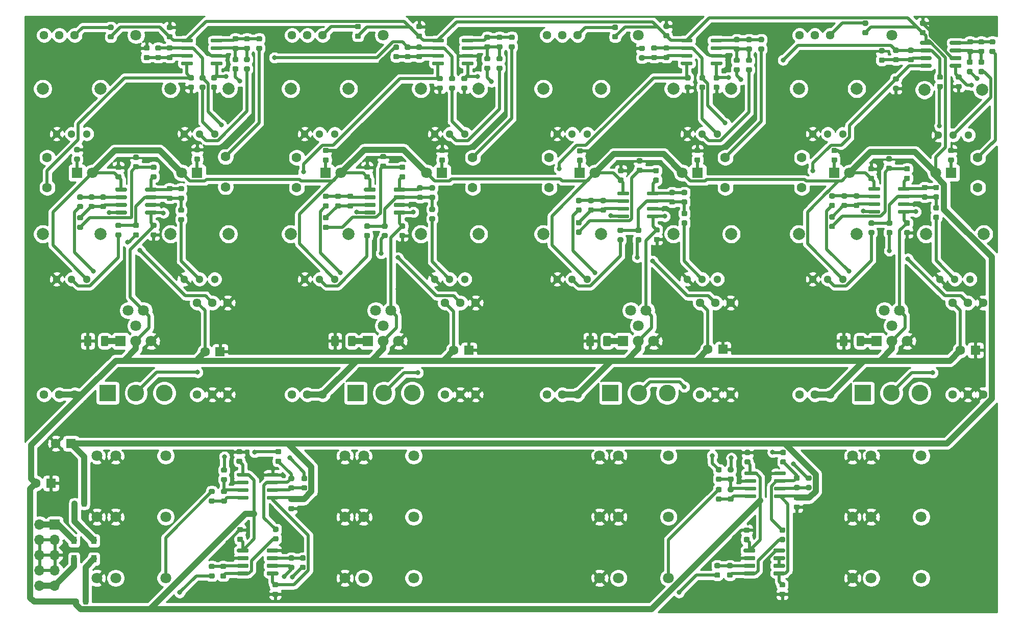
<source format=gbl>
G04 #@! TF.GenerationSoftware,KiCad,Pcbnew,(5.1.6-0-10_14)*
G04 #@! TF.CreationDate,2022-03-04T17:45:04+00:00*
G04 #@! TF.ProjectId,Quad Tube VCA,51756164-2054-4756-9265-205643412e6b,rev?*
G04 #@! TF.SameCoordinates,Original*
G04 #@! TF.FileFunction,Copper,L2,Bot*
G04 #@! TF.FilePolarity,Positive*
%FSLAX46Y46*%
G04 Gerber Fmt 4.6, Leading zero omitted, Abs format (unit mm)*
G04 Created by KiCad (PCBNEW (5.1.6-0-10_14)) date 2022-03-04 17:45:04*
%MOMM*%
%LPD*%
G01*
G04 APERTURE LIST*
G04 #@! TA.AperFunction,SMDPad,CuDef*
%ADD10R,0.900000X1.200000*%
G04 #@! TD*
G04 #@! TA.AperFunction,ComponentPad*
%ADD11C,2.775000*%
G04 #@! TD*
G04 #@! TA.AperFunction,ComponentPad*
%ADD12R,2.775000X2.775000*%
G04 #@! TD*
G04 #@! TA.AperFunction,ComponentPad*
%ADD13C,1.600000*%
G04 #@! TD*
G04 #@! TA.AperFunction,ComponentPad*
%ADD14R,1.600000X1.600000*%
G04 #@! TD*
G04 #@! TA.AperFunction,ComponentPad*
%ADD15C,1.800000*%
G04 #@! TD*
G04 #@! TA.AperFunction,ComponentPad*
%ADD16R,1.800000X1.800000*%
G04 #@! TD*
G04 #@! TA.AperFunction,ComponentPad*
%ADD17C,1.300000*%
G04 #@! TD*
G04 #@! TA.AperFunction,ComponentPad*
%ADD18C,2.000000*%
G04 #@! TD*
G04 #@! TA.AperFunction,ComponentPad*
%ADD19C,1.440000*%
G04 #@! TD*
G04 #@! TA.AperFunction,ComponentPad*
%ADD20O,1.700000X1.700000*%
G04 #@! TD*
G04 #@! TA.AperFunction,ComponentPad*
%ADD21R,1.700000X1.700000*%
G04 #@! TD*
G04 #@! TA.AperFunction,ViaPad*
%ADD22C,0.800000*%
G04 #@! TD*
G04 #@! TA.AperFunction,Conductor*
%ADD23C,0.500000*%
G04 #@! TD*
G04 #@! TA.AperFunction,Conductor*
%ADD24C,1.000000*%
G04 #@! TD*
G04 #@! TA.AperFunction,Conductor*
%ADD25C,0.254000*%
G04 #@! TD*
G04 APERTURE END LIST*
G04 #@! TA.AperFunction,SMDPad,CuDef*
G36*
G01*
X203123500Y-98435000D02*
X203123500Y-99685000D01*
G75*
G02*
X202873500Y-99935000I-250000J0D01*
G01*
X202123500Y-99935000D01*
G75*
G02*
X201873500Y-99685000I0J250000D01*
G01*
X201873500Y-98435000D01*
G75*
G02*
X202123500Y-98185000I250000J0D01*
G01*
X202873500Y-98185000D01*
G75*
G02*
X203123500Y-98435000I0J-250000D01*
G01*
G37*
G04 #@! TD.AperFunction*
G04 #@! TA.AperFunction,SMDPad,CuDef*
G36*
G01*
X205923500Y-98435000D02*
X205923500Y-99685000D01*
G75*
G02*
X205673500Y-99935000I-250000J0D01*
G01*
X204923500Y-99935000D01*
G75*
G02*
X204673500Y-99685000I0J250000D01*
G01*
X204673500Y-98435000D01*
G75*
G02*
X204923500Y-98185000I250000J0D01*
G01*
X205673500Y-98185000D01*
G75*
G02*
X205923500Y-98435000I0J-250000D01*
G01*
G37*
G04 #@! TD.AperFunction*
G04 #@! TA.AperFunction,SMDPad,CuDef*
G36*
G01*
X161086500Y-98435000D02*
X161086500Y-99685000D01*
G75*
G02*
X160836500Y-99935000I-250000J0D01*
G01*
X160086500Y-99935000D01*
G75*
G02*
X159836500Y-99685000I0J250000D01*
G01*
X159836500Y-98435000D01*
G75*
G02*
X160086500Y-98185000I250000J0D01*
G01*
X160836500Y-98185000D01*
G75*
G02*
X161086500Y-98435000I0J-250000D01*
G01*
G37*
G04 #@! TD.AperFunction*
G04 #@! TA.AperFunction,SMDPad,CuDef*
G36*
G01*
X163886500Y-98435000D02*
X163886500Y-99685000D01*
G75*
G02*
X163636500Y-99935000I-250000J0D01*
G01*
X162886500Y-99935000D01*
G75*
G02*
X162636500Y-99685000I0J250000D01*
G01*
X162636500Y-98435000D01*
G75*
G02*
X162886500Y-98185000I250000J0D01*
G01*
X163636500Y-98185000D01*
G75*
G02*
X163886500Y-98435000I0J-250000D01*
G01*
G37*
G04 #@! TD.AperFunction*
G04 #@! TA.AperFunction,SMDPad,CuDef*
G36*
G01*
X118732000Y-98435000D02*
X118732000Y-99685000D01*
G75*
G02*
X118482000Y-99935000I-250000J0D01*
G01*
X117732000Y-99935000D01*
G75*
G02*
X117482000Y-99685000I0J250000D01*
G01*
X117482000Y-98435000D01*
G75*
G02*
X117732000Y-98185000I250000J0D01*
G01*
X118482000Y-98185000D01*
G75*
G02*
X118732000Y-98435000I0J-250000D01*
G01*
G37*
G04 #@! TD.AperFunction*
G04 #@! TA.AperFunction,SMDPad,CuDef*
G36*
G01*
X121532000Y-98435000D02*
X121532000Y-99685000D01*
G75*
G02*
X121282000Y-99935000I-250000J0D01*
G01*
X120532000Y-99935000D01*
G75*
G02*
X120282000Y-99685000I0J250000D01*
G01*
X120282000Y-98435000D01*
G75*
G02*
X120532000Y-98185000I250000J0D01*
G01*
X121282000Y-98185000D01*
G75*
G02*
X121532000Y-98435000I0J-250000D01*
G01*
G37*
G04 #@! TD.AperFunction*
G04 #@! TA.AperFunction,SMDPad,CuDef*
G36*
G01*
X77711000Y-98435000D02*
X77711000Y-99685000D01*
G75*
G02*
X77461000Y-99935000I-250000J0D01*
G01*
X76711000Y-99935000D01*
G75*
G02*
X76461000Y-99685000I0J250000D01*
G01*
X76461000Y-98435000D01*
G75*
G02*
X76711000Y-98185000I250000J0D01*
G01*
X77461000Y-98185000D01*
G75*
G02*
X77711000Y-98435000I0J-250000D01*
G01*
G37*
G04 #@! TD.AperFunction*
G04 #@! TA.AperFunction,SMDPad,CuDef*
G36*
G01*
X80511000Y-98435000D02*
X80511000Y-99685000D01*
G75*
G02*
X80261000Y-99935000I-250000J0D01*
G01*
X79511000Y-99935000D01*
G75*
G02*
X79261000Y-99685000I0J250000D01*
G01*
X79261000Y-98435000D01*
G75*
G02*
X79511000Y-98185000I250000J0D01*
G01*
X80261000Y-98185000D01*
G75*
G02*
X80511000Y-98435000I0J-250000D01*
G01*
G37*
G04 #@! TD.AperFunction*
G04 #@! TA.AperFunction,SMDPad,CuDef*
G36*
G01*
X190857000Y-137818000D02*
X190857000Y-137518000D01*
G75*
G02*
X191007000Y-137368000I150000J0D01*
G01*
X192657000Y-137368000D01*
G75*
G02*
X192807000Y-137518000I0J-150000D01*
G01*
X192807000Y-137818000D01*
G75*
G02*
X192657000Y-137968000I-150000J0D01*
G01*
X191007000Y-137968000D01*
G75*
G02*
X190857000Y-137818000I0J150000D01*
G01*
G37*
G04 #@! TD.AperFunction*
G04 #@! TA.AperFunction,SMDPad,CuDef*
G36*
G01*
X190857000Y-136548000D02*
X190857000Y-136248000D01*
G75*
G02*
X191007000Y-136098000I150000J0D01*
G01*
X192657000Y-136098000D01*
G75*
G02*
X192807000Y-136248000I0J-150000D01*
G01*
X192807000Y-136548000D01*
G75*
G02*
X192657000Y-136698000I-150000J0D01*
G01*
X191007000Y-136698000D01*
G75*
G02*
X190857000Y-136548000I0J150000D01*
G01*
G37*
G04 #@! TD.AperFunction*
G04 #@! TA.AperFunction,SMDPad,CuDef*
G36*
G01*
X190857000Y-135278000D02*
X190857000Y-134978000D01*
G75*
G02*
X191007000Y-134828000I150000J0D01*
G01*
X192657000Y-134828000D01*
G75*
G02*
X192807000Y-134978000I0J-150000D01*
G01*
X192807000Y-135278000D01*
G75*
G02*
X192657000Y-135428000I-150000J0D01*
G01*
X191007000Y-135428000D01*
G75*
G02*
X190857000Y-135278000I0J150000D01*
G01*
G37*
G04 #@! TD.AperFunction*
G04 #@! TA.AperFunction,SMDPad,CuDef*
G36*
G01*
X190857000Y-134008000D02*
X190857000Y-133708000D01*
G75*
G02*
X191007000Y-133558000I150000J0D01*
G01*
X192657000Y-133558000D01*
G75*
G02*
X192807000Y-133708000I0J-150000D01*
G01*
X192807000Y-134008000D01*
G75*
G02*
X192657000Y-134158000I-150000J0D01*
G01*
X191007000Y-134158000D01*
G75*
G02*
X190857000Y-134008000I0J150000D01*
G01*
G37*
G04 #@! TD.AperFunction*
G04 #@! TA.AperFunction,SMDPad,CuDef*
G36*
G01*
X185907000Y-134008000D02*
X185907000Y-133708000D01*
G75*
G02*
X186057000Y-133558000I150000J0D01*
G01*
X187707000Y-133558000D01*
G75*
G02*
X187857000Y-133708000I0J-150000D01*
G01*
X187857000Y-134008000D01*
G75*
G02*
X187707000Y-134158000I-150000J0D01*
G01*
X186057000Y-134158000D01*
G75*
G02*
X185907000Y-134008000I0J150000D01*
G01*
G37*
G04 #@! TD.AperFunction*
G04 #@! TA.AperFunction,SMDPad,CuDef*
G36*
G01*
X185907000Y-135278000D02*
X185907000Y-134978000D01*
G75*
G02*
X186057000Y-134828000I150000J0D01*
G01*
X187707000Y-134828000D01*
G75*
G02*
X187857000Y-134978000I0J-150000D01*
G01*
X187857000Y-135278000D01*
G75*
G02*
X187707000Y-135428000I-150000J0D01*
G01*
X186057000Y-135428000D01*
G75*
G02*
X185907000Y-135278000I0J150000D01*
G01*
G37*
G04 #@! TD.AperFunction*
G04 #@! TA.AperFunction,SMDPad,CuDef*
G36*
G01*
X185907000Y-136548000D02*
X185907000Y-136248000D01*
G75*
G02*
X186057000Y-136098000I150000J0D01*
G01*
X187707000Y-136098000D01*
G75*
G02*
X187857000Y-136248000I0J-150000D01*
G01*
X187857000Y-136548000D01*
G75*
G02*
X187707000Y-136698000I-150000J0D01*
G01*
X186057000Y-136698000D01*
G75*
G02*
X185907000Y-136548000I0J150000D01*
G01*
G37*
G04 #@! TD.AperFunction*
G04 #@! TA.AperFunction,SMDPad,CuDef*
G36*
G01*
X185907000Y-137818000D02*
X185907000Y-137518000D01*
G75*
G02*
X186057000Y-137368000I150000J0D01*
G01*
X187707000Y-137368000D01*
G75*
G02*
X187857000Y-137518000I0J-150000D01*
G01*
X187857000Y-137818000D01*
G75*
G02*
X187707000Y-137968000I-150000J0D01*
G01*
X186057000Y-137968000D01*
G75*
G02*
X185907000Y-137818000I0J150000D01*
G01*
G37*
G04 #@! TD.AperFunction*
G04 #@! TA.AperFunction,SMDPad,CuDef*
G36*
G01*
X106783000Y-137818000D02*
X106783000Y-137518000D01*
G75*
G02*
X106933000Y-137368000I150000J0D01*
G01*
X108583000Y-137368000D01*
G75*
G02*
X108733000Y-137518000I0J-150000D01*
G01*
X108733000Y-137818000D01*
G75*
G02*
X108583000Y-137968000I-150000J0D01*
G01*
X106933000Y-137968000D01*
G75*
G02*
X106783000Y-137818000I0J150000D01*
G01*
G37*
G04 #@! TD.AperFunction*
G04 #@! TA.AperFunction,SMDPad,CuDef*
G36*
G01*
X106783000Y-136548000D02*
X106783000Y-136248000D01*
G75*
G02*
X106933000Y-136098000I150000J0D01*
G01*
X108583000Y-136098000D01*
G75*
G02*
X108733000Y-136248000I0J-150000D01*
G01*
X108733000Y-136548000D01*
G75*
G02*
X108583000Y-136698000I-150000J0D01*
G01*
X106933000Y-136698000D01*
G75*
G02*
X106783000Y-136548000I0J150000D01*
G01*
G37*
G04 #@! TD.AperFunction*
G04 #@! TA.AperFunction,SMDPad,CuDef*
G36*
G01*
X106783000Y-135278000D02*
X106783000Y-134978000D01*
G75*
G02*
X106933000Y-134828000I150000J0D01*
G01*
X108583000Y-134828000D01*
G75*
G02*
X108733000Y-134978000I0J-150000D01*
G01*
X108733000Y-135278000D01*
G75*
G02*
X108583000Y-135428000I-150000J0D01*
G01*
X106933000Y-135428000D01*
G75*
G02*
X106783000Y-135278000I0J150000D01*
G01*
G37*
G04 #@! TD.AperFunction*
G04 #@! TA.AperFunction,SMDPad,CuDef*
G36*
G01*
X106783000Y-134008000D02*
X106783000Y-133708000D01*
G75*
G02*
X106933000Y-133558000I150000J0D01*
G01*
X108583000Y-133558000D01*
G75*
G02*
X108733000Y-133708000I0J-150000D01*
G01*
X108733000Y-134008000D01*
G75*
G02*
X108583000Y-134158000I-150000J0D01*
G01*
X106933000Y-134158000D01*
G75*
G02*
X106783000Y-134008000I0J150000D01*
G01*
G37*
G04 #@! TD.AperFunction*
G04 #@! TA.AperFunction,SMDPad,CuDef*
G36*
G01*
X101833000Y-134008000D02*
X101833000Y-133708000D01*
G75*
G02*
X101983000Y-133558000I150000J0D01*
G01*
X103633000Y-133558000D01*
G75*
G02*
X103783000Y-133708000I0J-150000D01*
G01*
X103783000Y-134008000D01*
G75*
G02*
X103633000Y-134158000I-150000J0D01*
G01*
X101983000Y-134158000D01*
G75*
G02*
X101833000Y-134008000I0J150000D01*
G01*
G37*
G04 #@! TD.AperFunction*
G04 #@! TA.AperFunction,SMDPad,CuDef*
G36*
G01*
X101833000Y-135278000D02*
X101833000Y-134978000D01*
G75*
G02*
X101983000Y-134828000I150000J0D01*
G01*
X103633000Y-134828000D01*
G75*
G02*
X103783000Y-134978000I0J-150000D01*
G01*
X103783000Y-135278000D01*
G75*
G02*
X103633000Y-135428000I-150000J0D01*
G01*
X101983000Y-135428000D01*
G75*
G02*
X101833000Y-135278000I0J150000D01*
G01*
G37*
G04 #@! TD.AperFunction*
G04 #@! TA.AperFunction,SMDPad,CuDef*
G36*
G01*
X101833000Y-136548000D02*
X101833000Y-136248000D01*
G75*
G02*
X101983000Y-136098000I150000J0D01*
G01*
X103633000Y-136098000D01*
G75*
G02*
X103783000Y-136248000I0J-150000D01*
G01*
X103783000Y-136548000D01*
G75*
G02*
X103633000Y-136698000I-150000J0D01*
G01*
X101983000Y-136698000D01*
G75*
G02*
X101833000Y-136548000I0J150000D01*
G01*
G37*
G04 #@! TD.AperFunction*
G04 #@! TA.AperFunction,SMDPad,CuDef*
G36*
G01*
X101833000Y-137818000D02*
X101833000Y-137518000D01*
G75*
G02*
X101983000Y-137368000I150000J0D01*
G01*
X103633000Y-137368000D01*
G75*
G02*
X103783000Y-137518000I0J-150000D01*
G01*
X103783000Y-137818000D01*
G75*
G02*
X103633000Y-137968000I-150000J0D01*
G01*
X101983000Y-137968000D01*
G75*
G02*
X101833000Y-137818000I0J150000D01*
G01*
G37*
G04 #@! TD.AperFunction*
G04 #@! TA.AperFunction,SMDPad,CuDef*
G36*
G01*
X217130500Y-49380000D02*
X217130500Y-49680000D01*
G75*
G02*
X216980500Y-49830000I-150000J0D01*
G01*
X215330500Y-49830000D01*
G75*
G02*
X215180500Y-49680000I0J150000D01*
G01*
X215180500Y-49380000D01*
G75*
G02*
X215330500Y-49230000I150000J0D01*
G01*
X216980500Y-49230000D01*
G75*
G02*
X217130500Y-49380000I0J-150000D01*
G01*
G37*
G04 #@! TD.AperFunction*
G04 #@! TA.AperFunction,SMDPad,CuDef*
G36*
G01*
X217130500Y-50650000D02*
X217130500Y-50950000D01*
G75*
G02*
X216980500Y-51100000I-150000J0D01*
G01*
X215330500Y-51100000D01*
G75*
G02*
X215180500Y-50950000I0J150000D01*
G01*
X215180500Y-50650000D01*
G75*
G02*
X215330500Y-50500000I150000J0D01*
G01*
X216980500Y-50500000D01*
G75*
G02*
X217130500Y-50650000I0J-150000D01*
G01*
G37*
G04 #@! TD.AperFunction*
G04 #@! TA.AperFunction,SMDPad,CuDef*
G36*
G01*
X217130500Y-51920000D02*
X217130500Y-52220000D01*
G75*
G02*
X216980500Y-52370000I-150000J0D01*
G01*
X215330500Y-52370000D01*
G75*
G02*
X215180500Y-52220000I0J150000D01*
G01*
X215180500Y-51920000D01*
G75*
G02*
X215330500Y-51770000I150000J0D01*
G01*
X216980500Y-51770000D01*
G75*
G02*
X217130500Y-51920000I0J-150000D01*
G01*
G37*
G04 #@! TD.AperFunction*
G04 #@! TA.AperFunction,SMDPad,CuDef*
G36*
G01*
X217130500Y-53190000D02*
X217130500Y-53490000D01*
G75*
G02*
X216980500Y-53640000I-150000J0D01*
G01*
X215330500Y-53640000D01*
G75*
G02*
X215180500Y-53490000I0J150000D01*
G01*
X215180500Y-53190000D01*
G75*
G02*
X215330500Y-53040000I150000J0D01*
G01*
X216980500Y-53040000D01*
G75*
G02*
X217130500Y-53190000I0J-150000D01*
G01*
G37*
G04 #@! TD.AperFunction*
G04 #@! TA.AperFunction,SMDPad,CuDef*
G36*
G01*
X222080500Y-53190000D02*
X222080500Y-53490000D01*
G75*
G02*
X221930500Y-53640000I-150000J0D01*
G01*
X220280500Y-53640000D01*
G75*
G02*
X220130500Y-53490000I0J150000D01*
G01*
X220130500Y-53190000D01*
G75*
G02*
X220280500Y-53040000I150000J0D01*
G01*
X221930500Y-53040000D01*
G75*
G02*
X222080500Y-53190000I0J-150000D01*
G01*
G37*
G04 #@! TD.AperFunction*
G04 #@! TA.AperFunction,SMDPad,CuDef*
G36*
G01*
X222080500Y-51920000D02*
X222080500Y-52220000D01*
G75*
G02*
X221930500Y-52370000I-150000J0D01*
G01*
X220280500Y-52370000D01*
G75*
G02*
X220130500Y-52220000I0J150000D01*
G01*
X220130500Y-51920000D01*
G75*
G02*
X220280500Y-51770000I150000J0D01*
G01*
X221930500Y-51770000D01*
G75*
G02*
X222080500Y-51920000I0J-150000D01*
G01*
G37*
G04 #@! TD.AperFunction*
G04 #@! TA.AperFunction,SMDPad,CuDef*
G36*
G01*
X222080500Y-50650000D02*
X222080500Y-50950000D01*
G75*
G02*
X221930500Y-51100000I-150000J0D01*
G01*
X220280500Y-51100000D01*
G75*
G02*
X220130500Y-50950000I0J150000D01*
G01*
X220130500Y-50650000D01*
G75*
G02*
X220280500Y-50500000I150000J0D01*
G01*
X221930500Y-50500000D01*
G75*
G02*
X222080500Y-50650000I0J-150000D01*
G01*
G37*
G04 #@! TD.AperFunction*
G04 #@! TA.AperFunction,SMDPad,CuDef*
G36*
G01*
X222080500Y-49380000D02*
X222080500Y-49680000D01*
G75*
G02*
X221930500Y-49830000I-150000J0D01*
G01*
X220280500Y-49830000D01*
G75*
G02*
X220130500Y-49680000I0J150000D01*
G01*
X220130500Y-49380000D01*
G75*
G02*
X220280500Y-49230000I150000J0D01*
G01*
X221930500Y-49230000D01*
G75*
G02*
X222080500Y-49380000I0J-150000D01*
G01*
G37*
G04 #@! TD.AperFunction*
G04 #@! TA.AperFunction,SMDPad,CuDef*
G36*
G01*
X190984000Y-124991000D02*
X190984000Y-124691000D01*
G75*
G02*
X191134000Y-124541000I150000J0D01*
G01*
X192784000Y-124541000D01*
G75*
G02*
X192934000Y-124691000I0J-150000D01*
G01*
X192934000Y-124991000D01*
G75*
G02*
X192784000Y-125141000I-150000J0D01*
G01*
X191134000Y-125141000D01*
G75*
G02*
X190984000Y-124991000I0J150000D01*
G01*
G37*
G04 #@! TD.AperFunction*
G04 #@! TA.AperFunction,SMDPad,CuDef*
G36*
G01*
X190984000Y-123721000D02*
X190984000Y-123421000D01*
G75*
G02*
X191134000Y-123271000I150000J0D01*
G01*
X192784000Y-123271000D01*
G75*
G02*
X192934000Y-123421000I0J-150000D01*
G01*
X192934000Y-123721000D01*
G75*
G02*
X192784000Y-123871000I-150000J0D01*
G01*
X191134000Y-123871000D01*
G75*
G02*
X190984000Y-123721000I0J150000D01*
G01*
G37*
G04 #@! TD.AperFunction*
G04 #@! TA.AperFunction,SMDPad,CuDef*
G36*
G01*
X190984000Y-122451000D02*
X190984000Y-122151000D01*
G75*
G02*
X191134000Y-122001000I150000J0D01*
G01*
X192784000Y-122001000D01*
G75*
G02*
X192934000Y-122151000I0J-150000D01*
G01*
X192934000Y-122451000D01*
G75*
G02*
X192784000Y-122601000I-150000J0D01*
G01*
X191134000Y-122601000D01*
G75*
G02*
X190984000Y-122451000I0J150000D01*
G01*
G37*
G04 #@! TD.AperFunction*
G04 #@! TA.AperFunction,SMDPad,CuDef*
G36*
G01*
X190984000Y-121181000D02*
X190984000Y-120881000D01*
G75*
G02*
X191134000Y-120731000I150000J0D01*
G01*
X192784000Y-120731000D01*
G75*
G02*
X192934000Y-120881000I0J-150000D01*
G01*
X192934000Y-121181000D01*
G75*
G02*
X192784000Y-121331000I-150000J0D01*
G01*
X191134000Y-121331000D01*
G75*
G02*
X190984000Y-121181000I0J150000D01*
G01*
G37*
G04 #@! TD.AperFunction*
G04 #@! TA.AperFunction,SMDPad,CuDef*
G36*
G01*
X186034000Y-121181000D02*
X186034000Y-120881000D01*
G75*
G02*
X186184000Y-120731000I150000J0D01*
G01*
X187834000Y-120731000D01*
G75*
G02*
X187984000Y-120881000I0J-150000D01*
G01*
X187984000Y-121181000D01*
G75*
G02*
X187834000Y-121331000I-150000J0D01*
G01*
X186184000Y-121331000D01*
G75*
G02*
X186034000Y-121181000I0J150000D01*
G01*
G37*
G04 #@! TD.AperFunction*
G04 #@! TA.AperFunction,SMDPad,CuDef*
G36*
G01*
X186034000Y-122451000D02*
X186034000Y-122151000D01*
G75*
G02*
X186184000Y-122001000I150000J0D01*
G01*
X187834000Y-122001000D01*
G75*
G02*
X187984000Y-122151000I0J-150000D01*
G01*
X187984000Y-122451000D01*
G75*
G02*
X187834000Y-122601000I-150000J0D01*
G01*
X186184000Y-122601000D01*
G75*
G02*
X186034000Y-122451000I0J150000D01*
G01*
G37*
G04 #@! TD.AperFunction*
G04 #@! TA.AperFunction,SMDPad,CuDef*
G36*
G01*
X186034000Y-123721000D02*
X186034000Y-123421000D01*
G75*
G02*
X186184000Y-123271000I150000J0D01*
G01*
X187834000Y-123271000D01*
G75*
G02*
X187984000Y-123421000I0J-150000D01*
G01*
X187984000Y-123721000D01*
G75*
G02*
X187834000Y-123871000I-150000J0D01*
G01*
X186184000Y-123871000D01*
G75*
G02*
X186034000Y-123721000I0J150000D01*
G01*
G37*
G04 #@! TD.AperFunction*
G04 #@! TA.AperFunction,SMDPad,CuDef*
G36*
G01*
X186034000Y-124991000D02*
X186034000Y-124691000D01*
G75*
G02*
X186184000Y-124541000I150000J0D01*
G01*
X187834000Y-124541000D01*
G75*
G02*
X187984000Y-124691000I0J-150000D01*
G01*
X187984000Y-124991000D01*
G75*
G02*
X187834000Y-125141000I-150000J0D01*
G01*
X186184000Y-125141000D01*
G75*
G02*
X186034000Y-124991000I0J150000D01*
G01*
G37*
G04 #@! TD.AperFunction*
G04 #@! TA.AperFunction,SMDPad,CuDef*
G36*
G01*
X177443000Y-48999000D02*
X177443000Y-49299000D01*
G75*
G02*
X177293000Y-49449000I-150000J0D01*
G01*
X175643000Y-49449000D01*
G75*
G02*
X175493000Y-49299000I0J150000D01*
G01*
X175493000Y-48999000D01*
G75*
G02*
X175643000Y-48849000I150000J0D01*
G01*
X177293000Y-48849000D01*
G75*
G02*
X177443000Y-48999000I0J-150000D01*
G01*
G37*
G04 #@! TD.AperFunction*
G04 #@! TA.AperFunction,SMDPad,CuDef*
G36*
G01*
X177443000Y-50269000D02*
X177443000Y-50569000D01*
G75*
G02*
X177293000Y-50719000I-150000J0D01*
G01*
X175643000Y-50719000D01*
G75*
G02*
X175493000Y-50569000I0J150000D01*
G01*
X175493000Y-50269000D01*
G75*
G02*
X175643000Y-50119000I150000J0D01*
G01*
X177293000Y-50119000D01*
G75*
G02*
X177443000Y-50269000I0J-150000D01*
G01*
G37*
G04 #@! TD.AperFunction*
G04 #@! TA.AperFunction,SMDPad,CuDef*
G36*
G01*
X177443000Y-51539000D02*
X177443000Y-51839000D01*
G75*
G02*
X177293000Y-51989000I-150000J0D01*
G01*
X175643000Y-51989000D01*
G75*
G02*
X175493000Y-51839000I0J150000D01*
G01*
X175493000Y-51539000D01*
G75*
G02*
X175643000Y-51389000I150000J0D01*
G01*
X177293000Y-51389000D01*
G75*
G02*
X177443000Y-51539000I0J-150000D01*
G01*
G37*
G04 #@! TD.AperFunction*
G04 #@! TA.AperFunction,SMDPad,CuDef*
G36*
G01*
X177443000Y-52809000D02*
X177443000Y-53109000D01*
G75*
G02*
X177293000Y-53259000I-150000J0D01*
G01*
X175643000Y-53259000D01*
G75*
G02*
X175493000Y-53109000I0J150000D01*
G01*
X175493000Y-52809000D01*
G75*
G02*
X175643000Y-52659000I150000J0D01*
G01*
X177293000Y-52659000D01*
G75*
G02*
X177443000Y-52809000I0J-150000D01*
G01*
G37*
G04 #@! TD.AperFunction*
G04 #@! TA.AperFunction,SMDPad,CuDef*
G36*
G01*
X182393000Y-52809000D02*
X182393000Y-53109000D01*
G75*
G02*
X182243000Y-53259000I-150000J0D01*
G01*
X180593000Y-53259000D01*
G75*
G02*
X180443000Y-53109000I0J150000D01*
G01*
X180443000Y-52809000D01*
G75*
G02*
X180593000Y-52659000I150000J0D01*
G01*
X182243000Y-52659000D01*
G75*
G02*
X182393000Y-52809000I0J-150000D01*
G01*
G37*
G04 #@! TD.AperFunction*
G04 #@! TA.AperFunction,SMDPad,CuDef*
G36*
G01*
X182393000Y-51539000D02*
X182393000Y-51839000D01*
G75*
G02*
X182243000Y-51989000I-150000J0D01*
G01*
X180593000Y-51989000D01*
G75*
G02*
X180443000Y-51839000I0J150000D01*
G01*
X180443000Y-51539000D01*
G75*
G02*
X180593000Y-51389000I150000J0D01*
G01*
X182243000Y-51389000D01*
G75*
G02*
X182393000Y-51539000I0J-150000D01*
G01*
G37*
G04 #@! TD.AperFunction*
G04 #@! TA.AperFunction,SMDPad,CuDef*
G36*
G01*
X182393000Y-50269000D02*
X182393000Y-50569000D01*
G75*
G02*
X182243000Y-50719000I-150000J0D01*
G01*
X180593000Y-50719000D01*
G75*
G02*
X180443000Y-50569000I0J150000D01*
G01*
X180443000Y-50269000D01*
G75*
G02*
X180593000Y-50119000I150000J0D01*
G01*
X182243000Y-50119000D01*
G75*
G02*
X182393000Y-50269000I0J-150000D01*
G01*
G37*
G04 #@! TD.AperFunction*
G04 #@! TA.AperFunction,SMDPad,CuDef*
G36*
G01*
X182393000Y-48999000D02*
X182393000Y-49299000D01*
G75*
G02*
X182243000Y-49449000I-150000J0D01*
G01*
X180593000Y-49449000D01*
G75*
G02*
X180443000Y-49299000I0J150000D01*
G01*
X180443000Y-48999000D01*
G75*
G02*
X180593000Y-48849000I150000J0D01*
G01*
X182243000Y-48849000D01*
G75*
G02*
X182393000Y-48999000I0J-150000D01*
G01*
G37*
G04 #@! TD.AperFunction*
G04 #@! TA.AperFunction,SMDPad,CuDef*
G36*
G01*
X136168000Y-48999000D02*
X136168000Y-49299000D01*
G75*
G02*
X136018000Y-49449000I-150000J0D01*
G01*
X134368000Y-49449000D01*
G75*
G02*
X134218000Y-49299000I0J150000D01*
G01*
X134218000Y-48999000D01*
G75*
G02*
X134368000Y-48849000I150000J0D01*
G01*
X136018000Y-48849000D01*
G75*
G02*
X136168000Y-48999000I0J-150000D01*
G01*
G37*
G04 #@! TD.AperFunction*
G04 #@! TA.AperFunction,SMDPad,CuDef*
G36*
G01*
X136168000Y-50269000D02*
X136168000Y-50569000D01*
G75*
G02*
X136018000Y-50719000I-150000J0D01*
G01*
X134368000Y-50719000D01*
G75*
G02*
X134218000Y-50569000I0J150000D01*
G01*
X134218000Y-50269000D01*
G75*
G02*
X134368000Y-50119000I150000J0D01*
G01*
X136018000Y-50119000D01*
G75*
G02*
X136168000Y-50269000I0J-150000D01*
G01*
G37*
G04 #@! TD.AperFunction*
G04 #@! TA.AperFunction,SMDPad,CuDef*
G36*
G01*
X136168000Y-51539000D02*
X136168000Y-51839000D01*
G75*
G02*
X136018000Y-51989000I-150000J0D01*
G01*
X134368000Y-51989000D01*
G75*
G02*
X134218000Y-51839000I0J150000D01*
G01*
X134218000Y-51539000D01*
G75*
G02*
X134368000Y-51389000I150000J0D01*
G01*
X136018000Y-51389000D01*
G75*
G02*
X136168000Y-51539000I0J-150000D01*
G01*
G37*
G04 #@! TD.AperFunction*
G04 #@! TA.AperFunction,SMDPad,CuDef*
G36*
G01*
X136168000Y-52809000D02*
X136168000Y-53109000D01*
G75*
G02*
X136018000Y-53259000I-150000J0D01*
G01*
X134368000Y-53259000D01*
G75*
G02*
X134218000Y-53109000I0J150000D01*
G01*
X134218000Y-52809000D01*
G75*
G02*
X134368000Y-52659000I150000J0D01*
G01*
X136018000Y-52659000D01*
G75*
G02*
X136168000Y-52809000I0J-150000D01*
G01*
G37*
G04 #@! TD.AperFunction*
G04 #@! TA.AperFunction,SMDPad,CuDef*
G36*
G01*
X141118000Y-52809000D02*
X141118000Y-53109000D01*
G75*
G02*
X140968000Y-53259000I-150000J0D01*
G01*
X139318000Y-53259000D01*
G75*
G02*
X139168000Y-53109000I0J150000D01*
G01*
X139168000Y-52809000D01*
G75*
G02*
X139318000Y-52659000I150000J0D01*
G01*
X140968000Y-52659000D01*
G75*
G02*
X141118000Y-52809000I0J-150000D01*
G01*
G37*
G04 #@! TD.AperFunction*
G04 #@! TA.AperFunction,SMDPad,CuDef*
G36*
G01*
X141118000Y-51539000D02*
X141118000Y-51839000D01*
G75*
G02*
X140968000Y-51989000I-150000J0D01*
G01*
X139318000Y-51989000D01*
G75*
G02*
X139168000Y-51839000I0J150000D01*
G01*
X139168000Y-51539000D01*
G75*
G02*
X139318000Y-51389000I150000J0D01*
G01*
X140968000Y-51389000D01*
G75*
G02*
X141118000Y-51539000I0J-150000D01*
G01*
G37*
G04 #@! TD.AperFunction*
G04 #@! TA.AperFunction,SMDPad,CuDef*
G36*
G01*
X141118000Y-50269000D02*
X141118000Y-50569000D01*
G75*
G02*
X140968000Y-50719000I-150000J0D01*
G01*
X139318000Y-50719000D01*
G75*
G02*
X139168000Y-50569000I0J150000D01*
G01*
X139168000Y-50269000D01*
G75*
G02*
X139318000Y-50119000I150000J0D01*
G01*
X140968000Y-50119000D01*
G75*
G02*
X141118000Y-50269000I0J-150000D01*
G01*
G37*
G04 #@! TD.AperFunction*
G04 #@! TA.AperFunction,SMDPad,CuDef*
G36*
G01*
X141118000Y-48999000D02*
X141118000Y-49299000D01*
G75*
G02*
X140968000Y-49449000I-150000J0D01*
G01*
X139318000Y-49449000D01*
G75*
G02*
X139168000Y-49299000I0J150000D01*
G01*
X139168000Y-48999000D01*
G75*
G02*
X139318000Y-48849000I150000J0D01*
G01*
X140968000Y-48849000D01*
G75*
G02*
X141118000Y-48999000I0J-150000D01*
G01*
G37*
G04 #@! TD.AperFunction*
G04 #@! TA.AperFunction,SMDPad,CuDef*
G36*
G01*
X106783000Y-125245000D02*
X106783000Y-124945000D01*
G75*
G02*
X106933000Y-124795000I150000J0D01*
G01*
X108583000Y-124795000D01*
G75*
G02*
X108733000Y-124945000I0J-150000D01*
G01*
X108733000Y-125245000D01*
G75*
G02*
X108583000Y-125395000I-150000J0D01*
G01*
X106933000Y-125395000D01*
G75*
G02*
X106783000Y-125245000I0J150000D01*
G01*
G37*
G04 #@! TD.AperFunction*
G04 #@! TA.AperFunction,SMDPad,CuDef*
G36*
G01*
X106783000Y-123975000D02*
X106783000Y-123675000D01*
G75*
G02*
X106933000Y-123525000I150000J0D01*
G01*
X108583000Y-123525000D01*
G75*
G02*
X108733000Y-123675000I0J-150000D01*
G01*
X108733000Y-123975000D01*
G75*
G02*
X108583000Y-124125000I-150000J0D01*
G01*
X106933000Y-124125000D01*
G75*
G02*
X106783000Y-123975000I0J150000D01*
G01*
G37*
G04 #@! TD.AperFunction*
G04 #@! TA.AperFunction,SMDPad,CuDef*
G36*
G01*
X106783000Y-122705000D02*
X106783000Y-122405000D01*
G75*
G02*
X106933000Y-122255000I150000J0D01*
G01*
X108583000Y-122255000D01*
G75*
G02*
X108733000Y-122405000I0J-150000D01*
G01*
X108733000Y-122705000D01*
G75*
G02*
X108583000Y-122855000I-150000J0D01*
G01*
X106933000Y-122855000D01*
G75*
G02*
X106783000Y-122705000I0J150000D01*
G01*
G37*
G04 #@! TD.AperFunction*
G04 #@! TA.AperFunction,SMDPad,CuDef*
G36*
G01*
X106783000Y-121435000D02*
X106783000Y-121135000D01*
G75*
G02*
X106933000Y-120985000I150000J0D01*
G01*
X108583000Y-120985000D01*
G75*
G02*
X108733000Y-121135000I0J-150000D01*
G01*
X108733000Y-121435000D01*
G75*
G02*
X108583000Y-121585000I-150000J0D01*
G01*
X106933000Y-121585000D01*
G75*
G02*
X106783000Y-121435000I0J150000D01*
G01*
G37*
G04 #@! TD.AperFunction*
G04 #@! TA.AperFunction,SMDPad,CuDef*
G36*
G01*
X101833000Y-121435000D02*
X101833000Y-121135000D01*
G75*
G02*
X101983000Y-120985000I150000J0D01*
G01*
X103633000Y-120985000D01*
G75*
G02*
X103783000Y-121135000I0J-150000D01*
G01*
X103783000Y-121435000D01*
G75*
G02*
X103633000Y-121585000I-150000J0D01*
G01*
X101983000Y-121585000D01*
G75*
G02*
X101833000Y-121435000I0J150000D01*
G01*
G37*
G04 #@! TD.AperFunction*
G04 #@! TA.AperFunction,SMDPad,CuDef*
G36*
G01*
X101833000Y-122705000D02*
X101833000Y-122405000D01*
G75*
G02*
X101983000Y-122255000I150000J0D01*
G01*
X103633000Y-122255000D01*
G75*
G02*
X103783000Y-122405000I0J-150000D01*
G01*
X103783000Y-122705000D01*
G75*
G02*
X103633000Y-122855000I-150000J0D01*
G01*
X101983000Y-122855000D01*
G75*
G02*
X101833000Y-122705000I0J150000D01*
G01*
G37*
G04 #@! TD.AperFunction*
G04 #@! TA.AperFunction,SMDPad,CuDef*
G36*
G01*
X101833000Y-123975000D02*
X101833000Y-123675000D01*
G75*
G02*
X101983000Y-123525000I150000J0D01*
G01*
X103633000Y-123525000D01*
G75*
G02*
X103783000Y-123675000I0J-150000D01*
G01*
X103783000Y-123975000D01*
G75*
G02*
X103633000Y-124125000I-150000J0D01*
G01*
X101983000Y-124125000D01*
G75*
G02*
X101833000Y-123975000I0J150000D01*
G01*
G37*
G04 #@! TD.AperFunction*
G04 #@! TA.AperFunction,SMDPad,CuDef*
G36*
G01*
X101833000Y-125245000D02*
X101833000Y-124945000D01*
G75*
G02*
X101983000Y-124795000I150000J0D01*
G01*
X103633000Y-124795000D01*
G75*
G02*
X103783000Y-124945000I0J-150000D01*
G01*
X103783000Y-125245000D01*
G75*
G02*
X103633000Y-125395000I-150000J0D01*
G01*
X101983000Y-125395000D01*
G75*
G02*
X101833000Y-125245000I0J150000D01*
G01*
G37*
G04 #@! TD.AperFunction*
G04 #@! TA.AperFunction,SMDPad,CuDef*
G36*
G01*
X94512000Y-48999000D02*
X94512000Y-49299000D01*
G75*
G02*
X94362000Y-49449000I-150000J0D01*
G01*
X92712000Y-49449000D01*
G75*
G02*
X92562000Y-49299000I0J150000D01*
G01*
X92562000Y-48999000D01*
G75*
G02*
X92712000Y-48849000I150000J0D01*
G01*
X94362000Y-48849000D01*
G75*
G02*
X94512000Y-48999000I0J-150000D01*
G01*
G37*
G04 #@! TD.AperFunction*
G04 #@! TA.AperFunction,SMDPad,CuDef*
G36*
G01*
X94512000Y-50269000D02*
X94512000Y-50569000D01*
G75*
G02*
X94362000Y-50719000I-150000J0D01*
G01*
X92712000Y-50719000D01*
G75*
G02*
X92562000Y-50569000I0J150000D01*
G01*
X92562000Y-50269000D01*
G75*
G02*
X92712000Y-50119000I150000J0D01*
G01*
X94362000Y-50119000D01*
G75*
G02*
X94512000Y-50269000I0J-150000D01*
G01*
G37*
G04 #@! TD.AperFunction*
G04 #@! TA.AperFunction,SMDPad,CuDef*
G36*
G01*
X94512000Y-51539000D02*
X94512000Y-51839000D01*
G75*
G02*
X94362000Y-51989000I-150000J0D01*
G01*
X92712000Y-51989000D01*
G75*
G02*
X92562000Y-51839000I0J150000D01*
G01*
X92562000Y-51539000D01*
G75*
G02*
X92712000Y-51389000I150000J0D01*
G01*
X94362000Y-51389000D01*
G75*
G02*
X94512000Y-51539000I0J-150000D01*
G01*
G37*
G04 #@! TD.AperFunction*
G04 #@! TA.AperFunction,SMDPad,CuDef*
G36*
G01*
X94512000Y-52809000D02*
X94512000Y-53109000D01*
G75*
G02*
X94362000Y-53259000I-150000J0D01*
G01*
X92712000Y-53259000D01*
G75*
G02*
X92562000Y-53109000I0J150000D01*
G01*
X92562000Y-52809000D01*
G75*
G02*
X92712000Y-52659000I150000J0D01*
G01*
X94362000Y-52659000D01*
G75*
G02*
X94512000Y-52809000I0J-150000D01*
G01*
G37*
G04 #@! TD.AperFunction*
G04 #@! TA.AperFunction,SMDPad,CuDef*
G36*
G01*
X99462000Y-52809000D02*
X99462000Y-53109000D01*
G75*
G02*
X99312000Y-53259000I-150000J0D01*
G01*
X97662000Y-53259000D01*
G75*
G02*
X97512000Y-53109000I0J150000D01*
G01*
X97512000Y-52809000D01*
G75*
G02*
X97662000Y-52659000I150000J0D01*
G01*
X99312000Y-52659000D01*
G75*
G02*
X99462000Y-52809000I0J-150000D01*
G01*
G37*
G04 #@! TD.AperFunction*
G04 #@! TA.AperFunction,SMDPad,CuDef*
G36*
G01*
X99462000Y-51539000D02*
X99462000Y-51839000D01*
G75*
G02*
X99312000Y-51989000I-150000J0D01*
G01*
X97662000Y-51989000D01*
G75*
G02*
X97512000Y-51839000I0J150000D01*
G01*
X97512000Y-51539000D01*
G75*
G02*
X97662000Y-51389000I150000J0D01*
G01*
X99312000Y-51389000D01*
G75*
G02*
X99462000Y-51539000I0J-150000D01*
G01*
G37*
G04 #@! TD.AperFunction*
G04 #@! TA.AperFunction,SMDPad,CuDef*
G36*
G01*
X99462000Y-50269000D02*
X99462000Y-50569000D01*
G75*
G02*
X99312000Y-50719000I-150000J0D01*
G01*
X97662000Y-50719000D01*
G75*
G02*
X97512000Y-50569000I0J150000D01*
G01*
X97512000Y-50269000D01*
G75*
G02*
X97662000Y-50119000I150000J0D01*
G01*
X99312000Y-50119000D01*
G75*
G02*
X99462000Y-50269000I0J-150000D01*
G01*
G37*
G04 #@! TD.AperFunction*
G04 #@! TA.AperFunction,SMDPad,CuDef*
G36*
G01*
X99462000Y-48999000D02*
X99462000Y-49299000D01*
G75*
G02*
X99312000Y-49449000I-150000J0D01*
G01*
X97662000Y-49449000D01*
G75*
G02*
X97512000Y-49299000I0J150000D01*
G01*
X97512000Y-48999000D01*
G75*
G02*
X97662000Y-48849000I150000J0D01*
G01*
X99312000Y-48849000D01*
G75*
G02*
X99462000Y-48999000I0J-150000D01*
G01*
G37*
G04 #@! TD.AperFunction*
G04 #@! TA.AperFunction,SMDPad,CuDef*
G36*
G01*
X186179750Y-131604500D02*
X186692250Y-131604500D01*
G75*
G02*
X186911000Y-131823250I0J-218750D01*
G01*
X186911000Y-132260750D01*
G75*
G02*
X186692250Y-132479500I-218750J0D01*
G01*
X186179750Y-132479500D01*
G75*
G02*
X185961000Y-132260750I0J218750D01*
G01*
X185961000Y-131823250D01*
G75*
G02*
X186179750Y-131604500I218750J0D01*
G01*
G37*
G04 #@! TD.AperFunction*
G04 #@! TA.AperFunction,SMDPad,CuDef*
G36*
G01*
X186179750Y-130029500D02*
X186692250Y-130029500D01*
G75*
G02*
X186911000Y-130248250I0J-218750D01*
G01*
X186911000Y-130685750D01*
G75*
G02*
X186692250Y-130904500I-218750J0D01*
G01*
X186179750Y-130904500D01*
G75*
G02*
X185961000Y-130685750I0J218750D01*
G01*
X185961000Y-130248250D01*
G75*
G02*
X186179750Y-130029500I218750J0D01*
G01*
G37*
G04 #@! TD.AperFunction*
G04 #@! TA.AperFunction,SMDPad,CuDef*
G36*
G01*
X192085250Y-140685000D02*
X192597750Y-140685000D01*
G75*
G02*
X192816500Y-140903750I0J-218750D01*
G01*
X192816500Y-141341250D01*
G75*
G02*
X192597750Y-141560000I-218750J0D01*
G01*
X192085250Y-141560000D01*
G75*
G02*
X191866500Y-141341250I0J218750D01*
G01*
X191866500Y-140903750D01*
G75*
G02*
X192085250Y-140685000I218750J0D01*
G01*
G37*
G04 #@! TD.AperFunction*
G04 #@! TA.AperFunction,SMDPad,CuDef*
G36*
G01*
X192085250Y-139110000D02*
X192597750Y-139110000D01*
G75*
G02*
X192816500Y-139328750I0J-218750D01*
G01*
X192816500Y-139766250D01*
G75*
G02*
X192597750Y-139985000I-218750J0D01*
G01*
X192085250Y-139985000D01*
G75*
G02*
X191866500Y-139766250I0J218750D01*
G01*
X191866500Y-139328750D01*
G75*
G02*
X192085250Y-139110000I218750J0D01*
G01*
G37*
G04 #@! TD.AperFunction*
G04 #@! TA.AperFunction,SMDPad,CuDef*
G36*
G01*
X102105750Y-131541000D02*
X102618250Y-131541000D01*
G75*
G02*
X102837000Y-131759750I0J-218750D01*
G01*
X102837000Y-132197250D01*
G75*
G02*
X102618250Y-132416000I-218750J0D01*
G01*
X102105750Y-132416000D01*
G75*
G02*
X101887000Y-132197250I0J218750D01*
G01*
X101887000Y-131759750D01*
G75*
G02*
X102105750Y-131541000I218750J0D01*
G01*
G37*
G04 #@! TD.AperFunction*
G04 #@! TA.AperFunction,SMDPad,CuDef*
G36*
G01*
X102105750Y-129966000D02*
X102618250Y-129966000D01*
G75*
G02*
X102837000Y-130184750I0J-218750D01*
G01*
X102837000Y-130622250D01*
G75*
G02*
X102618250Y-130841000I-218750J0D01*
G01*
X102105750Y-130841000D01*
G75*
G02*
X101887000Y-130622250I0J218750D01*
G01*
X101887000Y-130184750D01*
G75*
G02*
X102105750Y-129966000I218750J0D01*
G01*
G37*
G04 #@! TD.AperFunction*
G04 #@! TA.AperFunction,SMDPad,CuDef*
G36*
G01*
X107947750Y-140685000D02*
X108460250Y-140685000D01*
G75*
G02*
X108679000Y-140903750I0J-218750D01*
G01*
X108679000Y-141341250D01*
G75*
G02*
X108460250Y-141560000I-218750J0D01*
G01*
X107947750Y-141560000D01*
G75*
G02*
X107729000Y-141341250I0J218750D01*
G01*
X107729000Y-140903750D01*
G75*
G02*
X107947750Y-140685000I218750J0D01*
G01*
G37*
G04 #@! TD.AperFunction*
G04 #@! TA.AperFunction,SMDPad,CuDef*
G36*
G01*
X107947750Y-139110000D02*
X108460250Y-139110000D01*
G75*
G02*
X108679000Y-139328750I0J-218750D01*
G01*
X108679000Y-139766250D01*
G75*
G02*
X108460250Y-139985000I-218750J0D01*
G01*
X107947750Y-139985000D01*
G75*
G02*
X107729000Y-139766250I0J218750D01*
G01*
X107729000Y-139328750D01*
G75*
G02*
X107947750Y-139110000I218750J0D01*
G01*
G37*
G04 #@! TD.AperFunction*
G04 #@! TA.AperFunction,SMDPad,CuDef*
G36*
G01*
X186306750Y-118714000D02*
X186819250Y-118714000D01*
G75*
G02*
X187038000Y-118932750I0J-218750D01*
G01*
X187038000Y-119370250D01*
G75*
G02*
X186819250Y-119589000I-218750J0D01*
G01*
X186306750Y-119589000D01*
G75*
G02*
X186088000Y-119370250I0J218750D01*
G01*
X186088000Y-118932750D01*
G75*
G02*
X186306750Y-118714000I218750J0D01*
G01*
G37*
G04 #@! TD.AperFunction*
G04 #@! TA.AperFunction,SMDPad,CuDef*
G36*
G01*
X186306750Y-117139000D02*
X186819250Y-117139000D01*
G75*
G02*
X187038000Y-117357750I0J-218750D01*
G01*
X187038000Y-117795250D01*
G75*
G02*
X186819250Y-118014000I-218750J0D01*
G01*
X186306750Y-118014000D01*
G75*
G02*
X186088000Y-117795250I0J218750D01*
G01*
X186088000Y-117357750D01*
G75*
G02*
X186306750Y-117139000I218750J0D01*
G01*
G37*
G04 #@! TD.AperFunction*
G04 #@! TA.AperFunction,SMDPad,CuDef*
G36*
G01*
X194498250Y-126207000D02*
X195010750Y-126207000D01*
G75*
G02*
X195229500Y-126425750I0J-218750D01*
G01*
X195229500Y-126863250D01*
G75*
G02*
X195010750Y-127082000I-218750J0D01*
G01*
X194498250Y-127082000D01*
G75*
G02*
X194279500Y-126863250I0J218750D01*
G01*
X194279500Y-126425750D01*
G75*
G02*
X194498250Y-126207000I218750J0D01*
G01*
G37*
G04 #@! TD.AperFunction*
G04 #@! TA.AperFunction,SMDPad,CuDef*
G36*
G01*
X194498250Y-124632000D02*
X195010750Y-124632000D01*
G75*
G02*
X195229500Y-124850750I0J-218750D01*
G01*
X195229500Y-125288250D01*
G75*
G02*
X195010750Y-125507000I-218750J0D01*
G01*
X194498250Y-125507000D01*
G75*
G02*
X194279500Y-125288250I0J218750D01*
G01*
X194279500Y-124850750D01*
G75*
G02*
X194498250Y-124632000I218750J0D01*
G01*
G37*
G04 #@! TD.AperFunction*
G04 #@! TA.AperFunction,SMDPad,CuDef*
G36*
G01*
X101978750Y-118587000D02*
X102491250Y-118587000D01*
G75*
G02*
X102710000Y-118805750I0J-218750D01*
G01*
X102710000Y-119243250D01*
G75*
G02*
X102491250Y-119462000I-218750J0D01*
G01*
X101978750Y-119462000D01*
G75*
G02*
X101760000Y-119243250I0J218750D01*
G01*
X101760000Y-118805750D01*
G75*
G02*
X101978750Y-118587000I218750J0D01*
G01*
G37*
G04 #@! TD.AperFunction*
G04 #@! TA.AperFunction,SMDPad,CuDef*
G36*
G01*
X101978750Y-117012000D02*
X102491250Y-117012000D01*
G75*
G02*
X102710000Y-117230750I0J-218750D01*
G01*
X102710000Y-117668250D01*
G75*
G02*
X102491250Y-117887000I-218750J0D01*
G01*
X101978750Y-117887000D01*
G75*
G02*
X101760000Y-117668250I0J218750D01*
G01*
X101760000Y-117230750D01*
G75*
G02*
X101978750Y-117012000I218750J0D01*
G01*
G37*
G04 #@! TD.AperFunction*
G04 #@! TA.AperFunction,SMDPad,CuDef*
G36*
G01*
X110614750Y-126461000D02*
X111127250Y-126461000D01*
G75*
G02*
X111346000Y-126679750I0J-218750D01*
G01*
X111346000Y-127117250D01*
G75*
G02*
X111127250Y-127336000I-218750J0D01*
G01*
X110614750Y-127336000D01*
G75*
G02*
X110396000Y-127117250I0J218750D01*
G01*
X110396000Y-126679750D01*
G75*
G02*
X110614750Y-126461000I218750J0D01*
G01*
G37*
G04 #@! TD.AperFunction*
G04 #@! TA.AperFunction,SMDPad,CuDef*
G36*
G01*
X110614750Y-124886000D02*
X111127250Y-124886000D01*
G75*
G02*
X111346000Y-125104750I0J-218750D01*
G01*
X111346000Y-125542250D01*
G75*
G02*
X111127250Y-125761000I-218750J0D01*
G01*
X110614750Y-125761000D01*
G75*
G02*
X110396000Y-125542250I0J218750D01*
G01*
X110396000Y-125104750D01*
G75*
G02*
X110614750Y-124886000I218750J0D01*
G01*
G37*
G04 #@! TD.AperFunction*
G04 #@! TA.AperFunction,SMDPad,CuDef*
G36*
G01*
X181290250Y-137510000D02*
X181802750Y-137510000D01*
G75*
G02*
X182021500Y-137728750I0J-218750D01*
G01*
X182021500Y-138166250D01*
G75*
G02*
X181802750Y-138385000I-218750J0D01*
G01*
X181290250Y-138385000D01*
G75*
G02*
X181071500Y-138166250I0J218750D01*
G01*
X181071500Y-137728750D01*
G75*
G02*
X181290250Y-137510000I218750J0D01*
G01*
G37*
G04 #@! TD.AperFunction*
G04 #@! TA.AperFunction,SMDPad,CuDef*
G36*
G01*
X181290250Y-135935000D02*
X181802750Y-135935000D01*
G75*
G02*
X182021500Y-136153750I0J-218750D01*
G01*
X182021500Y-136591250D01*
G75*
G02*
X181802750Y-136810000I-218750J0D01*
G01*
X181290250Y-136810000D01*
G75*
G02*
X181071500Y-136591250I0J218750D01*
G01*
X181071500Y-136153750D01*
G75*
G02*
X181290250Y-135935000I218750J0D01*
G01*
G37*
G04 #@! TD.AperFunction*
G04 #@! TA.AperFunction,SMDPad,CuDef*
G36*
G01*
X183898250Y-136810000D02*
X183385750Y-136810000D01*
G75*
G02*
X183167000Y-136591250I0J218750D01*
G01*
X183167000Y-136153750D01*
G75*
G02*
X183385750Y-135935000I218750J0D01*
G01*
X183898250Y-135935000D01*
G75*
G02*
X184117000Y-136153750I0J-218750D01*
G01*
X184117000Y-136591250D01*
G75*
G02*
X183898250Y-136810000I-218750J0D01*
G01*
G37*
G04 #@! TD.AperFunction*
G04 #@! TA.AperFunction,SMDPad,CuDef*
G36*
G01*
X183898250Y-138385000D02*
X183385750Y-138385000D01*
G75*
G02*
X183167000Y-138166250I0J218750D01*
G01*
X183167000Y-137728750D01*
G75*
G02*
X183385750Y-137510000I218750J0D01*
G01*
X183898250Y-137510000D01*
G75*
G02*
X184117000Y-137728750I0J-218750D01*
G01*
X184117000Y-138166250D01*
G75*
G02*
X183898250Y-138385000I-218750J0D01*
G01*
G37*
G04 #@! TD.AperFunction*
G04 #@! TA.AperFunction,SMDPad,CuDef*
G36*
G01*
X112519750Y-136240000D02*
X113032250Y-136240000D01*
G75*
G02*
X113251000Y-136458750I0J-218750D01*
G01*
X113251000Y-136896250D01*
G75*
G02*
X113032250Y-137115000I-218750J0D01*
G01*
X112519750Y-137115000D01*
G75*
G02*
X112301000Y-136896250I0J218750D01*
G01*
X112301000Y-136458750D01*
G75*
G02*
X112519750Y-136240000I218750J0D01*
G01*
G37*
G04 #@! TD.AperFunction*
G04 #@! TA.AperFunction,SMDPad,CuDef*
G36*
G01*
X112519750Y-134665000D02*
X113032250Y-134665000D01*
G75*
G02*
X113251000Y-134883750I0J-218750D01*
G01*
X113251000Y-135321250D01*
G75*
G02*
X113032250Y-135540000I-218750J0D01*
G01*
X112519750Y-135540000D01*
G75*
G02*
X112301000Y-135321250I0J218750D01*
G01*
X112301000Y-134883750D01*
G75*
G02*
X112519750Y-134665000I218750J0D01*
G01*
G37*
G04 #@! TD.AperFunction*
G04 #@! TA.AperFunction,SMDPad,CuDef*
G36*
G01*
X111127250Y-135540000D02*
X110614750Y-135540000D01*
G75*
G02*
X110396000Y-135321250I0J218750D01*
G01*
X110396000Y-134883750D01*
G75*
G02*
X110614750Y-134665000I218750J0D01*
G01*
X111127250Y-134665000D01*
G75*
G02*
X111346000Y-134883750I0J-218750D01*
G01*
X111346000Y-135321250D01*
G75*
G02*
X111127250Y-135540000I-218750J0D01*
G01*
G37*
G04 #@! TD.AperFunction*
G04 #@! TA.AperFunction,SMDPad,CuDef*
G36*
G01*
X111127250Y-137115000D02*
X110614750Y-137115000D01*
G75*
G02*
X110396000Y-136896250I0J218750D01*
G01*
X110396000Y-136458750D01*
G75*
G02*
X110614750Y-136240000I218750J0D01*
G01*
X111127250Y-136240000D01*
G75*
G02*
X111346000Y-136458750I0J-218750D01*
G01*
X111346000Y-136896250D01*
G75*
G02*
X111127250Y-137115000I-218750J0D01*
G01*
G37*
G04 #@! TD.AperFunction*
G04 #@! TA.AperFunction,SMDPad,CuDef*
G36*
G01*
X97406750Y-137637000D02*
X97919250Y-137637000D01*
G75*
G02*
X98138000Y-137855750I0J-218750D01*
G01*
X98138000Y-138293250D01*
G75*
G02*
X97919250Y-138512000I-218750J0D01*
G01*
X97406750Y-138512000D01*
G75*
G02*
X97188000Y-138293250I0J218750D01*
G01*
X97188000Y-137855750D01*
G75*
G02*
X97406750Y-137637000I218750J0D01*
G01*
G37*
G04 #@! TD.AperFunction*
G04 #@! TA.AperFunction,SMDPad,CuDef*
G36*
G01*
X97406750Y-136062000D02*
X97919250Y-136062000D01*
G75*
G02*
X98138000Y-136280750I0J-218750D01*
G01*
X98138000Y-136718250D01*
G75*
G02*
X97919250Y-136937000I-218750J0D01*
G01*
X97406750Y-136937000D01*
G75*
G02*
X97188000Y-136718250I0J218750D01*
G01*
X97188000Y-136280750D01*
G75*
G02*
X97406750Y-136062000I218750J0D01*
G01*
G37*
G04 #@! TD.AperFunction*
G04 #@! TA.AperFunction,SMDPad,CuDef*
G36*
G01*
X99824250Y-136937000D02*
X99311750Y-136937000D01*
G75*
G02*
X99093000Y-136718250I0J218750D01*
G01*
X99093000Y-136280750D01*
G75*
G02*
X99311750Y-136062000I218750J0D01*
G01*
X99824250Y-136062000D01*
G75*
G02*
X100043000Y-136280750I0J-218750D01*
G01*
X100043000Y-136718250D01*
G75*
G02*
X99824250Y-136937000I-218750J0D01*
G01*
G37*
G04 #@! TD.AperFunction*
G04 #@! TA.AperFunction,SMDPad,CuDef*
G36*
G01*
X99824250Y-138512000D02*
X99311750Y-138512000D01*
G75*
G02*
X99093000Y-138293250I0J218750D01*
G01*
X99093000Y-137855750D01*
G75*
G02*
X99311750Y-137637000I218750J0D01*
G01*
X99824250Y-137637000D01*
G75*
G02*
X100043000Y-137855750I0J-218750D01*
G01*
X100043000Y-138293250D01*
G75*
G02*
X99824250Y-138512000I-218750J0D01*
G01*
G37*
G04 #@! TD.AperFunction*
D10*
X74804000Y-132207000D03*
X78104000Y-132207000D03*
X78104000Y-135255000D03*
X74804000Y-135255000D03*
D11*
X89790000Y-107702500D03*
X85090000Y-107702500D03*
D12*
X80390000Y-107702500D03*
D11*
X130938000Y-107702500D03*
X126238000Y-107702500D03*
D12*
X121538000Y-107702500D03*
D11*
X173229000Y-107702500D03*
X168529000Y-107702500D03*
D12*
X163829000Y-107702500D03*
D11*
X215139000Y-107702500D03*
X210439000Y-107702500D03*
D12*
X205739000Y-107702500D03*
D13*
X221909000Y-100584000D03*
D14*
X224409000Y-100584000D03*
D13*
X179999000Y-100457000D03*
D14*
X182499000Y-100457000D03*
D13*
X137835000Y-100584000D03*
D14*
X140335000Y-100584000D03*
D13*
X96560000Y-100838000D03*
D14*
X99060000Y-100838000D03*
D13*
X68493000Y-122682000D03*
D14*
X70993000Y-122682000D03*
D13*
X71795000Y-116078000D03*
D14*
X74295000Y-116078000D03*
G04 #@! TA.AperFunction,SMDPad,CuDef*
G36*
G01*
X195010750Y-122268500D02*
X194498250Y-122268500D01*
G75*
G02*
X194279500Y-122049750I0J218750D01*
G01*
X194279500Y-121612250D01*
G75*
G02*
X194498250Y-121393500I218750J0D01*
G01*
X195010750Y-121393500D01*
G75*
G02*
X195229500Y-121612250I0J-218750D01*
G01*
X195229500Y-122049750D01*
G75*
G02*
X195010750Y-122268500I-218750J0D01*
G01*
G37*
G04 #@! TD.AperFunction*
G04 #@! TA.AperFunction,SMDPad,CuDef*
G36*
G01*
X195010750Y-123843500D02*
X194498250Y-123843500D01*
G75*
G02*
X194279500Y-123624750I0J218750D01*
G01*
X194279500Y-123187250D01*
G75*
G02*
X194498250Y-122968500I218750J0D01*
G01*
X195010750Y-122968500D01*
G75*
G02*
X195229500Y-123187250I0J-218750D01*
G01*
X195229500Y-123624750D01*
G75*
G02*
X195010750Y-123843500I-218750J0D01*
G01*
G37*
G04 #@! TD.AperFunction*
G04 #@! TA.AperFunction,SMDPad,CuDef*
G36*
G01*
X184025250Y-124173500D02*
X183512750Y-124173500D01*
G75*
G02*
X183294000Y-123954750I0J218750D01*
G01*
X183294000Y-123517250D01*
G75*
G02*
X183512750Y-123298500I218750J0D01*
G01*
X184025250Y-123298500D01*
G75*
G02*
X184244000Y-123517250I0J-218750D01*
G01*
X184244000Y-123954750D01*
G75*
G02*
X184025250Y-124173500I-218750J0D01*
G01*
G37*
G04 #@! TD.AperFunction*
G04 #@! TA.AperFunction,SMDPad,CuDef*
G36*
G01*
X184025250Y-125748500D02*
X183512750Y-125748500D01*
G75*
G02*
X183294000Y-125529750I0J218750D01*
G01*
X183294000Y-125092250D01*
G75*
G02*
X183512750Y-124873500I218750J0D01*
G01*
X184025250Y-124873500D01*
G75*
G02*
X184244000Y-125092250I0J-218750D01*
G01*
X184244000Y-125529750D01*
G75*
G02*
X184025250Y-125748500I-218750J0D01*
G01*
G37*
G04 #@! TD.AperFunction*
G04 #@! TA.AperFunction,SMDPad,CuDef*
G36*
G01*
X111127250Y-122332000D02*
X110614750Y-122332000D01*
G75*
G02*
X110396000Y-122113250I0J218750D01*
G01*
X110396000Y-121675750D01*
G75*
G02*
X110614750Y-121457000I218750J0D01*
G01*
X111127250Y-121457000D01*
G75*
G02*
X111346000Y-121675750I0J-218750D01*
G01*
X111346000Y-122113250D01*
G75*
G02*
X111127250Y-122332000I-218750J0D01*
G01*
G37*
G04 #@! TD.AperFunction*
G04 #@! TA.AperFunction,SMDPad,CuDef*
G36*
G01*
X111127250Y-123907000D02*
X110614750Y-123907000D01*
G75*
G02*
X110396000Y-123688250I0J218750D01*
G01*
X110396000Y-123250750D01*
G75*
G02*
X110614750Y-123032000I218750J0D01*
G01*
X111127250Y-123032000D01*
G75*
G02*
X111346000Y-123250750I0J-218750D01*
G01*
X111346000Y-123688250D01*
G75*
G02*
X111127250Y-123907000I-218750J0D01*
G01*
G37*
G04 #@! TD.AperFunction*
G04 #@! TA.AperFunction,SMDPad,CuDef*
G36*
G01*
X99951250Y-124491000D02*
X99438750Y-124491000D01*
G75*
G02*
X99220000Y-124272250I0J218750D01*
G01*
X99220000Y-123834750D01*
G75*
G02*
X99438750Y-123616000I218750J0D01*
G01*
X99951250Y-123616000D01*
G75*
G02*
X100170000Y-123834750I0J-218750D01*
G01*
X100170000Y-124272250D01*
G75*
G02*
X99951250Y-124491000I-218750J0D01*
G01*
G37*
G04 #@! TD.AperFunction*
G04 #@! TA.AperFunction,SMDPad,CuDef*
G36*
G01*
X99951250Y-126066000D02*
X99438750Y-126066000D01*
G75*
G02*
X99220000Y-125847250I0J218750D01*
G01*
X99220000Y-125409750D01*
G75*
G02*
X99438750Y-125191000I218750J0D01*
G01*
X99951250Y-125191000D01*
G75*
G02*
X100170000Y-125409750I0J-218750D01*
G01*
X100170000Y-125847250D01*
G75*
G02*
X99951250Y-126066000I-218750J0D01*
G01*
G37*
G04 #@! TD.AperFunction*
G04 #@! TA.AperFunction,SMDPad,CuDef*
G36*
G01*
X192085250Y-131604500D02*
X192597750Y-131604500D01*
G75*
G02*
X192816500Y-131823250I0J-218750D01*
G01*
X192816500Y-132260750D01*
G75*
G02*
X192597750Y-132479500I-218750J0D01*
G01*
X192085250Y-132479500D01*
G75*
G02*
X191866500Y-132260750I0J218750D01*
G01*
X191866500Y-131823250D01*
G75*
G02*
X192085250Y-131604500I218750J0D01*
G01*
G37*
G04 #@! TD.AperFunction*
G04 #@! TA.AperFunction,SMDPad,CuDef*
G36*
G01*
X192085250Y-130029500D02*
X192597750Y-130029500D01*
G75*
G02*
X192816500Y-130248250I0J-218750D01*
G01*
X192816500Y-130685750D01*
G75*
G02*
X192597750Y-130904500I-218750J0D01*
G01*
X192085250Y-130904500D01*
G75*
G02*
X191866500Y-130685750I0J218750D01*
G01*
X191866500Y-130248250D01*
G75*
G02*
X192085250Y-130029500I218750J0D01*
G01*
G37*
G04 #@! TD.AperFunction*
G04 #@! TA.AperFunction,SMDPad,CuDef*
G36*
G01*
X182056750Y-120871500D02*
X181544250Y-120871500D01*
G75*
G02*
X181325500Y-120652750I0J218750D01*
G01*
X181325500Y-120215250D01*
G75*
G02*
X181544250Y-119996500I218750J0D01*
G01*
X182056750Y-119996500D01*
G75*
G02*
X182275500Y-120215250I0J-218750D01*
G01*
X182275500Y-120652750D01*
G75*
G02*
X182056750Y-120871500I-218750J0D01*
G01*
G37*
G04 #@! TD.AperFunction*
G04 #@! TA.AperFunction,SMDPad,CuDef*
G36*
G01*
X182056750Y-122446500D02*
X181544250Y-122446500D01*
G75*
G02*
X181325500Y-122227750I0J218750D01*
G01*
X181325500Y-121790250D01*
G75*
G02*
X181544250Y-121571500I218750J0D01*
G01*
X182056750Y-121571500D01*
G75*
G02*
X182275500Y-121790250I0J-218750D01*
G01*
X182275500Y-122227750D01*
G75*
G02*
X182056750Y-122446500I-218750J0D01*
G01*
G37*
G04 #@! TD.AperFunction*
G04 #@! TA.AperFunction,SMDPad,CuDef*
G36*
G01*
X108011250Y-131477500D02*
X108523750Y-131477500D01*
G75*
G02*
X108742500Y-131696250I0J-218750D01*
G01*
X108742500Y-132133750D01*
G75*
G02*
X108523750Y-132352500I-218750J0D01*
G01*
X108011250Y-132352500D01*
G75*
G02*
X107792500Y-132133750I0J218750D01*
G01*
X107792500Y-131696250D01*
G75*
G02*
X108011250Y-131477500I218750J0D01*
G01*
G37*
G04 #@! TD.AperFunction*
G04 #@! TA.AperFunction,SMDPad,CuDef*
G36*
G01*
X108011250Y-129902500D02*
X108523750Y-129902500D01*
G75*
G02*
X108742500Y-130121250I0J-218750D01*
G01*
X108742500Y-130558750D01*
G75*
G02*
X108523750Y-130777500I-218750J0D01*
G01*
X108011250Y-130777500D01*
G75*
G02*
X107792500Y-130558750I0J218750D01*
G01*
X107792500Y-130121250D01*
G75*
G02*
X108011250Y-129902500I218750J0D01*
G01*
G37*
G04 #@! TD.AperFunction*
G04 #@! TA.AperFunction,SMDPad,CuDef*
G36*
G01*
X192724750Y-118014000D02*
X192212250Y-118014000D01*
G75*
G02*
X191993500Y-117795250I0J218750D01*
G01*
X191993500Y-117357750D01*
G75*
G02*
X192212250Y-117139000I218750J0D01*
G01*
X192724750Y-117139000D01*
G75*
G02*
X192943500Y-117357750I0J-218750D01*
G01*
X192943500Y-117795250D01*
G75*
G02*
X192724750Y-118014000I-218750J0D01*
G01*
G37*
G04 #@! TD.AperFunction*
G04 #@! TA.AperFunction,SMDPad,CuDef*
G36*
G01*
X192724750Y-119589000D02*
X192212250Y-119589000D01*
G75*
G02*
X191993500Y-119370250I0J218750D01*
G01*
X191993500Y-118932750D01*
G75*
G02*
X192212250Y-118714000I218750J0D01*
G01*
X192724750Y-118714000D01*
G75*
G02*
X192943500Y-118932750I0J-218750D01*
G01*
X192943500Y-119370250D01*
G75*
G02*
X192724750Y-119589000I-218750J0D01*
G01*
G37*
G04 #@! TD.AperFunction*
G04 #@! TA.AperFunction,SMDPad,CuDef*
G36*
G01*
X184025250Y-120871500D02*
X183512750Y-120871500D01*
G75*
G02*
X183294000Y-120652750I0J218750D01*
G01*
X183294000Y-120215250D01*
G75*
G02*
X183512750Y-119996500I218750J0D01*
G01*
X184025250Y-119996500D01*
G75*
G02*
X184244000Y-120215250I0J-218750D01*
G01*
X184244000Y-120652750D01*
G75*
G02*
X184025250Y-120871500I-218750J0D01*
G01*
G37*
G04 #@! TD.AperFunction*
G04 #@! TA.AperFunction,SMDPad,CuDef*
G36*
G01*
X184025250Y-122446500D02*
X183512750Y-122446500D01*
G75*
G02*
X183294000Y-122227750I0J218750D01*
G01*
X183294000Y-121790250D01*
G75*
G02*
X183512750Y-121571500I218750J0D01*
G01*
X184025250Y-121571500D01*
G75*
G02*
X184244000Y-121790250I0J-218750D01*
G01*
X184244000Y-122227750D01*
G75*
G02*
X184025250Y-122446500I-218750J0D01*
G01*
G37*
G04 #@! TD.AperFunction*
G04 #@! TA.AperFunction,SMDPad,CuDef*
G36*
G01*
X108968250Y-117887000D02*
X108455750Y-117887000D01*
G75*
G02*
X108237000Y-117668250I0J218750D01*
G01*
X108237000Y-117230750D01*
G75*
G02*
X108455750Y-117012000I218750J0D01*
G01*
X108968250Y-117012000D01*
G75*
G02*
X109187000Y-117230750I0J-218750D01*
G01*
X109187000Y-117668250D01*
G75*
G02*
X108968250Y-117887000I-218750J0D01*
G01*
G37*
G04 #@! TD.AperFunction*
G04 #@! TA.AperFunction,SMDPad,CuDef*
G36*
G01*
X108968250Y-119462000D02*
X108455750Y-119462000D01*
G75*
G02*
X108237000Y-119243250I0J218750D01*
G01*
X108237000Y-118805750D01*
G75*
G02*
X108455750Y-118587000I218750J0D01*
G01*
X108968250Y-118587000D01*
G75*
G02*
X109187000Y-118805750I0J-218750D01*
G01*
X109187000Y-119243250D01*
G75*
G02*
X108968250Y-119462000I-218750J0D01*
G01*
G37*
G04 #@! TD.AperFunction*
G04 #@! TA.AperFunction,SMDPad,CuDef*
G36*
G01*
X99951250Y-120935000D02*
X99438750Y-120935000D01*
G75*
G02*
X99220000Y-120716250I0J218750D01*
G01*
X99220000Y-120278750D01*
G75*
G02*
X99438750Y-120060000I218750J0D01*
G01*
X99951250Y-120060000D01*
G75*
G02*
X100170000Y-120278750I0J-218750D01*
G01*
X100170000Y-120716250D01*
G75*
G02*
X99951250Y-120935000I-218750J0D01*
G01*
G37*
G04 #@! TD.AperFunction*
G04 #@! TA.AperFunction,SMDPad,CuDef*
G36*
G01*
X99951250Y-122510000D02*
X99438750Y-122510000D01*
G75*
G02*
X99220000Y-122291250I0J218750D01*
G01*
X99220000Y-121853750D01*
G75*
G02*
X99438750Y-121635000I218750J0D01*
G01*
X99951250Y-121635000D01*
G75*
G02*
X100170000Y-121853750I0J-218750D01*
G01*
X100170000Y-122291250D01*
G75*
G02*
X99951250Y-122510000I-218750J0D01*
G01*
G37*
G04 #@! TD.AperFunction*
D15*
X126153333Y-48260000D03*
X126153333Y-96520000D03*
X124883333Y-93980000D03*
X127423333Y-93980000D03*
X128693333Y-99060000D03*
X126153333Y-99060000D03*
D16*
X123613333Y-99060000D03*
D15*
X85090000Y-48260000D03*
X85090000Y-96520000D03*
X83820000Y-93980000D03*
X86360000Y-93980000D03*
X87630000Y-99060000D03*
X85090000Y-99060000D03*
D16*
X82550000Y-99060000D03*
D15*
X210550000Y-48260000D03*
X210550000Y-96520000D03*
X209280000Y-93980000D03*
X211820000Y-93980000D03*
X213090000Y-99060000D03*
X210550000Y-99060000D03*
D16*
X208010000Y-99060000D03*
D15*
X168486666Y-48260000D03*
X168486666Y-96520000D03*
X167216666Y-93980000D03*
X169756666Y-93980000D03*
X171026666Y-99060000D03*
X168486666Y-99060000D03*
D16*
X165946666Y-99060000D03*
D17*
X197380000Y-64650000D03*
X199880000Y-64650000D03*
X202380000Y-64650000D03*
D18*
X195080000Y-57150000D03*
X204680000Y-57150000D03*
D17*
X154980000Y-64650000D03*
X157480000Y-64650000D03*
X159980000Y-64650000D03*
D18*
X152680000Y-57150000D03*
X162280000Y-57150000D03*
D17*
X113070000Y-64650000D03*
X115570000Y-64650000D03*
X118070000Y-64650000D03*
D18*
X110770000Y-57150000D03*
X120370000Y-57150000D03*
D17*
X71922000Y-64650000D03*
X74422000Y-64650000D03*
X76922000Y-64650000D03*
D18*
X69622000Y-57150000D03*
X79222000Y-57150000D03*
D17*
X197380000Y-88780000D03*
X199880000Y-88780000D03*
X202380000Y-88780000D03*
D18*
X195080000Y-81280000D03*
X204680000Y-81280000D03*
D17*
X154980000Y-88780000D03*
X157480000Y-88780000D03*
X159980000Y-88780000D03*
D18*
X152680000Y-81280000D03*
X162280000Y-81280000D03*
D17*
X113070000Y-88780000D03*
X115570000Y-88780000D03*
X118070000Y-88780000D03*
D18*
X110770000Y-81280000D03*
X120370000Y-81280000D03*
D17*
X71922000Y-88780000D03*
X74422000Y-88780000D03*
X76922000Y-88780000D03*
D18*
X69622000Y-81280000D03*
X79222000Y-81280000D03*
D17*
X218226000Y-64840500D03*
X220726000Y-64840500D03*
X223226000Y-64840500D03*
D18*
X215926000Y-57340500D03*
X225526000Y-57340500D03*
D17*
X176570000Y-64650000D03*
X179070000Y-64650000D03*
X181570000Y-64650000D03*
D18*
X174270000Y-57150000D03*
X183870000Y-57150000D03*
D17*
X134660000Y-64650000D03*
X137160000Y-64650000D03*
X139660000Y-64650000D03*
D18*
X132360000Y-57150000D03*
X141960000Y-57150000D03*
D17*
X93131000Y-64650000D03*
X95631000Y-64650000D03*
X98131000Y-64650000D03*
D18*
X90831000Y-57150000D03*
X100431000Y-57150000D03*
D17*
X218480000Y-88780000D03*
X220980000Y-88780000D03*
X223480000Y-88780000D03*
D18*
X216180000Y-81280000D03*
X225780000Y-81280000D03*
D17*
X176570000Y-88780000D03*
X179070000Y-88780000D03*
X181570000Y-88780000D03*
D18*
X174270000Y-81280000D03*
X183870000Y-81280000D03*
D17*
X134660000Y-88780000D03*
X137160000Y-88780000D03*
X139660000Y-88780000D03*
D18*
X132360000Y-81280000D03*
X141960000Y-81280000D03*
D17*
X93131000Y-88780000D03*
X95631000Y-88780000D03*
X98131000Y-88780000D03*
D18*
X90831000Y-81280000D03*
X100431000Y-81280000D03*
D15*
X215389000Y-138430000D03*
X203989000Y-138430000D03*
X207089000Y-138430000D03*
X173449000Y-138430000D03*
X162049000Y-138430000D03*
X165149000Y-138430000D03*
X131158000Y-138430000D03*
X119758000Y-138430000D03*
X122858000Y-138430000D03*
X90010000Y-138430000D03*
X78610000Y-138430000D03*
X81710000Y-138430000D03*
X215389000Y-118110000D03*
X203989000Y-118110000D03*
X207089000Y-118110000D03*
X173449000Y-118110000D03*
X162049000Y-118110000D03*
X165149000Y-118110000D03*
X131158000Y-118110000D03*
X119758000Y-118110000D03*
X122858000Y-118110000D03*
X90010000Y-118110000D03*
X78610000Y-118110000D03*
X81710000Y-118110000D03*
X215389000Y-128270000D03*
X203989000Y-128270000D03*
X207089000Y-128270000D03*
X173449000Y-128270000D03*
X162049000Y-128270000D03*
X165149000Y-128270000D03*
X131158000Y-128270000D03*
X119758000Y-128270000D03*
X122858000Y-128270000D03*
X90010000Y-128270000D03*
X78610000Y-128270000D03*
X81710000Y-128270000D03*
G04 #@! TA.AperFunction,SMDPad,CuDef*
G36*
G01*
X173357250Y-50831000D02*
X172844750Y-50831000D01*
G75*
G02*
X172626000Y-50612250I0J218750D01*
G01*
X172626000Y-50174750D01*
G75*
G02*
X172844750Y-49956000I218750J0D01*
G01*
X173357250Y-49956000D01*
G75*
G02*
X173576000Y-50174750I0J-218750D01*
G01*
X173576000Y-50612250D01*
G75*
G02*
X173357250Y-50831000I-218750J0D01*
G01*
G37*
G04 #@! TD.AperFunction*
G04 #@! TA.AperFunction,SMDPad,CuDef*
G36*
G01*
X173357250Y-52406000D02*
X172844750Y-52406000D01*
G75*
G02*
X172626000Y-52187250I0J218750D01*
G01*
X172626000Y-51749750D01*
G75*
G02*
X172844750Y-51531000I218750J0D01*
G01*
X173357250Y-51531000D01*
G75*
G02*
X173576000Y-51749750I0J-218750D01*
G01*
X173576000Y-52187250D01*
G75*
G02*
X173357250Y-52406000I-218750J0D01*
G01*
G37*
G04 #@! TD.AperFunction*
G04 #@! TA.AperFunction,SMDPad,CuDef*
G36*
G01*
X168780750Y-51594500D02*
X169293250Y-51594500D01*
G75*
G02*
X169512000Y-51813250I0J-218750D01*
G01*
X169512000Y-52250750D01*
G75*
G02*
X169293250Y-52469500I-218750J0D01*
G01*
X168780750Y-52469500D01*
G75*
G02*
X168562000Y-52250750I0J218750D01*
G01*
X168562000Y-51813250D01*
G75*
G02*
X168780750Y-51594500I218750J0D01*
G01*
G37*
G04 #@! TD.AperFunction*
G04 #@! TA.AperFunction,SMDPad,CuDef*
G36*
G01*
X168780750Y-50019500D02*
X169293250Y-50019500D01*
G75*
G02*
X169512000Y-50238250I0J-218750D01*
G01*
X169512000Y-50675750D01*
G75*
G02*
X169293250Y-50894500I-218750J0D01*
G01*
X168780750Y-50894500D01*
G75*
G02*
X168562000Y-50675750I0J218750D01*
G01*
X168562000Y-50238250D01*
G75*
G02*
X168780750Y-50019500I218750J0D01*
G01*
G37*
G04 #@! TD.AperFunction*
D19*
X195199000Y-48260000D03*
X197739000Y-48260000D03*
X200279000Y-48260000D03*
X153289000Y-48260000D03*
X155829000Y-48260000D03*
X158369000Y-48260000D03*
X110998000Y-48260000D03*
X113538000Y-48260000D03*
X116078000Y-48260000D03*
X69850000Y-48260000D03*
X72390000Y-48260000D03*
X74930000Y-48260000D03*
X220599000Y-107950000D03*
X223139000Y-107950000D03*
X225679000Y-107950000D03*
X178689000Y-107950000D03*
X181229000Y-107950000D03*
X183769000Y-107950000D03*
X136398000Y-107950000D03*
X138938000Y-107950000D03*
X141478000Y-107950000D03*
X95250000Y-107950000D03*
X97790000Y-107950000D03*
X100330000Y-107950000D03*
X220599000Y-92710000D03*
X223139000Y-92710000D03*
X225679000Y-92710000D03*
X178689000Y-92710000D03*
X181229000Y-92710000D03*
X183769000Y-92710000D03*
X136398000Y-92710000D03*
X138938000Y-92710000D03*
X141478000Y-92710000D03*
X95250000Y-92710000D03*
X97790000Y-92710000D03*
X100330000Y-92710000D03*
X195199000Y-107950000D03*
X197739000Y-107950000D03*
X200279000Y-107950000D03*
X153289000Y-107950000D03*
X155829000Y-107950000D03*
X158369000Y-107950000D03*
X110998000Y-107950000D03*
X113538000Y-107950000D03*
X116078000Y-107950000D03*
X69850000Y-107950000D03*
X72390000Y-107950000D03*
X74930000Y-107950000D03*
G04 #@! TA.AperFunction,SMDPad,CuDef*
G36*
G01*
X200852750Y-78898000D02*
X200340250Y-78898000D01*
G75*
G02*
X200121500Y-78679250I0J218750D01*
G01*
X200121500Y-78241750D01*
G75*
G02*
X200340250Y-78023000I218750J0D01*
G01*
X200852750Y-78023000D01*
G75*
G02*
X201071500Y-78241750I0J-218750D01*
G01*
X201071500Y-78679250D01*
G75*
G02*
X200852750Y-78898000I-218750J0D01*
G01*
G37*
G04 #@! TD.AperFunction*
G04 #@! TA.AperFunction,SMDPad,CuDef*
G36*
G01*
X200852750Y-80473000D02*
X200340250Y-80473000D01*
G75*
G02*
X200121500Y-80254250I0J218750D01*
G01*
X200121500Y-79816750D01*
G75*
G02*
X200340250Y-79598000I218750J0D01*
G01*
X200852750Y-79598000D01*
G75*
G02*
X201071500Y-79816750I0J-218750D01*
G01*
X201071500Y-80254250D01*
G75*
G02*
X200852750Y-80473000I-218750J0D01*
G01*
G37*
G04 #@! TD.AperFunction*
G04 #@! TA.AperFunction,SMDPad,CuDef*
G36*
G01*
X213298750Y-70897000D02*
X212786250Y-70897000D01*
G75*
G02*
X212567500Y-70678250I0J218750D01*
G01*
X212567500Y-70240750D01*
G75*
G02*
X212786250Y-70022000I218750J0D01*
G01*
X213298750Y-70022000D01*
G75*
G02*
X213517500Y-70240750I0J-218750D01*
G01*
X213517500Y-70678250D01*
G75*
G02*
X213298750Y-70897000I-218750J0D01*
G01*
G37*
G04 #@! TD.AperFunction*
G04 #@! TA.AperFunction,SMDPad,CuDef*
G36*
G01*
X213298750Y-72472000D02*
X212786250Y-72472000D01*
G75*
G02*
X212567500Y-72253250I0J218750D01*
G01*
X212567500Y-71815750D01*
G75*
G02*
X212786250Y-71597000I218750J0D01*
G01*
X213298750Y-71597000D01*
G75*
G02*
X213517500Y-71815750I0J-218750D01*
G01*
X213517500Y-72253250D01*
G75*
G02*
X213298750Y-72472000I-218750J0D01*
G01*
G37*
G04 #@! TD.AperFunction*
G04 #@! TA.AperFunction,SMDPad,CuDef*
G36*
G01*
X200340250Y-76105500D02*
X200852750Y-76105500D01*
G75*
G02*
X201071500Y-76324250I0J-218750D01*
G01*
X201071500Y-76761750D01*
G75*
G02*
X200852750Y-76980500I-218750J0D01*
G01*
X200340250Y-76980500D01*
G75*
G02*
X200121500Y-76761750I0J218750D01*
G01*
X200121500Y-76324250D01*
G75*
G02*
X200340250Y-76105500I218750J0D01*
G01*
G37*
G04 #@! TD.AperFunction*
G04 #@! TA.AperFunction,SMDPad,CuDef*
G36*
G01*
X200340250Y-74530500D02*
X200852750Y-74530500D01*
G75*
G02*
X201071500Y-74749250I0J-218750D01*
G01*
X201071500Y-75186750D01*
G75*
G02*
X200852750Y-75405500I-218750J0D01*
G01*
X200340250Y-75405500D01*
G75*
G02*
X200121500Y-75186750I0J218750D01*
G01*
X200121500Y-74749250D01*
G75*
G02*
X200340250Y-74530500I218750J0D01*
G01*
G37*
G04 #@! TD.AperFunction*
G04 #@! TA.AperFunction,SMDPad,CuDef*
G36*
G01*
X218124750Y-77374000D02*
X217612250Y-77374000D01*
G75*
G02*
X217393500Y-77155250I0J218750D01*
G01*
X217393500Y-76717750D01*
G75*
G02*
X217612250Y-76499000I218750J0D01*
G01*
X218124750Y-76499000D01*
G75*
G02*
X218343500Y-76717750I0J-218750D01*
G01*
X218343500Y-77155250D01*
G75*
G02*
X218124750Y-77374000I-218750J0D01*
G01*
G37*
G04 #@! TD.AperFunction*
G04 #@! TA.AperFunction,SMDPad,CuDef*
G36*
G01*
X218124750Y-78949000D02*
X217612250Y-78949000D01*
G75*
G02*
X217393500Y-78730250I0J218750D01*
G01*
X217393500Y-78292750D01*
G75*
G02*
X217612250Y-78074000I218750J0D01*
G01*
X218124750Y-78074000D01*
G75*
G02*
X218343500Y-78292750I0J-218750D01*
G01*
X218343500Y-78730250D01*
G75*
G02*
X218124750Y-78949000I-218750J0D01*
G01*
G37*
G04 #@! TD.AperFunction*
G04 #@! TA.AperFunction,SMDPad,CuDef*
G36*
G01*
X216219750Y-74008500D02*
X215707250Y-74008500D01*
G75*
G02*
X215488500Y-73789750I0J218750D01*
G01*
X215488500Y-73352250D01*
G75*
G02*
X215707250Y-73133500I218750J0D01*
G01*
X216219750Y-73133500D01*
G75*
G02*
X216438500Y-73352250I0J-218750D01*
G01*
X216438500Y-73789750D01*
G75*
G02*
X216219750Y-74008500I-218750J0D01*
G01*
G37*
G04 #@! TD.AperFunction*
G04 #@! TA.AperFunction,SMDPad,CuDef*
G36*
G01*
X216219750Y-75583500D02*
X215707250Y-75583500D01*
G75*
G02*
X215488500Y-75364750I0J218750D01*
G01*
X215488500Y-74927250D01*
G75*
G02*
X215707250Y-74708500I218750J0D01*
G01*
X216219750Y-74708500D01*
G75*
G02*
X216438500Y-74927250I0J-218750D01*
G01*
X216438500Y-75364750D01*
G75*
G02*
X216219750Y-75583500I-218750J0D01*
G01*
G37*
G04 #@! TD.AperFunction*
G04 #@! TA.AperFunction,SMDPad,CuDef*
G36*
G01*
X204916750Y-75405500D02*
X204404250Y-75405500D01*
G75*
G02*
X204185500Y-75186750I0J218750D01*
G01*
X204185500Y-74749250D01*
G75*
G02*
X204404250Y-74530500I218750J0D01*
G01*
X204916750Y-74530500D01*
G75*
G02*
X205135500Y-74749250I0J-218750D01*
G01*
X205135500Y-75186750D01*
G75*
G02*
X204916750Y-75405500I-218750J0D01*
G01*
G37*
G04 #@! TD.AperFunction*
G04 #@! TA.AperFunction,SMDPad,CuDef*
G36*
G01*
X204916750Y-76980500D02*
X204404250Y-76980500D01*
G75*
G02*
X204185500Y-76761750I0J218750D01*
G01*
X204185500Y-76324250D01*
G75*
G02*
X204404250Y-76105500I218750J0D01*
G01*
X204916750Y-76105500D01*
G75*
G02*
X205135500Y-76324250I0J-218750D01*
G01*
X205135500Y-76761750D01*
G75*
G02*
X204916750Y-76980500I-218750J0D01*
G01*
G37*
G04 #@! TD.AperFunction*
G04 #@! TA.AperFunction,SMDPad,CuDef*
G36*
G01*
X206880750Y-80614000D02*
X207393250Y-80614000D01*
G75*
G02*
X207612000Y-80832750I0J-218750D01*
G01*
X207612000Y-81270250D01*
G75*
G02*
X207393250Y-81489000I-218750J0D01*
G01*
X206880750Y-81489000D01*
G75*
G02*
X206662000Y-81270250I0J218750D01*
G01*
X206662000Y-80832750D01*
G75*
G02*
X206880750Y-80614000I218750J0D01*
G01*
G37*
G04 #@! TD.AperFunction*
G04 #@! TA.AperFunction,SMDPad,CuDef*
G36*
G01*
X206880750Y-79039000D02*
X207393250Y-79039000D01*
G75*
G02*
X207612000Y-79257750I0J-218750D01*
G01*
X207612000Y-79695250D01*
G75*
G02*
X207393250Y-79914000I-218750J0D01*
G01*
X206880750Y-79914000D01*
G75*
G02*
X206662000Y-79695250I0J218750D01*
G01*
X206662000Y-79257750D01*
G75*
G02*
X206880750Y-79039000I218750J0D01*
G01*
G37*
G04 #@! TD.AperFunction*
G04 #@! TA.AperFunction,SMDPad,CuDef*
G36*
G01*
X220601250Y-67849000D02*
X220088750Y-67849000D01*
G75*
G02*
X219870000Y-67630250I0J218750D01*
G01*
X219870000Y-67192750D01*
G75*
G02*
X220088750Y-66974000I218750J0D01*
G01*
X220601250Y-66974000D01*
G75*
G02*
X220820000Y-67192750I0J-218750D01*
G01*
X220820000Y-67630250D01*
G75*
G02*
X220601250Y-67849000I-218750J0D01*
G01*
G37*
G04 #@! TD.AperFunction*
G04 #@! TA.AperFunction,SMDPad,CuDef*
G36*
G01*
X220601250Y-69424000D02*
X220088750Y-69424000D01*
G75*
G02*
X219870000Y-69205250I0J218750D01*
G01*
X219870000Y-68767750D01*
G75*
G02*
X220088750Y-68549000I218750J0D01*
G01*
X220601250Y-68549000D01*
G75*
G02*
X220820000Y-68767750I0J-218750D01*
G01*
X220820000Y-69205250D01*
G75*
G02*
X220601250Y-69424000I-218750J0D01*
G01*
G37*
G04 #@! TD.AperFunction*
G04 #@! TA.AperFunction,SMDPad,CuDef*
G36*
G01*
X209865250Y-80614000D02*
X210377750Y-80614000D01*
G75*
G02*
X210596500Y-80832750I0J-218750D01*
G01*
X210596500Y-81270250D01*
G75*
G02*
X210377750Y-81489000I-218750J0D01*
G01*
X209865250Y-81489000D01*
G75*
G02*
X209646500Y-81270250I0J218750D01*
G01*
X209646500Y-80832750D01*
G75*
G02*
X209865250Y-80614000I218750J0D01*
G01*
G37*
G04 #@! TD.AperFunction*
G04 #@! TA.AperFunction,SMDPad,CuDef*
G36*
G01*
X209865250Y-79039000D02*
X210377750Y-79039000D01*
G75*
G02*
X210596500Y-79257750I0J-218750D01*
G01*
X210596500Y-79695250D01*
G75*
G02*
X210377750Y-79914000I-218750J0D01*
G01*
X209865250Y-79914000D01*
G75*
G02*
X209646500Y-79695250I0J218750D01*
G01*
X209646500Y-79257750D01*
G75*
G02*
X209865250Y-79039000I218750J0D01*
G01*
G37*
G04 #@! TD.AperFunction*
G04 #@! TA.AperFunction,SMDPad,CuDef*
G36*
G01*
X200721250Y-68549000D02*
X201233750Y-68549000D01*
G75*
G02*
X201452500Y-68767750I0J-218750D01*
G01*
X201452500Y-69205250D01*
G75*
G02*
X201233750Y-69424000I-218750J0D01*
G01*
X200721250Y-69424000D01*
G75*
G02*
X200502500Y-69205250I0J218750D01*
G01*
X200502500Y-68767750D01*
G75*
G02*
X200721250Y-68549000I218750J0D01*
G01*
G37*
G04 #@! TD.AperFunction*
G04 #@! TA.AperFunction,SMDPad,CuDef*
G36*
G01*
X200721250Y-66974000D02*
X201233750Y-66974000D01*
G75*
G02*
X201452500Y-67192750I0J-218750D01*
G01*
X201452500Y-67630250D01*
G75*
G02*
X201233750Y-67849000I-218750J0D01*
G01*
X200721250Y-67849000D01*
G75*
G02*
X200502500Y-67630250I0J218750D01*
G01*
X200502500Y-67192750D01*
G75*
G02*
X200721250Y-66974000I218750J0D01*
G01*
G37*
G04 #@! TD.AperFunction*
G04 #@! TA.AperFunction,SMDPad,CuDef*
G36*
G01*
X210944750Y-56674500D02*
X211457250Y-56674500D01*
G75*
G02*
X211676000Y-56893250I0J-218750D01*
G01*
X211676000Y-57330750D01*
G75*
G02*
X211457250Y-57549500I-218750J0D01*
G01*
X210944750Y-57549500D01*
G75*
G02*
X210726000Y-57330750I0J218750D01*
G01*
X210726000Y-56893250D01*
G75*
G02*
X210944750Y-56674500I218750J0D01*
G01*
G37*
G04 #@! TD.AperFunction*
G04 #@! TA.AperFunction,SMDPad,CuDef*
G36*
G01*
X210944750Y-55099500D02*
X211457250Y-55099500D01*
G75*
G02*
X211676000Y-55318250I0J-218750D01*
G01*
X211676000Y-55755750D01*
G75*
G02*
X211457250Y-55974500I-218750J0D01*
G01*
X210944750Y-55974500D01*
G75*
G02*
X210726000Y-55755750I0J218750D01*
G01*
X210726000Y-55318250D01*
G75*
G02*
X210944750Y-55099500I218750J0D01*
G01*
G37*
G04 #@! TD.AperFunction*
G04 #@! TA.AperFunction,SMDPad,CuDef*
G36*
G01*
X226946750Y-50515000D02*
X227459250Y-50515000D01*
G75*
G02*
X227678000Y-50733750I0J-218750D01*
G01*
X227678000Y-51171250D01*
G75*
G02*
X227459250Y-51390000I-218750J0D01*
G01*
X226946750Y-51390000D01*
G75*
G02*
X226728000Y-51171250I0J218750D01*
G01*
X226728000Y-50733750D01*
G75*
G02*
X226946750Y-50515000I218750J0D01*
G01*
G37*
G04 #@! TD.AperFunction*
G04 #@! TA.AperFunction,SMDPad,CuDef*
G36*
G01*
X226946750Y-48940000D02*
X227459250Y-48940000D01*
G75*
G02*
X227678000Y-49158750I0J-218750D01*
G01*
X227678000Y-49596250D01*
G75*
G02*
X227459250Y-49815000I-218750J0D01*
G01*
X226946750Y-49815000D01*
G75*
G02*
X226728000Y-49596250I0J218750D01*
G01*
X226728000Y-49158750D01*
G75*
G02*
X226946750Y-48940000I218750J0D01*
G01*
G37*
G04 #@! TD.AperFunction*
G04 #@! TA.AperFunction,SMDPad,CuDef*
G36*
G01*
X196979250Y-122268500D02*
X196466750Y-122268500D01*
G75*
G02*
X196248000Y-122049750I0J218750D01*
G01*
X196248000Y-121612250D01*
G75*
G02*
X196466750Y-121393500I218750J0D01*
G01*
X196979250Y-121393500D01*
G75*
G02*
X197198000Y-121612250I0J-218750D01*
G01*
X197198000Y-122049750D01*
G75*
G02*
X196979250Y-122268500I-218750J0D01*
G01*
G37*
G04 #@! TD.AperFunction*
G04 #@! TA.AperFunction,SMDPad,CuDef*
G36*
G01*
X196979250Y-123843500D02*
X196466750Y-123843500D01*
G75*
G02*
X196248000Y-123624750I0J218750D01*
G01*
X196248000Y-123187250D01*
G75*
G02*
X196466750Y-122968500I218750J0D01*
G01*
X196979250Y-122968500D01*
G75*
G02*
X197198000Y-123187250I0J-218750D01*
G01*
X197198000Y-123624750D01*
G75*
G02*
X196979250Y-123843500I-218750J0D01*
G01*
G37*
G04 #@! TD.AperFunction*
G04 #@! TA.AperFunction,SMDPad,CuDef*
G36*
G01*
X223712750Y-53180500D02*
X223200250Y-53180500D01*
G75*
G02*
X222981500Y-52961750I0J218750D01*
G01*
X222981500Y-52524250D01*
G75*
G02*
X223200250Y-52305500I218750J0D01*
G01*
X223712750Y-52305500D01*
G75*
G02*
X223931500Y-52524250I0J-218750D01*
G01*
X223931500Y-52961750D01*
G75*
G02*
X223712750Y-53180500I-218750J0D01*
G01*
G37*
G04 #@! TD.AperFunction*
G04 #@! TA.AperFunction,SMDPad,CuDef*
G36*
G01*
X223712750Y-54755500D02*
X223200250Y-54755500D01*
G75*
G02*
X222981500Y-54536750I0J218750D01*
G01*
X222981500Y-54099250D01*
G75*
G02*
X223200250Y-53880500I218750J0D01*
G01*
X223712750Y-53880500D01*
G75*
G02*
X223931500Y-54099250I0J-218750D01*
G01*
X223931500Y-54536750D01*
G75*
G02*
X223712750Y-54755500I-218750J0D01*
G01*
G37*
G04 #@! TD.AperFunction*
G04 #@! TA.AperFunction,SMDPad,CuDef*
G36*
G01*
X206377250Y-46703500D02*
X205864750Y-46703500D01*
G75*
G02*
X205646000Y-46484750I0J218750D01*
G01*
X205646000Y-46047250D01*
G75*
G02*
X205864750Y-45828500I218750J0D01*
G01*
X206377250Y-45828500D01*
G75*
G02*
X206596000Y-46047250I0J-218750D01*
G01*
X206596000Y-46484750D01*
G75*
G02*
X206377250Y-46703500I-218750J0D01*
G01*
G37*
G04 #@! TD.AperFunction*
G04 #@! TA.AperFunction,SMDPad,CuDef*
G36*
G01*
X206377250Y-48278500D02*
X205864750Y-48278500D01*
G75*
G02*
X205646000Y-48059750I0J218750D01*
G01*
X205646000Y-47622250D01*
G75*
G02*
X205864750Y-47403500I218750J0D01*
G01*
X206377250Y-47403500D01*
G75*
G02*
X206596000Y-47622250I0J-218750D01*
G01*
X206596000Y-48059750D01*
G75*
G02*
X206377250Y-48278500I-218750J0D01*
G01*
G37*
G04 #@! TD.AperFunction*
G04 #@! TA.AperFunction,SMDPad,CuDef*
G36*
G01*
X223776250Y-49815000D02*
X223263750Y-49815000D01*
G75*
G02*
X223045000Y-49596250I0J218750D01*
G01*
X223045000Y-49158750D01*
G75*
G02*
X223263750Y-48940000I218750J0D01*
G01*
X223776250Y-48940000D01*
G75*
G02*
X223995000Y-49158750I0J-218750D01*
G01*
X223995000Y-49596250D01*
G75*
G02*
X223776250Y-49815000I-218750J0D01*
G01*
G37*
G04 #@! TD.AperFunction*
G04 #@! TA.AperFunction,SMDPad,CuDef*
G36*
G01*
X223776250Y-51390000D02*
X223263750Y-51390000D01*
G75*
G02*
X223045000Y-51171250I0J218750D01*
G01*
X223045000Y-50733750D01*
G75*
G02*
X223263750Y-50515000I218750J0D01*
G01*
X223776250Y-50515000D01*
G75*
G02*
X223995000Y-50733750I0J-218750D01*
G01*
X223995000Y-51171250D01*
G75*
G02*
X223776250Y-51390000I-218750J0D01*
G01*
G37*
G04 #@! TD.AperFunction*
G04 #@! TA.AperFunction,SMDPad,CuDef*
G36*
G01*
X225617750Y-53180500D02*
X225105250Y-53180500D01*
G75*
G02*
X224886500Y-52961750I0J218750D01*
G01*
X224886500Y-52524250D01*
G75*
G02*
X225105250Y-52305500I218750J0D01*
G01*
X225617750Y-52305500D01*
G75*
G02*
X225836500Y-52524250I0J-218750D01*
G01*
X225836500Y-52961750D01*
G75*
G02*
X225617750Y-53180500I-218750J0D01*
G01*
G37*
G04 #@! TD.AperFunction*
G04 #@! TA.AperFunction,SMDPad,CuDef*
G36*
G01*
X225617750Y-54755500D02*
X225105250Y-54755500D01*
G75*
G02*
X224886500Y-54536750I0J218750D01*
G01*
X224886500Y-54099250D01*
G75*
G02*
X225105250Y-53880500I218750J0D01*
G01*
X225617750Y-53880500D01*
G75*
G02*
X225836500Y-54099250I0J-218750D01*
G01*
X225836500Y-54536750D01*
G75*
G02*
X225617750Y-54755500I-218750J0D01*
G01*
G37*
G04 #@! TD.AperFunction*
G04 #@! TA.AperFunction,SMDPad,CuDef*
G36*
G01*
X213933750Y-51212000D02*
X213421250Y-51212000D01*
G75*
G02*
X213202500Y-50993250I0J218750D01*
G01*
X213202500Y-50555750D01*
G75*
G02*
X213421250Y-50337000I218750J0D01*
G01*
X213933750Y-50337000D01*
G75*
G02*
X214152500Y-50555750I0J-218750D01*
G01*
X214152500Y-50993250D01*
G75*
G02*
X213933750Y-51212000I-218750J0D01*
G01*
G37*
G04 #@! TD.AperFunction*
G04 #@! TA.AperFunction,SMDPad,CuDef*
G36*
G01*
X213933750Y-52787000D02*
X213421250Y-52787000D01*
G75*
G02*
X213202500Y-52568250I0J218750D01*
G01*
X213202500Y-52130750D01*
G75*
G02*
X213421250Y-51912000I218750J0D01*
G01*
X213933750Y-51912000D01*
G75*
G02*
X214152500Y-52130750I0J-218750D01*
G01*
X214152500Y-52568250D01*
G75*
G02*
X213933750Y-52787000I-218750J0D01*
G01*
G37*
G04 #@! TD.AperFunction*
G04 #@! TA.AperFunction,SMDPad,CuDef*
G36*
G01*
X208595250Y-51975500D02*
X209107750Y-51975500D01*
G75*
G02*
X209326500Y-52194250I0J-218750D01*
G01*
X209326500Y-52631750D01*
G75*
G02*
X209107750Y-52850500I-218750J0D01*
G01*
X208595250Y-52850500D01*
G75*
G02*
X208376500Y-52631750I0J218750D01*
G01*
X208376500Y-52194250D01*
G75*
G02*
X208595250Y-51975500I218750J0D01*
G01*
G37*
G04 #@! TD.AperFunction*
G04 #@! TA.AperFunction,SMDPad,CuDef*
G36*
G01*
X208595250Y-50400500D02*
X209107750Y-50400500D01*
G75*
G02*
X209326500Y-50619250I0J-218750D01*
G01*
X209326500Y-51056750D01*
G75*
G02*
X209107750Y-51275500I-218750J0D01*
G01*
X208595250Y-51275500D01*
G75*
G02*
X208376500Y-51056750I0J218750D01*
G01*
X208376500Y-50619250D01*
G75*
G02*
X208595250Y-50400500I218750J0D01*
G01*
G37*
G04 #@! TD.AperFunction*
G04 #@! TA.AperFunction,SMDPad,CuDef*
G36*
G01*
X218247250Y-56357000D02*
X218759750Y-56357000D01*
G75*
G02*
X218978500Y-56575750I0J-218750D01*
G01*
X218978500Y-57013250D01*
G75*
G02*
X218759750Y-57232000I-218750J0D01*
G01*
X218247250Y-57232000D01*
G75*
G02*
X218028500Y-57013250I0J218750D01*
G01*
X218028500Y-56575750D01*
G75*
G02*
X218247250Y-56357000I218750J0D01*
G01*
G37*
G04 #@! TD.AperFunction*
G04 #@! TA.AperFunction,SMDPad,CuDef*
G36*
G01*
X218247250Y-54782000D02*
X218759750Y-54782000D01*
G75*
G02*
X218978500Y-55000750I0J-218750D01*
G01*
X218978500Y-55438250D01*
G75*
G02*
X218759750Y-55657000I-218750J0D01*
G01*
X218247250Y-55657000D01*
G75*
G02*
X218028500Y-55438250I0J218750D01*
G01*
X218028500Y-55000750D01*
G75*
G02*
X218247250Y-54782000I218750J0D01*
G01*
G37*
G04 #@! TD.AperFunction*
G04 #@! TA.AperFunction,SMDPad,CuDef*
G36*
G01*
X158815750Y-79850500D02*
X158303250Y-79850500D01*
G75*
G02*
X158084500Y-79631750I0J218750D01*
G01*
X158084500Y-79194250D01*
G75*
G02*
X158303250Y-78975500I218750J0D01*
G01*
X158815750Y-78975500D01*
G75*
G02*
X159034500Y-79194250I0J-218750D01*
G01*
X159034500Y-79631750D01*
G75*
G02*
X158815750Y-79850500I-218750J0D01*
G01*
G37*
G04 #@! TD.AperFunction*
G04 #@! TA.AperFunction,SMDPad,CuDef*
G36*
G01*
X158815750Y-81425500D02*
X158303250Y-81425500D01*
G75*
G02*
X158084500Y-81206750I0J218750D01*
G01*
X158084500Y-80769250D01*
G75*
G02*
X158303250Y-80550500I218750J0D01*
G01*
X158815750Y-80550500D01*
G75*
G02*
X159034500Y-80769250I0J-218750D01*
G01*
X159034500Y-81206750D01*
G75*
G02*
X158815750Y-81425500I-218750J0D01*
G01*
G37*
G04 #@! TD.AperFunction*
G04 #@! TA.AperFunction,SMDPad,CuDef*
G36*
G01*
X171642750Y-71214500D02*
X171130250Y-71214500D01*
G75*
G02*
X170911500Y-70995750I0J218750D01*
G01*
X170911500Y-70558250D01*
G75*
G02*
X171130250Y-70339500I218750J0D01*
G01*
X171642750Y-70339500D01*
G75*
G02*
X171861500Y-70558250I0J-218750D01*
G01*
X171861500Y-70995750D01*
G75*
G02*
X171642750Y-71214500I-218750J0D01*
G01*
G37*
G04 #@! TD.AperFunction*
G04 #@! TA.AperFunction,SMDPad,CuDef*
G36*
G01*
X171642750Y-72789500D02*
X171130250Y-72789500D01*
G75*
G02*
X170911500Y-72570750I0J218750D01*
G01*
X170911500Y-72133250D01*
G75*
G02*
X171130250Y-71914500I218750J0D01*
G01*
X171642750Y-71914500D01*
G75*
G02*
X171861500Y-72133250I0J-218750D01*
G01*
X171861500Y-72570750D01*
G75*
G02*
X171642750Y-72789500I-218750J0D01*
G01*
G37*
G04 #@! TD.AperFunction*
G04 #@! TA.AperFunction,SMDPad,CuDef*
G36*
G01*
X158303250Y-76867500D02*
X158815750Y-76867500D01*
G75*
G02*
X159034500Y-77086250I0J-218750D01*
G01*
X159034500Y-77523750D01*
G75*
G02*
X158815750Y-77742500I-218750J0D01*
G01*
X158303250Y-77742500D01*
G75*
G02*
X158084500Y-77523750I0J218750D01*
G01*
X158084500Y-77086250D01*
G75*
G02*
X158303250Y-76867500I218750J0D01*
G01*
G37*
G04 #@! TD.AperFunction*
G04 #@! TA.AperFunction,SMDPad,CuDef*
G36*
G01*
X158303250Y-75292500D02*
X158815750Y-75292500D01*
G75*
G02*
X159034500Y-75511250I0J-218750D01*
G01*
X159034500Y-75948750D01*
G75*
G02*
X158815750Y-76167500I-218750J0D01*
G01*
X158303250Y-76167500D01*
G75*
G02*
X158084500Y-75948750I0J218750D01*
G01*
X158084500Y-75511250D01*
G75*
G02*
X158303250Y-75292500I218750J0D01*
G01*
G37*
G04 #@! TD.AperFunction*
G04 #@! TA.AperFunction,SMDPad,CuDef*
G36*
G01*
X176341750Y-78326500D02*
X175829250Y-78326500D01*
G75*
G02*
X175610500Y-78107750I0J218750D01*
G01*
X175610500Y-77670250D01*
G75*
G02*
X175829250Y-77451500I218750J0D01*
G01*
X176341750Y-77451500D01*
G75*
G02*
X176560500Y-77670250I0J-218750D01*
G01*
X176560500Y-78107750D01*
G75*
G02*
X176341750Y-78326500I-218750J0D01*
G01*
G37*
G04 #@! TD.AperFunction*
G04 #@! TA.AperFunction,SMDPad,CuDef*
G36*
G01*
X176341750Y-79901500D02*
X175829250Y-79901500D01*
G75*
G02*
X175610500Y-79682750I0J218750D01*
G01*
X175610500Y-79245250D01*
G75*
G02*
X175829250Y-79026500I218750J0D01*
G01*
X176341750Y-79026500D01*
G75*
G02*
X176560500Y-79245250I0J-218750D01*
G01*
X176560500Y-79682750D01*
G75*
G02*
X176341750Y-79901500I-218750J0D01*
G01*
G37*
G04 #@! TD.AperFunction*
G04 #@! TA.AperFunction,SMDPad,CuDef*
G36*
G01*
X174309750Y-74834000D02*
X173797250Y-74834000D01*
G75*
G02*
X173578500Y-74615250I0J218750D01*
G01*
X173578500Y-74177750D01*
G75*
G02*
X173797250Y-73959000I218750J0D01*
G01*
X174309750Y-73959000D01*
G75*
G02*
X174528500Y-74177750I0J-218750D01*
G01*
X174528500Y-74615250D01*
G75*
G02*
X174309750Y-74834000I-218750J0D01*
G01*
G37*
G04 #@! TD.AperFunction*
G04 #@! TA.AperFunction,SMDPad,CuDef*
G36*
G01*
X174309750Y-76409000D02*
X173797250Y-76409000D01*
G75*
G02*
X173578500Y-76190250I0J218750D01*
G01*
X173578500Y-75752750D01*
G75*
G02*
X173797250Y-75534000I218750J0D01*
G01*
X174309750Y-75534000D01*
G75*
G02*
X174528500Y-75752750I0J-218750D01*
G01*
X174528500Y-76190250D01*
G75*
G02*
X174309750Y-76409000I-218750J0D01*
G01*
G37*
G04 #@! TD.AperFunction*
G04 #@! TA.AperFunction,SMDPad,CuDef*
G36*
G01*
X162879750Y-76167500D02*
X162367250Y-76167500D01*
G75*
G02*
X162148500Y-75948750I0J218750D01*
G01*
X162148500Y-75511250D01*
G75*
G02*
X162367250Y-75292500I218750J0D01*
G01*
X162879750Y-75292500D01*
G75*
G02*
X163098500Y-75511250I0J-218750D01*
G01*
X163098500Y-75948750D01*
G75*
G02*
X162879750Y-76167500I-218750J0D01*
G01*
G37*
G04 #@! TD.AperFunction*
G04 #@! TA.AperFunction,SMDPad,CuDef*
G36*
G01*
X162879750Y-77742500D02*
X162367250Y-77742500D01*
G75*
G02*
X162148500Y-77523750I0J218750D01*
G01*
X162148500Y-77086250D01*
G75*
G02*
X162367250Y-76867500I218750J0D01*
G01*
X162879750Y-76867500D01*
G75*
G02*
X163098500Y-77086250I0J-218750D01*
G01*
X163098500Y-77523750D01*
G75*
G02*
X162879750Y-77742500I-218750J0D01*
G01*
G37*
G04 #@! TD.AperFunction*
G04 #@! TA.AperFunction,SMDPad,CuDef*
G36*
G01*
X165224750Y-81820500D02*
X165737250Y-81820500D01*
G75*
G02*
X165956000Y-82039250I0J-218750D01*
G01*
X165956000Y-82476750D01*
G75*
G02*
X165737250Y-82695500I-218750J0D01*
G01*
X165224750Y-82695500D01*
G75*
G02*
X165006000Y-82476750I0J218750D01*
G01*
X165006000Y-82039250D01*
G75*
G02*
X165224750Y-81820500I218750J0D01*
G01*
G37*
G04 #@! TD.AperFunction*
G04 #@! TA.AperFunction,SMDPad,CuDef*
G36*
G01*
X165224750Y-80245500D02*
X165737250Y-80245500D01*
G75*
G02*
X165956000Y-80464250I0J-218750D01*
G01*
X165956000Y-80901750D01*
G75*
G02*
X165737250Y-81120500I-218750J0D01*
G01*
X165224750Y-81120500D01*
G75*
G02*
X165006000Y-80901750I0J218750D01*
G01*
X165006000Y-80464250D01*
G75*
G02*
X165224750Y-80245500I218750J0D01*
G01*
G37*
G04 #@! TD.AperFunction*
G04 #@! TA.AperFunction,SMDPad,CuDef*
G36*
G01*
X178500750Y-67849000D02*
X177988250Y-67849000D01*
G75*
G02*
X177769500Y-67630250I0J218750D01*
G01*
X177769500Y-67192750D01*
G75*
G02*
X177988250Y-66974000I218750J0D01*
G01*
X178500750Y-66974000D01*
G75*
G02*
X178719500Y-67192750I0J-218750D01*
G01*
X178719500Y-67630250D01*
G75*
G02*
X178500750Y-67849000I-218750J0D01*
G01*
G37*
G04 #@! TD.AperFunction*
G04 #@! TA.AperFunction,SMDPad,CuDef*
G36*
G01*
X178500750Y-69424000D02*
X177988250Y-69424000D01*
G75*
G02*
X177769500Y-69205250I0J218750D01*
G01*
X177769500Y-68767750D01*
G75*
G02*
X177988250Y-68549000I218750J0D01*
G01*
X178500750Y-68549000D01*
G75*
G02*
X178719500Y-68767750I0J-218750D01*
G01*
X178719500Y-69205250D01*
G75*
G02*
X178500750Y-69424000I-218750J0D01*
G01*
G37*
G04 #@! TD.AperFunction*
G04 #@! TA.AperFunction,SMDPad,CuDef*
G36*
G01*
X168209250Y-81820500D02*
X168721750Y-81820500D01*
G75*
G02*
X168940500Y-82039250I0J-218750D01*
G01*
X168940500Y-82476750D01*
G75*
G02*
X168721750Y-82695500I-218750J0D01*
G01*
X168209250Y-82695500D01*
G75*
G02*
X167990500Y-82476750I0J218750D01*
G01*
X167990500Y-82039250D01*
G75*
G02*
X168209250Y-81820500I218750J0D01*
G01*
G37*
G04 #@! TD.AperFunction*
G04 #@! TA.AperFunction,SMDPad,CuDef*
G36*
G01*
X168209250Y-80245500D02*
X168721750Y-80245500D01*
G75*
G02*
X168940500Y-80464250I0J-218750D01*
G01*
X168940500Y-80901750D01*
G75*
G02*
X168721750Y-81120500I-218750J0D01*
G01*
X168209250Y-81120500D01*
G75*
G02*
X167990500Y-80901750I0J218750D01*
G01*
X167990500Y-80464250D01*
G75*
G02*
X168209250Y-80245500I218750J0D01*
G01*
G37*
G04 #@! TD.AperFunction*
G04 #@! TA.AperFunction,SMDPad,CuDef*
G36*
G01*
X158493750Y-68612500D02*
X159006250Y-68612500D01*
G75*
G02*
X159225000Y-68831250I0J-218750D01*
G01*
X159225000Y-69268750D01*
G75*
G02*
X159006250Y-69487500I-218750J0D01*
G01*
X158493750Y-69487500D01*
G75*
G02*
X158275000Y-69268750I0J218750D01*
G01*
X158275000Y-68831250D01*
G75*
G02*
X158493750Y-68612500I218750J0D01*
G01*
G37*
G04 #@! TD.AperFunction*
G04 #@! TA.AperFunction,SMDPad,CuDef*
G36*
G01*
X158493750Y-67037500D02*
X159006250Y-67037500D01*
G75*
G02*
X159225000Y-67256250I0J-218750D01*
G01*
X159225000Y-67693750D01*
G75*
G02*
X159006250Y-67912500I-218750J0D01*
G01*
X158493750Y-67912500D01*
G75*
G02*
X158275000Y-67693750I0J218750D01*
G01*
X158275000Y-67256250D01*
G75*
G02*
X158493750Y-67037500I218750J0D01*
G01*
G37*
G04 #@! TD.AperFunction*
G04 #@! TA.AperFunction,SMDPad,CuDef*
G36*
G01*
X176400750Y-56484000D02*
X176913250Y-56484000D01*
G75*
G02*
X177132000Y-56702750I0J-218750D01*
G01*
X177132000Y-57140250D01*
G75*
G02*
X176913250Y-57359000I-218750J0D01*
G01*
X176400750Y-57359000D01*
G75*
G02*
X176182000Y-57140250I0J218750D01*
G01*
X176182000Y-56702750D01*
G75*
G02*
X176400750Y-56484000I218750J0D01*
G01*
G37*
G04 #@! TD.AperFunction*
G04 #@! TA.AperFunction,SMDPad,CuDef*
G36*
G01*
X176400750Y-54909000D02*
X176913250Y-54909000D01*
G75*
G02*
X177132000Y-55127750I0J-218750D01*
G01*
X177132000Y-55565250D01*
G75*
G02*
X176913250Y-55784000I-218750J0D01*
G01*
X176400750Y-55784000D01*
G75*
G02*
X176182000Y-55565250I0J218750D01*
G01*
X176182000Y-55127750D01*
G75*
G02*
X176400750Y-54909000I218750J0D01*
G01*
G37*
G04 #@! TD.AperFunction*
G04 #@! TA.AperFunction,SMDPad,CuDef*
G36*
G01*
X188592750Y-50134000D02*
X189105250Y-50134000D01*
G75*
G02*
X189324000Y-50352750I0J-218750D01*
G01*
X189324000Y-50790250D01*
G75*
G02*
X189105250Y-51009000I-218750J0D01*
G01*
X188592750Y-51009000D01*
G75*
G02*
X188374000Y-50790250I0J218750D01*
G01*
X188374000Y-50352750D01*
G75*
G02*
X188592750Y-50134000I218750J0D01*
G01*
G37*
G04 #@! TD.AperFunction*
G04 #@! TA.AperFunction,SMDPad,CuDef*
G36*
G01*
X188592750Y-48559000D02*
X189105250Y-48559000D01*
G75*
G02*
X189324000Y-48777750I0J-218750D01*
G01*
X189324000Y-49215250D01*
G75*
G02*
X189105250Y-49434000I-218750J0D01*
G01*
X188592750Y-49434000D01*
G75*
G02*
X188374000Y-49215250I0J218750D01*
G01*
X188374000Y-48777750D01*
G75*
G02*
X188592750Y-48559000I218750J0D01*
G01*
G37*
G04 #@! TD.AperFunction*
G04 #@! TA.AperFunction,SMDPad,CuDef*
G36*
G01*
X182056750Y-124173500D02*
X181544250Y-124173500D01*
G75*
G02*
X181325500Y-123954750I0J218750D01*
G01*
X181325500Y-123517250D01*
G75*
G02*
X181544250Y-123298500I218750J0D01*
G01*
X182056750Y-123298500D01*
G75*
G02*
X182275500Y-123517250I0J-218750D01*
G01*
X182275500Y-123954750D01*
G75*
G02*
X182056750Y-124173500I-218750J0D01*
G01*
G37*
G04 #@! TD.AperFunction*
G04 #@! TA.AperFunction,SMDPad,CuDef*
G36*
G01*
X182056750Y-125748500D02*
X181544250Y-125748500D01*
G75*
G02*
X181325500Y-125529750I0J218750D01*
G01*
X181325500Y-125092250D01*
G75*
G02*
X181544250Y-124873500I218750J0D01*
G01*
X182056750Y-124873500D01*
G75*
G02*
X182275500Y-125092250I0J-218750D01*
G01*
X182275500Y-125529750D01*
G75*
G02*
X182056750Y-125748500I-218750J0D01*
G01*
G37*
G04 #@! TD.AperFunction*
G04 #@! TA.AperFunction,SMDPad,CuDef*
G36*
G01*
X185041250Y-52863000D02*
X184528750Y-52863000D01*
G75*
G02*
X184310000Y-52644250I0J218750D01*
G01*
X184310000Y-52206750D01*
G75*
G02*
X184528750Y-51988000I218750J0D01*
G01*
X185041250Y-51988000D01*
G75*
G02*
X185260000Y-52206750I0J-218750D01*
G01*
X185260000Y-52644250D01*
G75*
G02*
X185041250Y-52863000I-218750J0D01*
G01*
G37*
G04 #@! TD.AperFunction*
G04 #@! TA.AperFunction,SMDPad,CuDef*
G36*
G01*
X185041250Y-54438000D02*
X184528750Y-54438000D01*
G75*
G02*
X184310000Y-54219250I0J218750D01*
G01*
X184310000Y-53781750D01*
G75*
G02*
X184528750Y-53563000I218750J0D01*
G01*
X185041250Y-53563000D01*
G75*
G02*
X185260000Y-53781750I0J-218750D01*
G01*
X185260000Y-54219250D01*
G75*
G02*
X185041250Y-54438000I-218750J0D01*
G01*
G37*
G04 #@! TD.AperFunction*
G04 #@! TA.AperFunction,SMDPad,CuDef*
G36*
G01*
X164848250Y-47402000D02*
X164335750Y-47402000D01*
G75*
G02*
X164117000Y-47183250I0J218750D01*
G01*
X164117000Y-46745750D01*
G75*
G02*
X164335750Y-46527000I218750J0D01*
G01*
X164848250Y-46527000D01*
G75*
G02*
X165067000Y-46745750I0J-218750D01*
G01*
X165067000Y-47183250D01*
G75*
G02*
X164848250Y-47402000I-218750J0D01*
G01*
G37*
G04 #@! TD.AperFunction*
G04 #@! TA.AperFunction,SMDPad,CuDef*
G36*
G01*
X164848250Y-48977000D02*
X164335750Y-48977000D01*
G75*
G02*
X164117000Y-48758250I0J218750D01*
G01*
X164117000Y-48320750D01*
G75*
G02*
X164335750Y-48102000I218750J0D01*
G01*
X164848250Y-48102000D01*
G75*
G02*
X165067000Y-48320750I0J-218750D01*
G01*
X165067000Y-48758250D01*
G75*
G02*
X164848250Y-48977000I-218750J0D01*
G01*
G37*
G04 #@! TD.AperFunction*
G04 #@! TA.AperFunction,SMDPad,CuDef*
G36*
G01*
X185041250Y-49434000D02*
X184528750Y-49434000D01*
G75*
G02*
X184310000Y-49215250I0J218750D01*
G01*
X184310000Y-48777750D01*
G75*
G02*
X184528750Y-48559000I218750J0D01*
G01*
X185041250Y-48559000D01*
G75*
G02*
X185260000Y-48777750I0J-218750D01*
G01*
X185260000Y-49215250D01*
G75*
G02*
X185041250Y-49434000I-218750J0D01*
G01*
G37*
G04 #@! TD.AperFunction*
G04 #@! TA.AperFunction,SMDPad,CuDef*
G36*
G01*
X185041250Y-51009000D02*
X184528750Y-51009000D01*
G75*
G02*
X184310000Y-50790250I0J218750D01*
G01*
X184310000Y-50352750D01*
G75*
G02*
X184528750Y-50134000I218750J0D01*
G01*
X185041250Y-50134000D01*
G75*
G02*
X185260000Y-50352750I0J-218750D01*
G01*
X185260000Y-50790250D01*
G75*
G02*
X185041250Y-51009000I-218750J0D01*
G01*
G37*
G04 #@! TD.AperFunction*
G04 #@! TA.AperFunction,SMDPad,CuDef*
G36*
G01*
X187073250Y-52863000D02*
X186560750Y-52863000D01*
G75*
G02*
X186342000Y-52644250I0J218750D01*
G01*
X186342000Y-52206750D01*
G75*
G02*
X186560750Y-51988000I218750J0D01*
G01*
X187073250Y-51988000D01*
G75*
G02*
X187292000Y-52206750I0J-218750D01*
G01*
X187292000Y-52644250D01*
G75*
G02*
X187073250Y-52863000I-218750J0D01*
G01*
G37*
G04 #@! TD.AperFunction*
G04 #@! TA.AperFunction,SMDPad,CuDef*
G36*
G01*
X187073250Y-54438000D02*
X186560750Y-54438000D01*
G75*
G02*
X186342000Y-54219250I0J218750D01*
G01*
X186342000Y-53781750D01*
G75*
G02*
X186560750Y-53563000I218750J0D01*
G01*
X187073250Y-53563000D01*
G75*
G02*
X187292000Y-53781750I0J-218750D01*
G01*
X187292000Y-54219250D01*
G75*
G02*
X187073250Y-54438000I-218750J0D01*
G01*
G37*
G04 #@! TD.AperFunction*
G04 #@! TA.AperFunction,SMDPad,CuDef*
G36*
G01*
X178813750Y-56484000D02*
X179326250Y-56484000D01*
G75*
G02*
X179545000Y-56702750I0J-218750D01*
G01*
X179545000Y-57140250D01*
G75*
G02*
X179326250Y-57359000I-218750J0D01*
G01*
X178813750Y-57359000D01*
G75*
G02*
X178595000Y-57140250I0J218750D01*
G01*
X178595000Y-56702750D01*
G75*
G02*
X178813750Y-56484000I218750J0D01*
G01*
G37*
G04 #@! TD.AperFunction*
G04 #@! TA.AperFunction,SMDPad,CuDef*
G36*
G01*
X178813750Y-54909000D02*
X179326250Y-54909000D01*
G75*
G02*
X179545000Y-55127750I0J-218750D01*
G01*
X179545000Y-55565250D01*
G75*
G02*
X179326250Y-55784000I-218750J0D01*
G01*
X178813750Y-55784000D01*
G75*
G02*
X178595000Y-55565250I0J218750D01*
G01*
X178595000Y-55127750D01*
G75*
G02*
X178813750Y-54909000I218750J0D01*
G01*
G37*
G04 #@! TD.AperFunction*
G04 #@! TA.AperFunction,SMDPad,CuDef*
G36*
G01*
X116842250Y-79025000D02*
X116329750Y-79025000D01*
G75*
G02*
X116111000Y-78806250I0J218750D01*
G01*
X116111000Y-78368750D01*
G75*
G02*
X116329750Y-78150000I218750J0D01*
G01*
X116842250Y-78150000D01*
G75*
G02*
X117061000Y-78368750I0J-218750D01*
G01*
X117061000Y-78806250D01*
G75*
G02*
X116842250Y-79025000I-218750J0D01*
G01*
G37*
G04 #@! TD.AperFunction*
G04 #@! TA.AperFunction,SMDPad,CuDef*
G36*
G01*
X116842250Y-80600000D02*
X116329750Y-80600000D01*
G75*
G02*
X116111000Y-80381250I0J218750D01*
G01*
X116111000Y-79943750D01*
G75*
G02*
X116329750Y-79725000I218750J0D01*
G01*
X116842250Y-79725000D01*
G75*
G02*
X117061000Y-79943750I0J-218750D01*
G01*
X117061000Y-80381250D01*
G75*
G02*
X116842250Y-80600000I-218750J0D01*
G01*
G37*
G04 #@! TD.AperFunction*
G04 #@! TA.AperFunction,SMDPad,CuDef*
G36*
G01*
X129542250Y-70643000D02*
X129029750Y-70643000D01*
G75*
G02*
X128811000Y-70424250I0J218750D01*
G01*
X128811000Y-69986750D01*
G75*
G02*
X129029750Y-69768000I218750J0D01*
G01*
X129542250Y-69768000D01*
G75*
G02*
X129761000Y-69986750I0J-218750D01*
G01*
X129761000Y-70424250D01*
G75*
G02*
X129542250Y-70643000I-218750J0D01*
G01*
G37*
G04 #@! TD.AperFunction*
G04 #@! TA.AperFunction,SMDPad,CuDef*
G36*
G01*
X129542250Y-72218000D02*
X129029750Y-72218000D01*
G75*
G02*
X128811000Y-71999250I0J218750D01*
G01*
X128811000Y-71561750D01*
G75*
G02*
X129029750Y-71343000I218750J0D01*
G01*
X129542250Y-71343000D01*
G75*
G02*
X129761000Y-71561750I0J-218750D01*
G01*
X129761000Y-71999250D01*
G75*
G02*
X129542250Y-72218000I-218750J0D01*
G01*
G37*
G04 #@! TD.AperFunction*
G04 #@! TA.AperFunction,SMDPad,CuDef*
G36*
G01*
X116329750Y-76169000D02*
X116842250Y-76169000D01*
G75*
G02*
X117061000Y-76387750I0J-218750D01*
G01*
X117061000Y-76825250D01*
G75*
G02*
X116842250Y-77044000I-218750J0D01*
G01*
X116329750Y-77044000D01*
G75*
G02*
X116111000Y-76825250I0J218750D01*
G01*
X116111000Y-76387750D01*
G75*
G02*
X116329750Y-76169000I218750J0D01*
G01*
G37*
G04 #@! TD.AperFunction*
G04 #@! TA.AperFunction,SMDPad,CuDef*
G36*
G01*
X116329750Y-74594000D02*
X116842250Y-74594000D01*
G75*
G02*
X117061000Y-74812750I0J-218750D01*
G01*
X117061000Y-75250250D01*
G75*
G02*
X116842250Y-75469000I-218750J0D01*
G01*
X116329750Y-75469000D01*
G75*
G02*
X116111000Y-75250250I0J218750D01*
G01*
X116111000Y-74812750D01*
G75*
G02*
X116329750Y-74594000I218750J0D01*
G01*
G37*
G04 #@! TD.AperFunction*
G04 #@! TA.AperFunction,SMDPad,CuDef*
G36*
G01*
X134495250Y-77628000D02*
X133982750Y-77628000D01*
G75*
G02*
X133764000Y-77409250I0J218750D01*
G01*
X133764000Y-76971750D01*
G75*
G02*
X133982750Y-76753000I218750J0D01*
G01*
X134495250Y-76753000D01*
G75*
G02*
X134714000Y-76971750I0J-218750D01*
G01*
X134714000Y-77409250D01*
G75*
G02*
X134495250Y-77628000I-218750J0D01*
G01*
G37*
G04 #@! TD.AperFunction*
G04 #@! TA.AperFunction,SMDPad,CuDef*
G36*
G01*
X134495250Y-79203000D02*
X133982750Y-79203000D01*
G75*
G02*
X133764000Y-78984250I0J218750D01*
G01*
X133764000Y-78546750D01*
G75*
G02*
X133982750Y-78328000I218750J0D01*
G01*
X134495250Y-78328000D01*
G75*
G02*
X134714000Y-78546750I0J-218750D01*
G01*
X134714000Y-78984250D01*
G75*
G02*
X134495250Y-79203000I-218750J0D01*
G01*
G37*
G04 #@! TD.AperFunction*
G04 #@! TA.AperFunction,SMDPad,CuDef*
G36*
G01*
X132463250Y-74072000D02*
X131950750Y-74072000D01*
G75*
G02*
X131732000Y-73853250I0J218750D01*
G01*
X131732000Y-73415750D01*
G75*
G02*
X131950750Y-73197000I218750J0D01*
G01*
X132463250Y-73197000D01*
G75*
G02*
X132682000Y-73415750I0J-218750D01*
G01*
X132682000Y-73853250D01*
G75*
G02*
X132463250Y-74072000I-218750J0D01*
G01*
G37*
G04 #@! TD.AperFunction*
G04 #@! TA.AperFunction,SMDPad,CuDef*
G36*
G01*
X132463250Y-75647000D02*
X131950750Y-75647000D01*
G75*
G02*
X131732000Y-75428250I0J218750D01*
G01*
X131732000Y-74990750D01*
G75*
G02*
X131950750Y-74772000I218750J0D01*
G01*
X132463250Y-74772000D01*
G75*
G02*
X132682000Y-74990750I0J-218750D01*
G01*
X132682000Y-75428250D01*
G75*
G02*
X132463250Y-75647000I-218750J0D01*
G01*
G37*
G04 #@! TD.AperFunction*
G04 #@! TA.AperFunction,SMDPad,CuDef*
G36*
G01*
X120906250Y-75469000D02*
X120393750Y-75469000D01*
G75*
G02*
X120175000Y-75250250I0J218750D01*
G01*
X120175000Y-74812750D01*
G75*
G02*
X120393750Y-74594000I218750J0D01*
G01*
X120906250Y-74594000D01*
G75*
G02*
X121125000Y-74812750I0J-218750D01*
G01*
X121125000Y-75250250D01*
G75*
G02*
X120906250Y-75469000I-218750J0D01*
G01*
G37*
G04 #@! TD.AperFunction*
G04 #@! TA.AperFunction,SMDPad,CuDef*
G36*
G01*
X120906250Y-77044000D02*
X120393750Y-77044000D01*
G75*
G02*
X120175000Y-76825250I0J218750D01*
G01*
X120175000Y-76387750D01*
G75*
G02*
X120393750Y-76169000I218750J0D01*
G01*
X120906250Y-76169000D01*
G75*
G02*
X121125000Y-76387750I0J-218750D01*
G01*
X121125000Y-76825250D01*
G75*
G02*
X120906250Y-77044000I-218750J0D01*
G01*
G37*
G04 #@! TD.AperFunction*
G04 #@! TA.AperFunction,SMDPad,CuDef*
G36*
G01*
X123187750Y-81122000D02*
X123700250Y-81122000D01*
G75*
G02*
X123919000Y-81340750I0J-218750D01*
G01*
X123919000Y-81778250D01*
G75*
G02*
X123700250Y-81997000I-218750J0D01*
G01*
X123187750Y-81997000D01*
G75*
G02*
X122969000Y-81778250I0J218750D01*
G01*
X122969000Y-81340750D01*
G75*
G02*
X123187750Y-81122000I218750J0D01*
G01*
G37*
G04 #@! TD.AperFunction*
G04 #@! TA.AperFunction,SMDPad,CuDef*
G36*
G01*
X123187750Y-79547000D02*
X123700250Y-79547000D01*
G75*
G02*
X123919000Y-79765750I0J-218750D01*
G01*
X123919000Y-80203250D01*
G75*
G02*
X123700250Y-80422000I-218750J0D01*
G01*
X123187750Y-80422000D01*
G75*
G02*
X122969000Y-80203250I0J218750D01*
G01*
X122969000Y-79765750D01*
G75*
G02*
X123187750Y-79547000I218750J0D01*
G01*
G37*
G04 #@! TD.AperFunction*
G04 #@! TA.AperFunction,SMDPad,CuDef*
G36*
G01*
X136146250Y-67849000D02*
X135633750Y-67849000D01*
G75*
G02*
X135415000Y-67630250I0J218750D01*
G01*
X135415000Y-67192750D01*
G75*
G02*
X135633750Y-66974000I218750J0D01*
G01*
X136146250Y-66974000D01*
G75*
G02*
X136365000Y-67192750I0J-218750D01*
G01*
X136365000Y-67630250D01*
G75*
G02*
X136146250Y-67849000I-218750J0D01*
G01*
G37*
G04 #@! TD.AperFunction*
G04 #@! TA.AperFunction,SMDPad,CuDef*
G36*
G01*
X136146250Y-69424000D02*
X135633750Y-69424000D01*
G75*
G02*
X135415000Y-69205250I0J218750D01*
G01*
X135415000Y-68767750D01*
G75*
G02*
X135633750Y-68549000I218750J0D01*
G01*
X136146250Y-68549000D01*
G75*
G02*
X136365000Y-68767750I0J-218750D01*
G01*
X136365000Y-69205250D01*
G75*
G02*
X136146250Y-69424000I-218750J0D01*
G01*
G37*
G04 #@! TD.AperFunction*
G04 #@! TA.AperFunction,SMDPad,CuDef*
G36*
G01*
X126108750Y-81122000D02*
X126621250Y-81122000D01*
G75*
G02*
X126840000Y-81340750I0J-218750D01*
G01*
X126840000Y-81778250D01*
G75*
G02*
X126621250Y-81997000I-218750J0D01*
G01*
X126108750Y-81997000D01*
G75*
G02*
X125890000Y-81778250I0J218750D01*
G01*
X125890000Y-81340750D01*
G75*
G02*
X126108750Y-81122000I218750J0D01*
G01*
G37*
G04 #@! TD.AperFunction*
G04 #@! TA.AperFunction,SMDPad,CuDef*
G36*
G01*
X126108750Y-79547000D02*
X126621250Y-79547000D01*
G75*
G02*
X126840000Y-79765750I0J-218750D01*
G01*
X126840000Y-80203250D01*
G75*
G02*
X126621250Y-80422000I-218750J0D01*
G01*
X126108750Y-80422000D01*
G75*
G02*
X125890000Y-80203250I0J218750D01*
G01*
X125890000Y-79765750D01*
G75*
G02*
X126108750Y-79547000I218750J0D01*
G01*
G37*
G04 #@! TD.AperFunction*
G04 #@! TA.AperFunction,SMDPad,CuDef*
G36*
G01*
X116329750Y-68549000D02*
X116842250Y-68549000D01*
G75*
G02*
X117061000Y-68767750I0J-218750D01*
G01*
X117061000Y-69205250D01*
G75*
G02*
X116842250Y-69424000I-218750J0D01*
G01*
X116329750Y-69424000D01*
G75*
G02*
X116111000Y-69205250I0J218750D01*
G01*
X116111000Y-68767750D01*
G75*
G02*
X116329750Y-68549000I218750J0D01*
G01*
G37*
G04 #@! TD.AperFunction*
G04 #@! TA.AperFunction,SMDPad,CuDef*
G36*
G01*
X116329750Y-66974000D02*
X116842250Y-66974000D01*
G75*
G02*
X117061000Y-67192750I0J-218750D01*
G01*
X117061000Y-67630250D01*
G75*
G02*
X116842250Y-67849000I-218750J0D01*
G01*
X116329750Y-67849000D01*
G75*
G02*
X116111000Y-67630250I0J218750D01*
G01*
X116111000Y-67192750D01*
G75*
G02*
X116329750Y-66974000I218750J0D01*
G01*
G37*
G04 #@! TD.AperFunction*
G04 #@! TA.AperFunction,SMDPad,CuDef*
G36*
G01*
X135252750Y-56611000D02*
X135765250Y-56611000D01*
G75*
G02*
X135984000Y-56829750I0J-218750D01*
G01*
X135984000Y-57267250D01*
G75*
G02*
X135765250Y-57486000I-218750J0D01*
G01*
X135252750Y-57486000D01*
G75*
G02*
X135034000Y-57267250I0J218750D01*
G01*
X135034000Y-56829750D01*
G75*
G02*
X135252750Y-56611000I218750J0D01*
G01*
G37*
G04 #@! TD.AperFunction*
G04 #@! TA.AperFunction,SMDPad,CuDef*
G36*
G01*
X135252750Y-55036000D02*
X135765250Y-55036000D01*
G75*
G02*
X135984000Y-55254750I0J-218750D01*
G01*
X135984000Y-55692250D01*
G75*
G02*
X135765250Y-55911000I-218750J0D01*
G01*
X135252750Y-55911000D01*
G75*
G02*
X135034000Y-55692250I0J218750D01*
G01*
X135034000Y-55254750D01*
G75*
G02*
X135252750Y-55036000I218750J0D01*
G01*
G37*
G04 #@! TD.AperFunction*
G04 #@! TA.AperFunction,SMDPad,CuDef*
G36*
G01*
X147190750Y-49753000D02*
X147703250Y-49753000D01*
G75*
G02*
X147922000Y-49971750I0J-218750D01*
G01*
X147922000Y-50409250D01*
G75*
G02*
X147703250Y-50628000I-218750J0D01*
G01*
X147190750Y-50628000D01*
G75*
G02*
X146972000Y-50409250I0J218750D01*
G01*
X146972000Y-49971750D01*
G75*
G02*
X147190750Y-49753000I218750J0D01*
G01*
G37*
G04 #@! TD.AperFunction*
G04 #@! TA.AperFunction,SMDPad,CuDef*
G36*
G01*
X147190750Y-48178000D02*
X147703250Y-48178000D01*
G75*
G02*
X147922000Y-48396750I0J-218750D01*
G01*
X147922000Y-48834250D01*
G75*
G02*
X147703250Y-49053000I-218750J0D01*
G01*
X147190750Y-49053000D01*
G75*
G02*
X146972000Y-48834250I0J218750D01*
G01*
X146972000Y-48396750D01*
G75*
G02*
X147190750Y-48178000I218750J0D01*
G01*
G37*
G04 #@! TD.AperFunction*
G04 #@! TA.AperFunction,SMDPad,CuDef*
G36*
G01*
X113286250Y-122332000D02*
X112773750Y-122332000D01*
G75*
G02*
X112555000Y-122113250I0J218750D01*
G01*
X112555000Y-121675750D01*
G75*
G02*
X112773750Y-121457000I218750J0D01*
G01*
X113286250Y-121457000D01*
G75*
G02*
X113505000Y-121675750I0J-218750D01*
G01*
X113505000Y-122113250D01*
G75*
G02*
X113286250Y-122332000I-218750J0D01*
G01*
G37*
G04 #@! TD.AperFunction*
G04 #@! TA.AperFunction,SMDPad,CuDef*
G36*
G01*
X113286250Y-123907000D02*
X112773750Y-123907000D01*
G75*
G02*
X112555000Y-123688250I0J218750D01*
G01*
X112555000Y-123250750D01*
G75*
G02*
X112773750Y-123032000I218750J0D01*
G01*
X113286250Y-123032000D01*
G75*
G02*
X113505000Y-123250750I0J-218750D01*
G01*
X113505000Y-123688250D01*
G75*
G02*
X113286250Y-123907000I-218750J0D01*
G01*
G37*
G04 #@! TD.AperFunction*
G04 #@! TA.AperFunction,SMDPad,CuDef*
G36*
G01*
X143639250Y-52609000D02*
X143126750Y-52609000D01*
G75*
G02*
X142908000Y-52390250I0J218750D01*
G01*
X142908000Y-51952750D01*
G75*
G02*
X143126750Y-51734000I218750J0D01*
G01*
X143639250Y-51734000D01*
G75*
G02*
X143858000Y-51952750I0J-218750D01*
G01*
X143858000Y-52390250D01*
G75*
G02*
X143639250Y-52609000I-218750J0D01*
G01*
G37*
G04 #@! TD.AperFunction*
G04 #@! TA.AperFunction,SMDPad,CuDef*
G36*
G01*
X143639250Y-54184000D02*
X143126750Y-54184000D01*
G75*
G02*
X142908000Y-53965250I0J218750D01*
G01*
X142908000Y-53527750D01*
G75*
G02*
X143126750Y-53309000I218750J0D01*
G01*
X143639250Y-53309000D01*
G75*
G02*
X143858000Y-53527750I0J-218750D01*
G01*
X143858000Y-53965250D01*
G75*
G02*
X143639250Y-54184000I-218750J0D01*
G01*
G37*
G04 #@! TD.AperFunction*
G04 #@! TA.AperFunction,SMDPad,CuDef*
G36*
G01*
X122176250Y-47275000D02*
X121663750Y-47275000D01*
G75*
G02*
X121445000Y-47056250I0J218750D01*
G01*
X121445000Y-46618750D01*
G75*
G02*
X121663750Y-46400000I218750J0D01*
G01*
X122176250Y-46400000D01*
G75*
G02*
X122395000Y-46618750I0J-218750D01*
G01*
X122395000Y-47056250D01*
G75*
G02*
X122176250Y-47275000I-218750J0D01*
G01*
G37*
G04 #@! TD.AperFunction*
G04 #@! TA.AperFunction,SMDPad,CuDef*
G36*
G01*
X122176250Y-48850000D02*
X121663750Y-48850000D01*
G75*
G02*
X121445000Y-48631250I0J218750D01*
G01*
X121445000Y-48193750D01*
G75*
G02*
X121663750Y-47975000I218750J0D01*
G01*
X122176250Y-47975000D01*
G75*
G02*
X122395000Y-48193750I0J-218750D01*
G01*
X122395000Y-48631250D01*
G75*
G02*
X122176250Y-48850000I-218750J0D01*
G01*
G37*
G04 #@! TD.AperFunction*
G04 #@! TA.AperFunction,SMDPad,CuDef*
G36*
G01*
X143639250Y-49053000D02*
X143126750Y-49053000D01*
G75*
G02*
X142908000Y-48834250I0J218750D01*
G01*
X142908000Y-48396750D01*
G75*
G02*
X143126750Y-48178000I218750J0D01*
G01*
X143639250Y-48178000D01*
G75*
G02*
X143858000Y-48396750I0J-218750D01*
G01*
X143858000Y-48834250D01*
G75*
G02*
X143639250Y-49053000I-218750J0D01*
G01*
G37*
G04 #@! TD.AperFunction*
G04 #@! TA.AperFunction,SMDPad,CuDef*
G36*
G01*
X143639250Y-50628000D02*
X143126750Y-50628000D01*
G75*
G02*
X142908000Y-50409250I0J218750D01*
G01*
X142908000Y-49971750D01*
G75*
G02*
X143126750Y-49753000I218750J0D01*
G01*
X143639250Y-49753000D01*
G75*
G02*
X143858000Y-49971750I0J-218750D01*
G01*
X143858000Y-50409250D01*
G75*
G02*
X143639250Y-50628000I-218750J0D01*
G01*
G37*
G04 #@! TD.AperFunction*
G04 #@! TA.AperFunction,SMDPad,CuDef*
G36*
G01*
X145671250Y-52609000D02*
X145158750Y-52609000D01*
G75*
G02*
X144940000Y-52390250I0J218750D01*
G01*
X144940000Y-51952750D01*
G75*
G02*
X145158750Y-51734000I218750J0D01*
G01*
X145671250Y-51734000D01*
G75*
G02*
X145890000Y-51952750I0J-218750D01*
G01*
X145890000Y-52390250D01*
G75*
G02*
X145671250Y-52609000I-218750J0D01*
G01*
G37*
G04 #@! TD.AperFunction*
G04 #@! TA.AperFunction,SMDPad,CuDef*
G36*
G01*
X145671250Y-54184000D02*
X145158750Y-54184000D01*
G75*
G02*
X144940000Y-53965250I0J218750D01*
G01*
X144940000Y-53527750D01*
G75*
G02*
X145158750Y-53309000I218750J0D01*
G01*
X145671250Y-53309000D01*
G75*
G02*
X145890000Y-53527750I0J-218750D01*
G01*
X145890000Y-53965250D01*
G75*
G02*
X145671250Y-54184000I-218750J0D01*
G01*
G37*
G04 #@! TD.AperFunction*
G04 #@! TA.AperFunction,SMDPad,CuDef*
G36*
G01*
X132336250Y-50704000D02*
X131823750Y-50704000D01*
G75*
G02*
X131605000Y-50485250I0J218750D01*
G01*
X131605000Y-50047750D01*
G75*
G02*
X131823750Y-49829000I218750J0D01*
G01*
X132336250Y-49829000D01*
G75*
G02*
X132555000Y-50047750I0J-218750D01*
G01*
X132555000Y-50485250D01*
G75*
G02*
X132336250Y-50704000I-218750J0D01*
G01*
G37*
G04 #@! TD.AperFunction*
G04 #@! TA.AperFunction,SMDPad,CuDef*
G36*
G01*
X132336250Y-52279000D02*
X131823750Y-52279000D01*
G75*
G02*
X131605000Y-52060250I0J218750D01*
G01*
X131605000Y-51622750D01*
G75*
G02*
X131823750Y-51404000I218750J0D01*
G01*
X132336250Y-51404000D01*
G75*
G02*
X132555000Y-51622750I0J-218750D01*
G01*
X132555000Y-52060250D01*
G75*
G02*
X132336250Y-52279000I-218750J0D01*
G01*
G37*
G04 #@! TD.AperFunction*
G04 #@! TA.AperFunction,SMDPad,CuDef*
G36*
G01*
X128013750Y-51404000D02*
X128526250Y-51404000D01*
G75*
G02*
X128745000Y-51622750I0J-218750D01*
G01*
X128745000Y-52060250D01*
G75*
G02*
X128526250Y-52279000I-218750J0D01*
G01*
X128013750Y-52279000D01*
G75*
G02*
X127795000Y-52060250I0J218750D01*
G01*
X127795000Y-51622750D01*
G75*
G02*
X128013750Y-51404000I218750J0D01*
G01*
G37*
G04 #@! TD.AperFunction*
G04 #@! TA.AperFunction,SMDPad,CuDef*
G36*
G01*
X128013750Y-49829000D02*
X128526250Y-49829000D01*
G75*
G02*
X128745000Y-50047750I0J-218750D01*
G01*
X128745000Y-50485250D01*
G75*
G02*
X128526250Y-50704000I-218750J0D01*
G01*
X128013750Y-50704000D01*
G75*
G02*
X127795000Y-50485250I0J218750D01*
G01*
X127795000Y-50047750D01*
G75*
G02*
X128013750Y-49829000I218750J0D01*
G01*
G37*
G04 #@! TD.AperFunction*
G04 #@! TA.AperFunction,SMDPad,CuDef*
G36*
G01*
X137284750Y-56611000D02*
X137797250Y-56611000D01*
G75*
G02*
X138016000Y-56829750I0J-218750D01*
G01*
X138016000Y-57267250D01*
G75*
G02*
X137797250Y-57486000I-218750J0D01*
G01*
X137284750Y-57486000D01*
G75*
G02*
X137066000Y-57267250I0J218750D01*
G01*
X137066000Y-56829750D01*
G75*
G02*
X137284750Y-56611000I218750J0D01*
G01*
G37*
G04 #@! TD.AperFunction*
G04 #@! TA.AperFunction,SMDPad,CuDef*
G36*
G01*
X137284750Y-55036000D02*
X137797250Y-55036000D01*
G75*
G02*
X138016000Y-55254750I0J-218750D01*
G01*
X138016000Y-55692250D01*
G75*
G02*
X137797250Y-55911000I-218750J0D01*
G01*
X137284750Y-55911000D01*
G75*
G02*
X137066000Y-55692250I0J218750D01*
G01*
X137066000Y-55254750D01*
G75*
G02*
X137284750Y-55036000I218750J0D01*
G01*
G37*
G04 #@! TD.AperFunction*
G04 #@! TA.AperFunction,SMDPad,CuDef*
G36*
G01*
X76075250Y-79025000D02*
X75562750Y-79025000D01*
G75*
G02*
X75344000Y-78806250I0J218750D01*
G01*
X75344000Y-78368750D01*
G75*
G02*
X75562750Y-78150000I218750J0D01*
G01*
X76075250Y-78150000D01*
G75*
G02*
X76294000Y-78368750I0J-218750D01*
G01*
X76294000Y-78806250D01*
G75*
G02*
X76075250Y-79025000I-218750J0D01*
G01*
G37*
G04 #@! TD.AperFunction*
G04 #@! TA.AperFunction,SMDPad,CuDef*
G36*
G01*
X76075250Y-80600000D02*
X75562750Y-80600000D01*
G75*
G02*
X75344000Y-80381250I0J218750D01*
G01*
X75344000Y-79943750D01*
G75*
G02*
X75562750Y-79725000I218750J0D01*
G01*
X76075250Y-79725000D01*
G75*
G02*
X76294000Y-79943750I0J-218750D01*
G01*
X76294000Y-80381250D01*
G75*
G02*
X76075250Y-80600000I-218750J0D01*
G01*
G37*
G04 #@! TD.AperFunction*
G04 #@! TA.AperFunction,SMDPad,CuDef*
G36*
G01*
X88267250Y-70643000D02*
X87754750Y-70643000D01*
G75*
G02*
X87536000Y-70424250I0J218750D01*
G01*
X87536000Y-69986750D01*
G75*
G02*
X87754750Y-69768000I218750J0D01*
G01*
X88267250Y-69768000D01*
G75*
G02*
X88486000Y-69986750I0J-218750D01*
G01*
X88486000Y-70424250D01*
G75*
G02*
X88267250Y-70643000I-218750J0D01*
G01*
G37*
G04 #@! TD.AperFunction*
G04 #@! TA.AperFunction,SMDPad,CuDef*
G36*
G01*
X88267250Y-72218000D02*
X87754750Y-72218000D01*
G75*
G02*
X87536000Y-71999250I0J218750D01*
G01*
X87536000Y-71561750D01*
G75*
G02*
X87754750Y-71343000I218750J0D01*
G01*
X88267250Y-71343000D01*
G75*
G02*
X88486000Y-71561750I0J-218750D01*
G01*
X88486000Y-71999250D01*
G75*
G02*
X88267250Y-72218000I-218750J0D01*
G01*
G37*
G04 #@! TD.AperFunction*
G04 #@! TA.AperFunction,SMDPad,CuDef*
G36*
G01*
X75562750Y-76296000D02*
X76075250Y-76296000D01*
G75*
G02*
X76294000Y-76514750I0J-218750D01*
G01*
X76294000Y-76952250D01*
G75*
G02*
X76075250Y-77171000I-218750J0D01*
G01*
X75562750Y-77171000D01*
G75*
G02*
X75344000Y-76952250I0J218750D01*
G01*
X75344000Y-76514750D01*
G75*
G02*
X75562750Y-76296000I218750J0D01*
G01*
G37*
G04 #@! TD.AperFunction*
G04 #@! TA.AperFunction,SMDPad,CuDef*
G36*
G01*
X75562750Y-74721000D02*
X76075250Y-74721000D01*
G75*
G02*
X76294000Y-74939750I0J-218750D01*
G01*
X76294000Y-75377250D01*
G75*
G02*
X76075250Y-75596000I-218750J0D01*
G01*
X75562750Y-75596000D01*
G75*
G02*
X75344000Y-75377250I0J218750D01*
G01*
X75344000Y-74939750D01*
G75*
G02*
X75562750Y-74721000I218750J0D01*
G01*
G37*
G04 #@! TD.AperFunction*
G04 #@! TA.AperFunction,SMDPad,CuDef*
G36*
G01*
X92839250Y-77755000D02*
X92326750Y-77755000D01*
G75*
G02*
X92108000Y-77536250I0J218750D01*
G01*
X92108000Y-77098750D01*
G75*
G02*
X92326750Y-76880000I218750J0D01*
G01*
X92839250Y-76880000D01*
G75*
G02*
X93058000Y-77098750I0J-218750D01*
G01*
X93058000Y-77536250D01*
G75*
G02*
X92839250Y-77755000I-218750J0D01*
G01*
G37*
G04 #@! TD.AperFunction*
G04 #@! TA.AperFunction,SMDPad,CuDef*
G36*
G01*
X92839250Y-79330000D02*
X92326750Y-79330000D01*
G75*
G02*
X92108000Y-79111250I0J218750D01*
G01*
X92108000Y-78673750D01*
G75*
G02*
X92326750Y-78455000I218750J0D01*
G01*
X92839250Y-78455000D01*
G75*
G02*
X93058000Y-78673750I0J-218750D01*
G01*
X93058000Y-79111250D01*
G75*
G02*
X92839250Y-79330000I-218750J0D01*
G01*
G37*
G04 #@! TD.AperFunction*
G04 #@! TA.AperFunction,SMDPad,CuDef*
G36*
G01*
X90934250Y-74199000D02*
X90421750Y-74199000D01*
G75*
G02*
X90203000Y-73980250I0J218750D01*
G01*
X90203000Y-73542750D01*
G75*
G02*
X90421750Y-73324000I218750J0D01*
G01*
X90934250Y-73324000D01*
G75*
G02*
X91153000Y-73542750I0J-218750D01*
G01*
X91153000Y-73980250D01*
G75*
G02*
X90934250Y-74199000I-218750J0D01*
G01*
G37*
G04 #@! TD.AperFunction*
G04 #@! TA.AperFunction,SMDPad,CuDef*
G36*
G01*
X90934250Y-75774000D02*
X90421750Y-75774000D01*
G75*
G02*
X90203000Y-75555250I0J218750D01*
G01*
X90203000Y-75117750D01*
G75*
G02*
X90421750Y-74899000I218750J0D01*
G01*
X90934250Y-74899000D01*
G75*
G02*
X91153000Y-75117750I0J-218750D01*
G01*
X91153000Y-75555250D01*
G75*
G02*
X90934250Y-75774000I-218750J0D01*
G01*
G37*
G04 #@! TD.AperFunction*
G04 #@! TA.AperFunction,SMDPad,CuDef*
G36*
G01*
X79885250Y-75596000D02*
X79372750Y-75596000D01*
G75*
G02*
X79154000Y-75377250I0J218750D01*
G01*
X79154000Y-74939750D01*
G75*
G02*
X79372750Y-74721000I218750J0D01*
G01*
X79885250Y-74721000D01*
G75*
G02*
X80104000Y-74939750I0J-218750D01*
G01*
X80104000Y-75377250D01*
G75*
G02*
X79885250Y-75596000I-218750J0D01*
G01*
G37*
G04 #@! TD.AperFunction*
G04 #@! TA.AperFunction,SMDPad,CuDef*
G36*
G01*
X79885250Y-77171000D02*
X79372750Y-77171000D01*
G75*
G02*
X79154000Y-76952250I0J218750D01*
G01*
X79154000Y-76514750D01*
G75*
G02*
X79372750Y-76296000I218750J0D01*
G01*
X79885250Y-76296000D01*
G75*
G02*
X80104000Y-76514750I0J-218750D01*
G01*
X80104000Y-76952250D01*
G75*
G02*
X79885250Y-77171000I-218750J0D01*
G01*
G37*
G04 #@! TD.AperFunction*
G04 #@! TA.AperFunction,SMDPad,CuDef*
G36*
G01*
X81912750Y-80995000D02*
X82425250Y-80995000D01*
G75*
G02*
X82644000Y-81213750I0J-218750D01*
G01*
X82644000Y-81651250D01*
G75*
G02*
X82425250Y-81870000I-218750J0D01*
G01*
X81912750Y-81870000D01*
G75*
G02*
X81694000Y-81651250I0J218750D01*
G01*
X81694000Y-81213750D01*
G75*
G02*
X81912750Y-80995000I218750J0D01*
G01*
G37*
G04 #@! TD.AperFunction*
G04 #@! TA.AperFunction,SMDPad,CuDef*
G36*
G01*
X81912750Y-79420000D02*
X82425250Y-79420000D01*
G75*
G02*
X82644000Y-79638750I0J-218750D01*
G01*
X82644000Y-80076250D01*
G75*
G02*
X82425250Y-80295000I-218750J0D01*
G01*
X81912750Y-80295000D01*
G75*
G02*
X81694000Y-80076250I0J218750D01*
G01*
X81694000Y-79638750D01*
G75*
G02*
X81912750Y-79420000I218750J0D01*
G01*
G37*
G04 #@! TD.AperFunction*
G04 #@! TA.AperFunction,SMDPad,CuDef*
G36*
G01*
X95506250Y-67722000D02*
X94993750Y-67722000D01*
G75*
G02*
X94775000Y-67503250I0J218750D01*
G01*
X94775000Y-67065750D01*
G75*
G02*
X94993750Y-66847000I218750J0D01*
G01*
X95506250Y-66847000D01*
G75*
G02*
X95725000Y-67065750I0J-218750D01*
G01*
X95725000Y-67503250D01*
G75*
G02*
X95506250Y-67722000I-218750J0D01*
G01*
G37*
G04 #@! TD.AperFunction*
G04 #@! TA.AperFunction,SMDPad,CuDef*
G36*
G01*
X95506250Y-69297000D02*
X94993750Y-69297000D01*
G75*
G02*
X94775000Y-69078250I0J218750D01*
G01*
X94775000Y-68640750D01*
G75*
G02*
X94993750Y-68422000I218750J0D01*
G01*
X95506250Y-68422000D01*
G75*
G02*
X95725000Y-68640750I0J-218750D01*
G01*
X95725000Y-69078250D01*
G75*
G02*
X95506250Y-69297000I-218750J0D01*
G01*
G37*
G04 #@! TD.AperFunction*
G04 #@! TA.AperFunction,SMDPad,CuDef*
G36*
G01*
X84833750Y-80995000D02*
X85346250Y-80995000D01*
G75*
G02*
X85565000Y-81213750I0J-218750D01*
G01*
X85565000Y-81651250D01*
G75*
G02*
X85346250Y-81870000I-218750J0D01*
G01*
X84833750Y-81870000D01*
G75*
G02*
X84615000Y-81651250I0J218750D01*
G01*
X84615000Y-81213750D01*
G75*
G02*
X84833750Y-80995000I218750J0D01*
G01*
G37*
G04 #@! TD.AperFunction*
G04 #@! TA.AperFunction,SMDPad,CuDef*
G36*
G01*
X84833750Y-79420000D02*
X85346250Y-79420000D01*
G75*
G02*
X85565000Y-79638750I0J-218750D01*
G01*
X85565000Y-80076250D01*
G75*
G02*
X85346250Y-80295000I-218750J0D01*
G01*
X84833750Y-80295000D01*
G75*
G02*
X84615000Y-80076250I0J218750D01*
G01*
X84615000Y-79638750D01*
G75*
G02*
X84833750Y-79420000I218750J0D01*
G01*
G37*
G04 #@! TD.AperFunction*
G04 #@! TA.AperFunction,SMDPad,CuDef*
G36*
G01*
X75054750Y-68422000D02*
X75567250Y-68422000D01*
G75*
G02*
X75786000Y-68640750I0J-218750D01*
G01*
X75786000Y-69078250D01*
G75*
G02*
X75567250Y-69297000I-218750J0D01*
G01*
X75054750Y-69297000D01*
G75*
G02*
X74836000Y-69078250I0J218750D01*
G01*
X74836000Y-68640750D01*
G75*
G02*
X75054750Y-68422000I218750J0D01*
G01*
G37*
G04 #@! TD.AperFunction*
G04 #@! TA.AperFunction,SMDPad,CuDef*
G36*
G01*
X75054750Y-66847000D02*
X75567250Y-66847000D01*
G75*
G02*
X75786000Y-67065750I0J-218750D01*
G01*
X75786000Y-67503250D01*
G75*
G02*
X75567250Y-67722000I-218750J0D01*
G01*
X75054750Y-67722000D01*
G75*
G02*
X74836000Y-67503250I0J218750D01*
G01*
X74836000Y-67065750D01*
G75*
G02*
X75054750Y-66847000I218750J0D01*
G01*
G37*
G04 #@! TD.AperFunction*
G04 #@! TA.AperFunction,SMDPad,CuDef*
G36*
G01*
X93977750Y-56484000D02*
X94490250Y-56484000D01*
G75*
G02*
X94709000Y-56702750I0J-218750D01*
G01*
X94709000Y-57140250D01*
G75*
G02*
X94490250Y-57359000I-218750J0D01*
G01*
X93977750Y-57359000D01*
G75*
G02*
X93759000Y-57140250I0J218750D01*
G01*
X93759000Y-56702750D01*
G75*
G02*
X93977750Y-56484000I218750J0D01*
G01*
G37*
G04 #@! TD.AperFunction*
G04 #@! TA.AperFunction,SMDPad,CuDef*
G36*
G01*
X93977750Y-54909000D02*
X94490250Y-54909000D01*
G75*
G02*
X94709000Y-55127750I0J-218750D01*
G01*
X94709000Y-55565250D01*
G75*
G02*
X94490250Y-55784000I-218750J0D01*
G01*
X93977750Y-55784000D01*
G75*
G02*
X93759000Y-55565250I0J218750D01*
G01*
X93759000Y-55127750D01*
G75*
G02*
X93977750Y-54909000I218750J0D01*
G01*
G37*
G04 #@! TD.AperFunction*
G04 #@! TA.AperFunction,SMDPad,CuDef*
G36*
G01*
X105280750Y-50007000D02*
X105793250Y-50007000D01*
G75*
G02*
X106012000Y-50225750I0J-218750D01*
G01*
X106012000Y-50663250D01*
G75*
G02*
X105793250Y-50882000I-218750J0D01*
G01*
X105280750Y-50882000D01*
G75*
G02*
X105062000Y-50663250I0J218750D01*
G01*
X105062000Y-50225750D01*
G75*
G02*
X105280750Y-50007000I218750J0D01*
G01*
G37*
G04 #@! TD.AperFunction*
G04 #@! TA.AperFunction,SMDPad,CuDef*
G36*
G01*
X105280750Y-48432000D02*
X105793250Y-48432000D01*
G75*
G02*
X106012000Y-48650750I0J-218750D01*
G01*
X106012000Y-49088250D01*
G75*
G02*
X105793250Y-49307000I-218750J0D01*
G01*
X105280750Y-49307000D01*
G75*
G02*
X105062000Y-49088250I0J218750D01*
G01*
X105062000Y-48650750D01*
G75*
G02*
X105280750Y-48432000I218750J0D01*
G01*
G37*
G04 #@! TD.AperFunction*
G04 #@! TA.AperFunction,SMDPad,CuDef*
G36*
G01*
X97919250Y-124491000D02*
X97406750Y-124491000D01*
G75*
G02*
X97188000Y-124272250I0J218750D01*
G01*
X97188000Y-123834750D01*
G75*
G02*
X97406750Y-123616000I218750J0D01*
G01*
X97919250Y-123616000D01*
G75*
G02*
X98138000Y-123834750I0J-218750D01*
G01*
X98138000Y-124272250D01*
G75*
G02*
X97919250Y-124491000I-218750J0D01*
G01*
G37*
G04 #@! TD.AperFunction*
G04 #@! TA.AperFunction,SMDPad,CuDef*
G36*
G01*
X97919250Y-126066000D02*
X97406750Y-126066000D01*
G75*
G02*
X97188000Y-125847250I0J218750D01*
G01*
X97188000Y-125409750D01*
G75*
G02*
X97406750Y-125191000I218750J0D01*
G01*
X97919250Y-125191000D01*
G75*
G02*
X98138000Y-125409750I0J-218750D01*
G01*
X98138000Y-125847250D01*
G75*
G02*
X97919250Y-126066000I-218750J0D01*
G01*
G37*
G04 #@! TD.AperFunction*
G04 #@! TA.AperFunction,SMDPad,CuDef*
G36*
G01*
X101856250Y-52736000D02*
X101343750Y-52736000D01*
G75*
G02*
X101125000Y-52517250I0J218750D01*
G01*
X101125000Y-52079750D01*
G75*
G02*
X101343750Y-51861000I218750J0D01*
G01*
X101856250Y-51861000D01*
G75*
G02*
X102075000Y-52079750I0J-218750D01*
G01*
X102075000Y-52517250D01*
G75*
G02*
X101856250Y-52736000I-218750J0D01*
G01*
G37*
G04 #@! TD.AperFunction*
G04 #@! TA.AperFunction,SMDPad,CuDef*
G36*
G01*
X101856250Y-54311000D02*
X101343750Y-54311000D01*
G75*
G02*
X101125000Y-54092250I0J218750D01*
G01*
X101125000Y-53654750D01*
G75*
G02*
X101343750Y-53436000I218750J0D01*
G01*
X101856250Y-53436000D01*
G75*
G02*
X102075000Y-53654750I0J-218750D01*
G01*
X102075000Y-54092250D01*
G75*
G02*
X101856250Y-54311000I-218750J0D01*
G01*
G37*
G04 #@! TD.AperFunction*
G04 #@! TA.AperFunction,SMDPad,CuDef*
G36*
G01*
X81155250Y-47402000D02*
X80642750Y-47402000D01*
G75*
G02*
X80424000Y-47183250I0J218750D01*
G01*
X80424000Y-46745750D01*
G75*
G02*
X80642750Y-46527000I218750J0D01*
G01*
X81155250Y-46527000D01*
G75*
G02*
X81374000Y-46745750I0J-218750D01*
G01*
X81374000Y-47183250D01*
G75*
G02*
X81155250Y-47402000I-218750J0D01*
G01*
G37*
G04 #@! TD.AperFunction*
G04 #@! TA.AperFunction,SMDPad,CuDef*
G36*
G01*
X81155250Y-48977000D02*
X80642750Y-48977000D01*
G75*
G02*
X80424000Y-48758250I0J218750D01*
G01*
X80424000Y-48320750D01*
G75*
G02*
X80642750Y-48102000I218750J0D01*
G01*
X81155250Y-48102000D01*
G75*
G02*
X81374000Y-48320750I0J-218750D01*
G01*
X81374000Y-48758250D01*
G75*
G02*
X81155250Y-48977000I-218750J0D01*
G01*
G37*
G04 #@! TD.AperFunction*
G04 #@! TA.AperFunction,SMDPad,CuDef*
G36*
G01*
X101856250Y-49307000D02*
X101343750Y-49307000D01*
G75*
G02*
X101125000Y-49088250I0J218750D01*
G01*
X101125000Y-48650750D01*
G75*
G02*
X101343750Y-48432000I218750J0D01*
G01*
X101856250Y-48432000D01*
G75*
G02*
X102075000Y-48650750I0J-218750D01*
G01*
X102075000Y-49088250D01*
G75*
G02*
X101856250Y-49307000I-218750J0D01*
G01*
G37*
G04 #@! TD.AperFunction*
G04 #@! TA.AperFunction,SMDPad,CuDef*
G36*
G01*
X101856250Y-50882000D02*
X101343750Y-50882000D01*
G75*
G02*
X101125000Y-50663250I0J218750D01*
G01*
X101125000Y-50225750D01*
G75*
G02*
X101343750Y-50007000I218750J0D01*
G01*
X101856250Y-50007000D01*
G75*
G02*
X102075000Y-50225750I0J-218750D01*
G01*
X102075000Y-50663250D01*
G75*
G02*
X101856250Y-50882000I-218750J0D01*
G01*
G37*
G04 #@! TD.AperFunction*
G04 #@! TA.AperFunction,SMDPad,CuDef*
G36*
G01*
X103761250Y-52736000D02*
X103248750Y-52736000D01*
G75*
G02*
X103030000Y-52517250I0J218750D01*
G01*
X103030000Y-52079750D01*
G75*
G02*
X103248750Y-51861000I218750J0D01*
G01*
X103761250Y-51861000D01*
G75*
G02*
X103980000Y-52079750I0J-218750D01*
G01*
X103980000Y-52517250D01*
G75*
G02*
X103761250Y-52736000I-218750J0D01*
G01*
G37*
G04 #@! TD.AperFunction*
G04 #@! TA.AperFunction,SMDPad,CuDef*
G36*
G01*
X103761250Y-54311000D02*
X103248750Y-54311000D01*
G75*
G02*
X103030000Y-54092250I0J218750D01*
G01*
X103030000Y-53654750D01*
G75*
G02*
X103248750Y-53436000I218750J0D01*
G01*
X103761250Y-53436000D01*
G75*
G02*
X103980000Y-53654750I0J-218750D01*
G01*
X103980000Y-54092250D01*
G75*
G02*
X103761250Y-54311000I-218750J0D01*
G01*
G37*
G04 #@! TD.AperFunction*
G04 #@! TA.AperFunction,SMDPad,CuDef*
G36*
G01*
X90934250Y-50831000D02*
X90421750Y-50831000D01*
G75*
G02*
X90203000Y-50612250I0J218750D01*
G01*
X90203000Y-50174750D01*
G75*
G02*
X90421750Y-49956000I218750J0D01*
G01*
X90934250Y-49956000D01*
G75*
G02*
X91153000Y-50174750I0J-218750D01*
G01*
X91153000Y-50612250D01*
G75*
G02*
X90934250Y-50831000I-218750J0D01*
G01*
G37*
G04 #@! TD.AperFunction*
G04 #@! TA.AperFunction,SMDPad,CuDef*
G36*
G01*
X90934250Y-52406000D02*
X90421750Y-52406000D01*
G75*
G02*
X90203000Y-52187250I0J218750D01*
G01*
X90203000Y-51749750D01*
G75*
G02*
X90421750Y-51531000I218750J0D01*
G01*
X90934250Y-51531000D01*
G75*
G02*
X91153000Y-51749750I0J-218750D01*
G01*
X91153000Y-52187250D01*
G75*
G02*
X90934250Y-52406000I-218750J0D01*
G01*
G37*
G04 #@! TD.AperFunction*
G04 #@! TA.AperFunction,SMDPad,CuDef*
G36*
G01*
X86611750Y-51531000D02*
X87124250Y-51531000D01*
G75*
G02*
X87343000Y-51749750I0J-218750D01*
G01*
X87343000Y-52187250D01*
G75*
G02*
X87124250Y-52406000I-218750J0D01*
G01*
X86611750Y-52406000D01*
G75*
G02*
X86393000Y-52187250I0J218750D01*
G01*
X86393000Y-51749750D01*
G75*
G02*
X86611750Y-51531000I218750J0D01*
G01*
G37*
G04 #@! TD.AperFunction*
G04 #@! TA.AperFunction,SMDPad,CuDef*
G36*
G01*
X86611750Y-49956000D02*
X87124250Y-49956000D01*
G75*
G02*
X87343000Y-50174750I0J-218750D01*
G01*
X87343000Y-50612250D01*
G75*
G02*
X87124250Y-50831000I-218750J0D01*
G01*
X86611750Y-50831000D01*
G75*
G02*
X86393000Y-50612250I0J218750D01*
G01*
X86393000Y-50174750D01*
G75*
G02*
X86611750Y-49956000I218750J0D01*
G01*
G37*
G04 #@! TD.AperFunction*
G04 #@! TA.AperFunction,SMDPad,CuDef*
G36*
G01*
X95882750Y-56484000D02*
X96395250Y-56484000D01*
G75*
G02*
X96614000Y-56702750I0J-218750D01*
G01*
X96614000Y-57140250D01*
G75*
G02*
X96395250Y-57359000I-218750J0D01*
G01*
X95882750Y-57359000D01*
G75*
G02*
X95664000Y-57140250I0J218750D01*
G01*
X95664000Y-56702750D01*
G75*
G02*
X95882750Y-56484000I218750J0D01*
G01*
G37*
G04 #@! TD.AperFunction*
G04 #@! TA.AperFunction,SMDPad,CuDef*
G36*
G01*
X95882750Y-54909000D02*
X96395250Y-54909000D01*
G75*
G02*
X96614000Y-55127750I0J-218750D01*
G01*
X96614000Y-55565250D01*
G75*
G02*
X96395250Y-55784000I-218750J0D01*
G01*
X95882750Y-55784000D01*
G75*
G02*
X95664000Y-55565250I0J218750D01*
G01*
X95664000Y-55127750D01*
G75*
G02*
X95882750Y-54909000I218750J0D01*
G01*
G37*
G04 #@! TD.AperFunction*
D20*
X69088000Y-139700000D03*
X71628000Y-139700000D03*
X69088000Y-137160000D03*
X71628000Y-137160000D03*
X69088000Y-134620000D03*
X71628000Y-134620000D03*
X69088000Y-132080000D03*
X71628000Y-132080000D03*
X69088000Y-129540000D03*
D21*
X71628000Y-129540000D03*
G04 #@! TA.AperFunction,SMDPad,CuDef*
G36*
G01*
X208558000Y-73637000D02*
X208558000Y-73937000D01*
G75*
G02*
X208408000Y-74087000I-150000J0D01*
G01*
X206758000Y-74087000D01*
G75*
G02*
X206608000Y-73937000I0J150000D01*
G01*
X206608000Y-73637000D01*
G75*
G02*
X206758000Y-73487000I150000J0D01*
G01*
X208408000Y-73487000D01*
G75*
G02*
X208558000Y-73637000I0J-150000D01*
G01*
G37*
G04 #@! TD.AperFunction*
G04 #@! TA.AperFunction,SMDPad,CuDef*
G36*
G01*
X208558000Y-74907000D02*
X208558000Y-75207000D01*
G75*
G02*
X208408000Y-75357000I-150000J0D01*
G01*
X206758000Y-75357000D01*
G75*
G02*
X206608000Y-75207000I0J150000D01*
G01*
X206608000Y-74907000D01*
G75*
G02*
X206758000Y-74757000I150000J0D01*
G01*
X208408000Y-74757000D01*
G75*
G02*
X208558000Y-74907000I0J-150000D01*
G01*
G37*
G04 #@! TD.AperFunction*
G04 #@! TA.AperFunction,SMDPad,CuDef*
G36*
G01*
X208558000Y-76177000D02*
X208558000Y-76477000D01*
G75*
G02*
X208408000Y-76627000I-150000J0D01*
G01*
X206758000Y-76627000D01*
G75*
G02*
X206608000Y-76477000I0J150000D01*
G01*
X206608000Y-76177000D01*
G75*
G02*
X206758000Y-76027000I150000J0D01*
G01*
X208408000Y-76027000D01*
G75*
G02*
X208558000Y-76177000I0J-150000D01*
G01*
G37*
G04 #@! TD.AperFunction*
G04 #@! TA.AperFunction,SMDPad,CuDef*
G36*
G01*
X208558000Y-77447000D02*
X208558000Y-77747000D01*
G75*
G02*
X208408000Y-77897000I-150000J0D01*
G01*
X206758000Y-77897000D01*
G75*
G02*
X206608000Y-77747000I0J150000D01*
G01*
X206608000Y-77447000D01*
G75*
G02*
X206758000Y-77297000I150000J0D01*
G01*
X208408000Y-77297000D01*
G75*
G02*
X208558000Y-77447000I0J-150000D01*
G01*
G37*
G04 #@! TD.AperFunction*
G04 #@! TA.AperFunction,SMDPad,CuDef*
G36*
G01*
X213508000Y-77447000D02*
X213508000Y-77747000D01*
G75*
G02*
X213358000Y-77897000I-150000J0D01*
G01*
X211708000Y-77897000D01*
G75*
G02*
X211558000Y-77747000I0J150000D01*
G01*
X211558000Y-77447000D01*
G75*
G02*
X211708000Y-77297000I150000J0D01*
G01*
X213358000Y-77297000D01*
G75*
G02*
X213508000Y-77447000I0J-150000D01*
G01*
G37*
G04 #@! TD.AperFunction*
G04 #@! TA.AperFunction,SMDPad,CuDef*
G36*
G01*
X213508000Y-76177000D02*
X213508000Y-76477000D01*
G75*
G02*
X213358000Y-76627000I-150000J0D01*
G01*
X211708000Y-76627000D01*
G75*
G02*
X211558000Y-76477000I0J150000D01*
G01*
X211558000Y-76177000D01*
G75*
G02*
X211708000Y-76027000I150000J0D01*
G01*
X213358000Y-76027000D01*
G75*
G02*
X213508000Y-76177000I0J-150000D01*
G01*
G37*
G04 #@! TD.AperFunction*
G04 #@! TA.AperFunction,SMDPad,CuDef*
G36*
G01*
X213508000Y-74907000D02*
X213508000Y-75207000D01*
G75*
G02*
X213358000Y-75357000I-150000J0D01*
G01*
X211708000Y-75357000D01*
G75*
G02*
X211558000Y-75207000I0J150000D01*
G01*
X211558000Y-74907000D01*
G75*
G02*
X211708000Y-74757000I150000J0D01*
G01*
X213358000Y-74757000D01*
G75*
G02*
X213508000Y-74907000I0J-150000D01*
G01*
G37*
G04 #@! TD.AperFunction*
G04 #@! TA.AperFunction,SMDPad,CuDef*
G36*
G01*
X213508000Y-73637000D02*
X213508000Y-73937000D01*
G75*
G02*
X213358000Y-74087000I-150000J0D01*
G01*
X211708000Y-74087000D01*
G75*
G02*
X211558000Y-73937000I0J150000D01*
G01*
X211558000Y-73637000D01*
G75*
G02*
X211708000Y-73487000I150000J0D01*
G01*
X213358000Y-73487000D01*
G75*
G02*
X213508000Y-73637000I0J-150000D01*
G01*
G37*
G04 #@! TD.AperFunction*
G04 #@! TA.AperFunction,SMDPad,CuDef*
G36*
G01*
X166902000Y-74399000D02*
X166902000Y-74699000D01*
G75*
G02*
X166752000Y-74849000I-150000J0D01*
G01*
X165102000Y-74849000D01*
G75*
G02*
X164952000Y-74699000I0J150000D01*
G01*
X164952000Y-74399000D01*
G75*
G02*
X165102000Y-74249000I150000J0D01*
G01*
X166752000Y-74249000D01*
G75*
G02*
X166902000Y-74399000I0J-150000D01*
G01*
G37*
G04 #@! TD.AperFunction*
G04 #@! TA.AperFunction,SMDPad,CuDef*
G36*
G01*
X166902000Y-75669000D02*
X166902000Y-75969000D01*
G75*
G02*
X166752000Y-76119000I-150000J0D01*
G01*
X165102000Y-76119000D01*
G75*
G02*
X164952000Y-75969000I0J150000D01*
G01*
X164952000Y-75669000D01*
G75*
G02*
X165102000Y-75519000I150000J0D01*
G01*
X166752000Y-75519000D01*
G75*
G02*
X166902000Y-75669000I0J-150000D01*
G01*
G37*
G04 #@! TD.AperFunction*
G04 #@! TA.AperFunction,SMDPad,CuDef*
G36*
G01*
X166902000Y-76939000D02*
X166902000Y-77239000D01*
G75*
G02*
X166752000Y-77389000I-150000J0D01*
G01*
X165102000Y-77389000D01*
G75*
G02*
X164952000Y-77239000I0J150000D01*
G01*
X164952000Y-76939000D01*
G75*
G02*
X165102000Y-76789000I150000J0D01*
G01*
X166752000Y-76789000D01*
G75*
G02*
X166902000Y-76939000I0J-150000D01*
G01*
G37*
G04 #@! TD.AperFunction*
G04 #@! TA.AperFunction,SMDPad,CuDef*
G36*
G01*
X166902000Y-78209000D02*
X166902000Y-78509000D01*
G75*
G02*
X166752000Y-78659000I-150000J0D01*
G01*
X165102000Y-78659000D01*
G75*
G02*
X164952000Y-78509000I0J150000D01*
G01*
X164952000Y-78209000D01*
G75*
G02*
X165102000Y-78059000I150000J0D01*
G01*
X166752000Y-78059000D01*
G75*
G02*
X166902000Y-78209000I0J-150000D01*
G01*
G37*
G04 #@! TD.AperFunction*
G04 #@! TA.AperFunction,SMDPad,CuDef*
G36*
G01*
X171852000Y-78209000D02*
X171852000Y-78509000D01*
G75*
G02*
X171702000Y-78659000I-150000J0D01*
G01*
X170052000Y-78659000D01*
G75*
G02*
X169902000Y-78509000I0J150000D01*
G01*
X169902000Y-78209000D01*
G75*
G02*
X170052000Y-78059000I150000J0D01*
G01*
X171702000Y-78059000D01*
G75*
G02*
X171852000Y-78209000I0J-150000D01*
G01*
G37*
G04 #@! TD.AperFunction*
G04 #@! TA.AperFunction,SMDPad,CuDef*
G36*
G01*
X171852000Y-76939000D02*
X171852000Y-77239000D01*
G75*
G02*
X171702000Y-77389000I-150000J0D01*
G01*
X170052000Y-77389000D01*
G75*
G02*
X169902000Y-77239000I0J150000D01*
G01*
X169902000Y-76939000D01*
G75*
G02*
X170052000Y-76789000I150000J0D01*
G01*
X171702000Y-76789000D01*
G75*
G02*
X171852000Y-76939000I0J-150000D01*
G01*
G37*
G04 #@! TD.AperFunction*
G04 #@! TA.AperFunction,SMDPad,CuDef*
G36*
G01*
X171852000Y-75669000D02*
X171852000Y-75969000D01*
G75*
G02*
X171702000Y-76119000I-150000J0D01*
G01*
X170052000Y-76119000D01*
G75*
G02*
X169902000Y-75969000I0J150000D01*
G01*
X169902000Y-75669000D01*
G75*
G02*
X170052000Y-75519000I150000J0D01*
G01*
X171702000Y-75519000D01*
G75*
G02*
X171852000Y-75669000I0J-150000D01*
G01*
G37*
G04 #@! TD.AperFunction*
G04 #@! TA.AperFunction,SMDPad,CuDef*
G36*
G01*
X171852000Y-74399000D02*
X171852000Y-74699000D01*
G75*
G02*
X171702000Y-74849000I-150000J0D01*
G01*
X170052000Y-74849000D01*
G75*
G02*
X169902000Y-74699000I0J150000D01*
G01*
X169902000Y-74399000D01*
G75*
G02*
X170052000Y-74249000I150000J0D01*
G01*
X171702000Y-74249000D01*
G75*
G02*
X171852000Y-74399000I0J-150000D01*
G01*
G37*
G04 #@! TD.AperFunction*
G04 #@! TA.AperFunction,SMDPad,CuDef*
G36*
G01*
X124865000Y-73764000D02*
X124865000Y-74064000D01*
G75*
G02*
X124715000Y-74214000I-150000J0D01*
G01*
X123065000Y-74214000D01*
G75*
G02*
X122915000Y-74064000I0J150000D01*
G01*
X122915000Y-73764000D01*
G75*
G02*
X123065000Y-73614000I150000J0D01*
G01*
X124715000Y-73614000D01*
G75*
G02*
X124865000Y-73764000I0J-150000D01*
G01*
G37*
G04 #@! TD.AperFunction*
G04 #@! TA.AperFunction,SMDPad,CuDef*
G36*
G01*
X124865000Y-75034000D02*
X124865000Y-75334000D01*
G75*
G02*
X124715000Y-75484000I-150000J0D01*
G01*
X123065000Y-75484000D01*
G75*
G02*
X122915000Y-75334000I0J150000D01*
G01*
X122915000Y-75034000D01*
G75*
G02*
X123065000Y-74884000I150000J0D01*
G01*
X124715000Y-74884000D01*
G75*
G02*
X124865000Y-75034000I0J-150000D01*
G01*
G37*
G04 #@! TD.AperFunction*
G04 #@! TA.AperFunction,SMDPad,CuDef*
G36*
G01*
X124865000Y-76304000D02*
X124865000Y-76604000D01*
G75*
G02*
X124715000Y-76754000I-150000J0D01*
G01*
X123065000Y-76754000D01*
G75*
G02*
X122915000Y-76604000I0J150000D01*
G01*
X122915000Y-76304000D01*
G75*
G02*
X123065000Y-76154000I150000J0D01*
G01*
X124715000Y-76154000D01*
G75*
G02*
X124865000Y-76304000I0J-150000D01*
G01*
G37*
G04 #@! TD.AperFunction*
G04 #@! TA.AperFunction,SMDPad,CuDef*
G36*
G01*
X124865000Y-77574000D02*
X124865000Y-77874000D01*
G75*
G02*
X124715000Y-78024000I-150000J0D01*
G01*
X123065000Y-78024000D01*
G75*
G02*
X122915000Y-77874000I0J150000D01*
G01*
X122915000Y-77574000D01*
G75*
G02*
X123065000Y-77424000I150000J0D01*
G01*
X124715000Y-77424000D01*
G75*
G02*
X124865000Y-77574000I0J-150000D01*
G01*
G37*
G04 #@! TD.AperFunction*
G04 #@! TA.AperFunction,SMDPad,CuDef*
G36*
G01*
X129815000Y-77574000D02*
X129815000Y-77874000D01*
G75*
G02*
X129665000Y-78024000I-150000J0D01*
G01*
X128015000Y-78024000D01*
G75*
G02*
X127865000Y-77874000I0J150000D01*
G01*
X127865000Y-77574000D01*
G75*
G02*
X128015000Y-77424000I150000J0D01*
G01*
X129665000Y-77424000D01*
G75*
G02*
X129815000Y-77574000I0J-150000D01*
G01*
G37*
G04 #@! TD.AperFunction*
G04 #@! TA.AperFunction,SMDPad,CuDef*
G36*
G01*
X129815000Y-76304000D02*
X129815000Y-76604000D01*
G75*
G02*
X129665000Y-76754000I-150000J0D01*
G01*
X128015000Y-76754000D01*
G75*
G02*
X127865000Y-76604000I0J150000D01*
G01*
X127865000Y-76304000D01*
G75*
G02*
X128015000Y-76154000I150000J0D01*
G01*
X129665000Y-76154000D01*
G75*
G02*
X129815000Y-76304000I0J-150000D01*
G01*
G37*
G04 #@! TD.AperFunction*
G04 #@! TA.AperFunction,SMDPad,CuDef*
G36*
G01*
X129815000Y-75034000D02*
X129815000Y-75334000D01*
G75*
G02*
X129665000Y-75484000I-150000J0D01*
G01*
X128015000Y-75484000D01*
G75*
G02*
X127865000Y-75334000I0J150000D01*
G01*
X127865000Y-75034000D01*
G75*
G02*
X128015000Y-74884000I150000J0D01*
G01*
X129665000Y-74884000D01*
G75*
G02*
X129815000Y-75034000I0J-150000D01*
G01*
G37*
G04 #@! TD.AperFunction*
G04 #@! TA.AperFunction,SMDPad,CuDef*
G36*
G01*
X129815000Y-73764000D02*
X129815000Y-74064000D01*
G75*
G02*
X129665000Y-74214000I-150000J0D01*
G01*
X128015000Y-74214000D01*
G75*
G02*
X127865000Y-74064000I0J150000D01*
G01*
X127865000Y-73764000D01*
G75*
G02*
X128015000Y-73614000I150000J0D01*
G01*
X129665000Y-73614000D01*
G75*
G02*
X129815000Y-73764000I0J-150000D01*
G01*
G37*
G04 #@! TD.AperFunction*
G04 #@! TA.AperFunction,SMDPad,CuDef*
G36*
G01*
X83590000Y-73764000D02*
X83590000Y-74064000D01*
G75*
G02*
X83440000Y-74214000I-150000J0D01*
G01*
X81790000Y-74214000D01*
G75*
G02*
X81640000Y-74064000I0J150000D01*
G01*
X81640000Y-73764000D01*
G75*
G02*
X81790000Y-73614000I150000J0D01*
G01*
X83440000Y-73614000D01*
G75*
G02*
X83590000Y-73764000I0J-150000D01*
G01*
G37*
G04 #@! TD.AperFunction*
G04 #@! TA.AperFunction,SMDPad,CuDef*
G36*
G01*
X83590000Y-75034000D02*
X83590000Y-75334000D01*
G75*
G02*
X83440000Y-75484000I-150000J0D01*
G01*
X81790000Y-75484000D01*
G75*
G02*
X81640000Y-75334000I0J150000D01*
G01*
X81640000Y-75034000D01*
G75*
G02*
X81790000Y-74884000I150000J0D01*
G01*
X83440000Y-74884000D01*
G75*
G02*
X83590000Y-75034000I0J-150000D01*
G01*
G37*
G04 #@! TD.AperFunction*
G04 #@! TA.AperFunction,SMDPad,CuDef*
G36*
G01*
X83590000Y-76304000D02*
X83590000Y-76604000D01*
G75*
G02*
X83440000Y-76754000I-150000J0D01*
G01*
X81790000Y-76754000D01*
G75*
G02*
X81640000Y-76604000I0J150000D01*
G01*
X81640000Y-76304000D01*
G75*
G02*
X81790000Y-76154000I150000J0D01*
G01*
X83440000Y-76154000D01*
G75*
G02*
X83590000Y-76304000I0J-150000D01*
G01*
G37*
G04 #@! TD.AperFunction*
G04 #@! TA.AperFunction,SMDPad,CuDef*
G36*
G01*
X83590000Y-77574000D02*
X83590000Y-77874000D01*
G75*
G02*
X83440000Y-78024000I-150000J0D01*
G01*
X81790000Y-78024000D01*
G75*
G02*
X81640000Y-77874000I0J150000D01*
G01*
X81640000Y-77574000D01*
G75*
G02*
X81790000Y-77424000I150000J0D01*
G01*
X83440000Y-77424000D01*
G75*
G02*
X83590000Y-77574000I0J-150000D01*
G01*
G37*
G04 #@! TD.AperFunction*
G04 #@! TA.AperFunction,SMDPad,CuDef*
G36*
G01*
X88540000Y-77574000D02*
X88540000Y-77874000D01*
G75*
G02*
X88390000Y-78024000I-150000J0D01*
G01*
X86740000Y-78024000D01*
G75*
G02*
X86590000Y-77874000I0J150000D01*
G01*
X86590000Y-77574000D01*
G75*
G02*
X86740000Y-77424000I150000J0D01*
G01*
X88390000Y-77424000D01*
G75*
G02*
X88540000Y-77574000I0J-150000D01*
G01*
G37*
G04 #@! TD.AperFunction*
G04 #@! TA.AperFunction,SMDPad,CuDef*
G36*
G01*
X88540000Y-76304000D02*
X88540000Y-76604000D01*
G75*
G02*
X88390000Y-76754000I-150000J0D01*
G01*
X86740000Y-76754000D01*
G75*
G02*
X86590000Y-76604000I0J150000D01*
G01*
X86590000Y-76304000D01*
G75*
G02*
X86740000Y-76154000I150000J0D01*
G01*
X88390000Y-76154000D01*
G75*
G02*
X88540000Y-76304000I0J-150000D01*
G01*
G37*
G04 #@! TD.AperFunction*
G04 #@! TA.AperFunction,SMDPad,CuDef*
G36*
G01*
X88540000Y-75034000D02*
X88540000Y-75334000D01*
G75*
G02*
X88390000Y-75484000I-150000J0D01*
G01*
X86740000Y-75484000D01*
G75*
G02*
X86590000Y-75334000I0J150000D01*
G01*
X86590000Y-75034000D01*
G75*
G02*
X86740000Y-74884000I150000J0D01*
G01*
X88390000Y-74884000D01*
G75*
G02*
X88540000Y-75034000I0J-150000D01*
G01*
G37*
G04 #@! TD.AperFunction*
G04 #@! TA.AperFunction,SMDPad,CuDef*
G36*
G01*
X88540000Y-73764000D02*
X88540000Y-74064000D01*
G75*
G02*
X88390000Y-74214000I-150000J0D01*
G01*
X86740000Y-74214000D01*
G75*
G02*
X86590000Y-74064000I0J150000D01*
G01*
X86590000Y-73764000D01*
G75*
G02*
X86740000Y-73614000I150000J0D01*
G01*
X88390000Y-73614000D01*
G75*
G02*
X88540000Y-73764000I0J-150000D01*
G01*
G37*
G04 #@! TD.AperFunction*
G04 #@! TA.AperFunction,SMDPad,CuDef*
G36*
G01*
X75596000Y-142110750D02*
X75596000Y-142623250D01*
G75*
G02*
X75377250Y-142842000I-218750J0D01*
G01*
X74939750Y-142842000D01*
G75*
G02*
X74721000Y-142623250I0J218750D01*
G01*
X74721000Y-142110750D01*
G75*
G02*
X74939750Y-141892000I218750J0D01*
G01*
X75377250Y-141892000D01*
G75*
G02*
X75596000Y-142110750I0J-218750D01*
G01*
G37*
G04 #@! TD.AperFunction*
G04 #@! TA.AperFunction,SMDPad,CuDef*
G36*
G01*
X77171000Y-142110750D02*
X77171000Y-142623250D01*
G75*
G02*
X76952250Y-142842000I-218750J0D01*
G01*
X76514750Y-142842000D01*
G75*
G02*
X76296000Y-142623250I0J218750D01*
G01*
X76296000Y-142110750D01*
G75*
G02*
X76514750Y-141892000I218750J0D01*
G01*
X76952250Y-141892000D01*
G75*
G02*
X77171000Y-142110750I0J-218750D01*
G01*
G37*
G04 #@! TD.AperFunction*
G04 #@! TA.AperFunction,SMDPad,CuDef*
G36*
G01*
X76042000Y-126367250D02*
X76042000Y-125854750D01*
G75*
G02*
X76260750Y-125636000I218750J0D01*
G01*
X76698250Y-125636000D01*
G75*
G02*
X76917000Y-125854750I0J-218750D01*
G01*
X76917000Y-126367250D01*
G75*
G02*
X76698250Y-126586000I-218750J0D01*
G01*
X76260750Y-126586000D01*
G75*
G02*
X76042000Y-126367250I0J218750D01*
G01*
G37*
G04 #@! TD.AperFunction*
G04 #@! TA.AperFunction,SMDPad,CuDef*
G36*
G01*
X74467000Y-126367250D02*
X74467000Y-125854750D01*
G75*
G02*
X74685750Y-125636000I218750J0D01*
G01*
X75123250Y-125636000D01*
G75*
G02*
X75342000Y-125854750I0J-218750D01*
G01*
X75342000Y-126367250D01*
G75*
G02*
X75123250Y-126586000I-218750J0D01*
G01*
X74685750Y-126586000D01*
G75*
G02*
X74467000Y-126367250I0J218750D01*
G01*
G37*
G04 #@! TD.AperFunction*
D15*
X217805000Y-71120000D03*
D16*
X220345000Y-71120000D03*
D15*
X203536000Y-71120000D03*
D16*
X200996000Y-71120000D03*
D15*
X175768000Y-71120000D03*
D16*
X178308000Y-71120000D03*
D15*
X161290000Y-71120000D03*
D16*
X158750000Y-71120000D03*
D15*
X133350000Y-71120000D03*
D16*
X135890000Y-71120000D03*
D15*
X119126000Y-71120000D03*
D16*
X116586000Y-71120000D03*
D15*
X92710000Y-71120000D03*
D16*
X95250000Y-71120000D03*
D15*
X77851000Y-71120000D03*
D16*
X75311000Y-71120000D03*
G04 #@! TA.AperFunction,SMDPad,CuDef*
G36*
G01*
X210314250Y-69246000D02*
X209801750Y-69246000D01*
G75*
G02*
X209583000Y-69027250I0J218750D01*
G01*
X209583000Y-68589750D01*
G75*
G02*
X209801750Y-68371000I218750J0D01*
G01*
X210314250Y-68371000D01*
G75*
G02*
X210533000Y-68589750I0J-218750D01*
G01*
X210533000Y-69027250D01*
G75*
G02*
X210314250Y-69246000I-218750J0D01*
G01*
G37*
G04 #@! TD.AperFunction*
G04 #@! TA.AperFunction,SMDPad,CuDef*
G36*
G01*
X210314250Y-70821000D02*
X209801750Y-70821000D01*
G75*
G02*
X209583000Y-70602250I0J218750D01*
G01*
X209583000Y-70164750D01*
G75*
G02*
X209801750Y-69946000I218750J0D01*
G01*
X210314250Y-69946000D01*
G75*
G02*
X210533000Y-70164750I0J-218750D01*
G01*
X210533000Y-70602250D01*
G75*
G02*
X210314250Y-70821000I-218750J0D01*
G01*
G37*
G04 #@! TD.AperFunction*
G04 #@! TA.AperFunction,SMDPad,CuDef*
G36*
G01*
X213298750Y-79914000D02*
X212786250Y-79914000D01*
G75*
G02*
X212567500Y-79695250I0J218750D01*
G01*
X212567500Y-79257750D01*
G75*
G02*
X212786250Y-79039000I218750J0D01*
G01*
X213298750Y-79039000D01*
G75*
G02*
X213517500Y-79257750I0J-218750D01*
G01*
X213517500Y-79695250D01*
G75*
G02*
X213298750Y-79914000I-218750J0D01*
G01*
G37*
G04 #@! TD.AperFunction*
G04 #@! TA.AperFunction,SMDPad,CuDef*
G36*
G01*
X213298750Y-81489000D02*
X212786250Y-81489000D01*
G75*
G02*
X212567500Y-81270250I0J218750D01*
G01*
X212567500Y-80832750D01*
G75*
G02*
X212786250Y-80614000I218750J0D01*
G01*
X213298750Y-80614000D01*
G75*
G02*
X213517500Y-80832750I0J-218750D01*
G01*
X213517500Y-81270250D01*
G75*
G02*
X213298750Y-81489000I-218750J0D01*
G01*
G37*
G04 #@! TD.AperFunction*
G04 #@! TA.AperFunction,SMDPad,CuDef*
G36*
G01*
X221871250Y-55657000D02*
X221358750Y-55657000D01*
G75*
G02*
X221140000Y-55438250I0J218750D01*
G01*
X221140000Y-55000750D01*
G75*
G02*
X221358750Y-54782000I218750J0D01*
G01*
X221871250Y-54782000D01*
G75*
G02*
X222090000Y-55000750I0J-218750D01*
G01*
X222090000Y-55438250D01*
G75*
G02*
X221871250Y-55657000I-218750J0D01*
G01*
G37*
G04 #@! TD.AperFunction*
G04 #@! TA.AperFunction,SMDPad,CuDef*
G36*
G01*
X221871250Y-57232000D02*
X221358750Y-57232000D01*
G75*
G02*
X221140000Y-57013250I0J218750D01*
G01*
X221140000Y-56575750D01*
G75*
G02*
X221358750Y-56357000I218750J0D01*
G01*
X221871250Y-56357000D01*
G75*
G02*
X222090000Y-56575750I0J-218750D01*
G01*
X222090000Y-57013250D01*
G75*
G02*
X221871250Y-57232000I-218750J0D01*
G01*
G37*
G04 #@! TD.AperFunction*
G04 #@! TA.AperFunction,SMDPad,CuDef*
G36*
G01*
X207329750Y-70897000D02*
X206817250Y-70897000D01*
G75*
G02*
X206598500Y-70678250I0J218750D01*
G01*
X206598500Y-70240750D01*
G75*
G02*
X206817250Y-70022000I218750J0D01*
G01*
X207329750Y-70022000D01*
G75*
G02*
X207548500Y-70240750I0J-218750D01*
G01*
X207548500Y-70678250D01*
G75*
G02*
X207329750Y-70897000I-218750J0D01*
G01*
G37*
G04 #@! TD.AperFunction*
G04 #@! TA.AperFunction,SMDPad,CuDef*
G36*
G01*
X207329750Y-72472000D02*
X206817250Y-72472000D01*
G75*
G02*
X206598500Y-72253250I0J218750D01*
G01*
X206598500Y-71815750D01*
G75*
G02*
X206817250Y-71597000I218750J0D01*
G01*
X207329750Y-71597000D01*
G75*
G02*
X207548500Y-71815750I0J-218750D01*
G01*
X207548500Y-72253250D01*
G75*
G02*
X207329750Y-72472000I-218750J0D01*
G01*
G37*
G04 #@! TD.AperFunction*
G04 #@! TA.AperFunction,SMDPad,CuDef*
G36*
G01*
X215902250Y-46703500D02*
X215389750Y-46703500D01*
G75*
G02*
X215171000Y-46484750I0J218750D01*
G01*
X215171000Y-46047250D01*
G75*
G02*
X215389750Y-45828500I218750J0D01*
G01*
X215902250Y-45828500D01*
G75*
G02*
X216121000Y-46047250I0J-218750D01*
G01*
X216121000Y-46484750D01*
G75*
G02*
X215902250Y-46703500I-218750J0D01*
G01*
G37*
G04 #@! TD.AperFunction*
G04 #@! TA.AperFunction,SMDPad,CuDef*
G36*
G01*
X215902250Y-48278500D02*
X215389750Y-48278500D01*
G75*
G02*
X215171000Y-48059750I0J218750D01*
G01*
X215171000Y-47622250D01*
G75*
G02*
X215389750Y-47403500I218750J0D01*
G01*
X215902250Y-47403500D01*
G75*
G02*
X216121000Y-47622250I0J-218750D01*
G01*
X216121000Y-48059750D01*
G75*
G02*
X215902250Y-48278500I-218750J0D01*
G01*
G37*
G04 #@! TD.AperFunction*
G04 #@! TA.AperFunction,SMDPad,CuDef*
G36*
G01*
X218124750Y-74008500D02*
X217612250Y-74008500D01*
G75*
G02*
X217393500Y-73789750I0J218750D01*
G01*
X217393500Y-73352250D01*
G75*
G02*
X217612250Y-73133500I218750J0D01*
G01*
X218124750Y-73133500D01*
G75*
G02*
X218343500Y-73352250I0J-218750D01*
G01*
X218343500Y-73789750D01*
G75*
G02*
X218124750Y-74008500I-218750J0D01*
G01*
G37*
G04 #@! TD.AperFunction*
G04 #@! TA.AperFunction,SMDPad,CuDef*
G36*
G01*
X218124750Y-75583500D02*
X217612250Y-75583500D01*
G75*
G02*
X217393500Y-75364750I0J218750D01*
G01*
X217393500Y-74927250D01*
G75*
G02*
X217612250Y-74708500I218750J0D01*
G01*
X218124750Y-74708500D01*
G75*
G02*
X218343500Y-74927250I0J-218750D01*
G01*
X218343500Y-75364750D01*
G75*
G02*
X218124750Y-75583500I-218750J0D01*
G01*
G37*
G04 #@! TD.AperFunction*
G04 #@! TA.AperFunction,SMDPad,CuDef*
G36*
G01*
X202884750Y-75405500D02*
X202372250Y-75405500D01*
G75*
G02*
X202153500Y-75186750I0J218750D01*
G01*
X202153500Y-74749250D01*
G75*
G02*
X202372250Y-74530500I218750J0D01*
G01*
X202884750Y-74530500D01*
G75*
G02*
X203103500Y-74749250I0J-218750D01*
G01*
X203103500Y-75186750D01*
G75*
G02*
X202884750Y-75405500I-218750J0D01*
G01*
G37*
G04 #@! TD.AperFunction*
G04 #@! TA.AperFunction,SMDPad,CuDef*
G36*
G01*
X202884750Y-76980500D02*
X202372250Y-76980500D01*
G75*
G02*
X202153500Y-76761750I0J218750D01*
G01*
X202153500Y-76324250D01*
G75*
G02*
X202372250Y-76105500I218750J0D01*
G01*
X202884750Y-76105500D01*
G75*
G02*
X203103500Y-76324250I0J-218750D01*
G01*
X203103500Y-76761750D01*
G75*
G02*
X202884750Y-76980500I-218750J0D01*
G01*
G37*
G04 #@! TD.AperFunction*
D13*
X224790000Y-73580000D03*
X224790000Y-68580000D03*
X195580000Y-73580000D03*
X195580000Y-68580000D03*
G04 #@! TA.AperFunction,SMDPad,CuDef*
G36*
G01*
X211457250Y-51212000D02*
X210944750Y-51212000D01*
G75*
G02*
X210726000Y-50993250I0J218750D01*
G01*
X210726000Y-50555750D01*
G75*
G02*
X210944750Y-50337000I218750J0D01*
G01*
X211457250Y-50337000D01*
G75*
G02*
X211676000Y-50555750I0J-218750D01*
G01*
X211676000Y-50993250D01*
G75*
G02*
X211457250Y-51212000I-218750J0D01*
G01*
G37*
G04 #@! TD.AperFunction*
G04 #@! TA.AperFunction,SMDPad,CuDef*
G36*
G01*
X211457250Y-52787000D02*
X210944750Y-52787000D01*
G75*
G02*
X210726000Y-52568250I0J218750D01*
G01*
X210726000Y-52130750D01*
G75*
G02*
X210944750Y-51912000I218750J0D01*
G01*
X211457250Y-51912000D01*
G75*
G02*
X211676000Y-52130750I0J-218750D01*
G01*
X211676000Y-52568250D01*
G75*
G02*
X211457250Y-52787000I-218750J0D01*
G01*
G37*
G04 #@! TD.AperFunction*
G04 #@! TA.AperFunction,SMDPad,CuDef*
G36*
G01*
X225105250Y-50515000D02*
X225617750Y-50515000D01*
G75*
G02*
X225836500Y-50733750I0J-218750D01*
G01*
X225836500Y-51171250D01*
G75*
G02*
X225617750Y-51390000I-218750J0D01*
G01*
X225105250Y-51390000D01*
G75*
G02*
X224886500Y-51171250I0J218750D01*
G01*
X224886500Y-50733750D01*
G75*
G02*
X225105250Y-50515000I218750J0D01*
G01*
G37*
G04 #@! TD.AperFunction*
G04 #@! TA.AperFunction,SMDPad,CuDef*
G36*
G01*
X225105250Y-48940000D02*
X225617750Y-48940000D01*
G75*
G02*
X225836500Y-49158750I0J-218750D01*
G01*
X225836500Y-49596250D01*
G75*
G02*
X225617750Y-49815000I-218750J0D01*
G01*
X225105250Y-49815000D01*
G75*
G02*
X224886500Y-49596250I0J218750D01*
G01*
X224886500Y-49158750D01*
G75*
G02*
X225105250Y-48940000I218750J0D01*
G01*
G37*
G04 #@! TD.AperFunction*
G04 #@! TA.AperFunction,SMDPad,CuDef*
G36*
G01*
X168912250Y-69563500D02*
X168399750Y-69563500D01*
G75*
G02*
X168181000Y-69344750I0J218750D01*
G01*
X168181000Y-68907250D01*
G75*
G02*
X168399750Y-68688500I218750J0D01*
G01*
X168912250Y-68688500D01*
G75*
G02*
X169131000Y-68907250I0J-218750D01*
G01*
X169131000Y-69344750D01*
G75*
G02*
X168912250Y-69563500I-218750J0D01*
G01*
G37*
G04 #@! TD.AperFunction*
G04 #@! TA.AperFunction,SMDPad,CuDef*
G36*
G01*
X168912250Y-71138500D02*
X168399750Y-71138500D01*
G75*
G02*
X168181000Y-70919750I0J218750D01*
G01*
X168181000Y-70482250D01*
G75*
G02*
X168399750Y-70263500I218750J0D01*
G01*
X168912250Y-70263500D01*
G75*
G02*
X169131000Y-70482250I0J-218750D01*
G01*
X169131000Y-70919750D01*
G75*
G02*
X168912250Y-71138500I-218750J0D01*
G01*
G37*
G04 #@! TD.AperFunction*
G04 #@! TA.AperFunction,SMDPad,CuDef*
G36*
G01*
X171769750Y-81057000D02*
X171257250Y-81057000D01*
G75*
G02*
X171038500Y-80838250I0J218750D01*
G01*
X171038500Y-80400750D01*
G75*
G02*
X171257250Y-80182000I218750J0D01*
G01*
X171769750Y-80182000D01*
G75*
G02*
X171988500Y-80400750I0J-218750D01*
G01*
X171988500Y-80838250D01*
G75*
G02*
X171769750Y-81057000I-218750J0D01*
G01*
G37*
G04 #@! TD.AperFunction*
G04 #@! TA.AperFunction,SMDPad,CuDef*
G36*
G01*
X171769750Y-82632000D02*
X171257250Y-82632000D01*
G75*
G02*
X171038500Y-82413250I0J218750D01*
G01*
X171038500Y-81975750D01*
G75*
G02*
X171257250Y-81757000I218750J0D01*
G01*
X171769750Y-81757000D01*
G75*
G02*
X171988500Y-81975750I0J-218750D01*
G01*
X171988500Y-82413250D01*
G75*
G02*
X171769750Y-82632000I-218750J0D01*
G01*
G37*
G04 #@! TD.AperFunction*
G04 #@! TA.AperFunction,SMDPad,CuDef*
G36*
G01*
X181675750Y-55784000D02*
X181163250Y-55784000D01*
G75*
G02*
X180944500Y-55565250I0J218750D01*
G01*
X180944500Y-55127750D01*
G75*
G02*
X181163250Y-54909000I218750J0D01*
G01*
X181675750Y-54909000D01*
G75*
G02*
X181894500Y-55127750I0J-218750D01*
G01*
X181894500Y-55565250D01*
G75*
G02*
X181675750Y-55784000I-218750J0D01*
G01*
G37*
G04 #@! TD.AperFunction*
G04 #@! TA.AperFunction,SMDPad,CuDef*
G36*
G01*
X181675750Y-57359000D02*
X181163250Y-57359000D01*
G75*
G02*
X180944500Y-57140250I0J218750D01*
G01*
X180944500Y-56702750D01*
G75*
G02*
X181163250Y-56484000I218750J0D01*
G01*
X181675750Y-56484000D01*
G75*
G02*
X181894500Y-56702750I0J-218750D01*
G01*
X181894500Y-57140250D01*
G75*
G02*
X181675750Y-57359000I-218750J0D01*
G01*
G37*
G04 #@! TD.AperFunction*
G04 #@! TA.AperFunction,SMDPad,CuDef*
G36*
G01*
X165800750Y-71214500D02*
X165288250Y-71214500D01*
G75*
G02*
X165069500Y-70995750I0J218750D01*
G01*
X165069500Y-70558250D01*
G75*
G02*
X165288250Y-70339500I218750J0D01*
G01*
X165800750Y-70339500D01*
G75*
G02*
X166019500Y-70558250I0J-218750D01*
G01*
X166019500Y-70995750D01*
G75*
G02*
X165800750Y-71214500I-218750J0D01*
G01*
G37*
G04 #@! TD.AperFunction*
G04 #@! TA.AperFunction,SMDPad,CuDef*
G36*
G01*
X165800750Y-72789500D02*
X165288250Y-72789500D01*
G75*
G02*
X165069500Y-72570750I0J218750D01*
G01*
X165069500Y-72133250D01*
G75*
G02*
X165288250Y-71914500I218750J0D01*
G01*
X165800750Y-71914500D01*
G75*
G02*
X166019500Y-72133250I0J-218750D01*
G01*
X166019500Y-72570750D01*
G75*
G02*
X165800750Y-72789500I-218750J0D01*
G01*
G37*
G04 #@! TD.AperFunction*
G04 #@! TA.AperFunction,SMDPad,CuDef*
G36*
G01*
X173357250Y-47211500D02*
X172844750Y-47211500D01*
G75*
G02*
X172626000Y-46992750I0J218750D01*
G01*
X172626000Y-46555250D01*
G75*
G02*
X172844750Y-46336500I218750J0D01*
G01*
X173357250Y-46336500D01*
G75*
G02*
X173576000Y-46555250I0J-218750D01*
G01*
X173576000Y-46992750D01*
G75*
G02*
X173357250Y-47211500I-218750J0D01*
G01*
G37*
G04 #@! TD.AperFunction*
G04 #@! TA.AperFunction,SMDPad,CuDef*
G36*
G01*
X173357250Y-48786500D02*
X172844750Y-48786500D01*
G75*
G02*
X172626000Y-48567750I0J218750D01*
G01*
X172626000Y-48130250D01*
G75*
G02*
X172844750Y-47911500I218750J0D01*
G01*
X173357250Y-47911500D01*
G75*
G02*
X173576000Y-48130250I0J-218750D01*
G01*
X173576000Y-48567750D01*
G75*
G02*
X173357250Y-48786500I-218750J0D01*
G01*
G37*
G04 #@! TD.AperFunction*
G04 #@! TA.AperFunction,SMDPad,CuDef*
G36*
G01*
X176341750Y-74834000D02*
X175829250Y-74834000D01*
G75*
G02*
X175610500Y-74615250I0J218750D01*
G01*
X175610500Y-74177750D01*
G75*
G02*
X175829250Y-73959000I218750J0D01*
G01*
X176341750Y-73959000D01*
G75*
G02*
X176560500Y-74177750I0J-218750D01*
G01*
X176560500Y-74615250D01*
G75*
G02*
X176341750Y-74834000I-218750J0D01*
G01*
G37*
G04 #@! TD.AperFunction*
G04 #@! TA.AperFunction,SMDPad,CuDef*
G36*
G01*
X176341750Y-76409000D02*
X175829250Y-76409000D01*
G75*
G02*
X175610500Y-76190250I0J218750D01*
G01*
X175610500Y-75752750D01*
G75*
G02*
X175829250Y-75534000I218750J0D01*
G01*
X176341750Y-75534000D01*
G75*
G02*
X176560500Y-75752750I0J-218750D01*
G01*
X176560500Y-76190250D01*
G75*
G02*
X176341750Y-76409000I-218750J0D01*
G01*
G37*
G04 #@! TD.AperFunction*
G04 #@! TA.AperFunction,SMDPad,CuDef*
G36*
G01*
X160847750Y-76167500D02*
X160335250Y-76167500D01*
G75*
G02*
X160116500Y-75948750I0J218750D01*
G01*
X160116500Y-75511250D01*
G75*
G02*
X160335250Y-75292500I218750J0D01*
G01*
X160847750Y-75292500D01*
G75*
G02*
X161066500Y-75511250I0J-218750D01*
G01*
X161066500Y-75948750D01*
G75*
G02*
X160847750Y-76167500I-218750J0D01*
G01*
G37*
G04 #@! TD.AperFunction*
G04 #@! TA.AperFunction,SMDPad,CuDef*
G36*
G01*
X160847750Y-77742500D02*
X160335250Y-77742500D01*
G75*
G02*
X160116500Y-77523750I0J218750D01*
G01*
X160116500Y-77086250D01*
G75*
G02*
X160335250Y-76867500I218750J0D01*
G01*
X160847750Y-76867500D01*
G75*
G02*
X161066500Y-77086250I0J-218750D01*
G01*
X161066500Y-77523750D01*
G75*
G02*
X160847750Y-77742500I-218750J0D01*
G01*
G37*
G04 #@! TD.AperFunction*
X182880000Y-73580000D03*
X182880000Y-68580000D03*
X153670000Y-73580000D03*
X153670000Y-68580000D03*
G04 #@! TA.AperFunction,SMDPad,CuDef*
G36*
G01*
X171325250Y-50831000D02*
X170812750Y-50831000D01*
G75*
G02*
X170594000Y-50612250I0J218750D01*
G01*
X170594000Y-50174750D01*
G75*
G02*
X170812750Y-49956000I218750J0D01*
G01*
X171325250Y-49956000D01*
G75*
G02*
X171544000Y-50174750I0J-218750D01*
G01*
X171544000Y-50612250D01*
G75*
G02*
X171325250Y-50831000I-218750J0D01*
G01*
G37*
G04 #@! TD.AperFunction*
G04 #@! TA.AperFunction,SMDPad,CuDef*
G36*
G01*
X171325250Y-52406000D02*
X170812750Y-52406000D01*
G75*
G02*
X170594000Y-52187250I0J218750D01*
G01*
X170594000Y-51749750D01*
G75*
G02*
X170812750Y-51531000I218750J0D01*
G01*
X171325250Y-51531000D01*
G75*
G02*
X171544000Y-51749750I0J-218750D01*
G01*
X171544000Y-52187250D01*
G75*
G02*
X171325250Y-52406000I-218750J0D01*
G01*
G37*
G04 #@! TD.AperFunction*
G04 #@! TA.AperFunction,SMDPad,CuDef*
G36*
G01*
X186560750Y-50134000D02*
X187073250Y-50134000D01*
G75*
G02*
X187292000Y-50352750I0J-218750D01*
G01*
X187292000Y-50790250D01*
G75*
G02*
X187073250Y-51009000I-218750J0D01*
G01*
X186560750Y-51009000D01*
G75*
G02*
X186342000Y-50790250I0J218750D01*
G01*
X186342000Y-50352750D01*
G75*
G02*
X186560750Y-50134000I218750J0D01*
G01*
G37*
G04 #@! TD.AperFunction*
G04 #@! TA.AperFunction,SMDPad,CuDef*
G36*
G01*
X186560750Y-48559000D02*
X187073250Y-48559000D01*
G75*
G02*
X187292000Y-48777750I0J-218750D01*
G01*
X187292000Y-49215250D01*
G75*
G02*
X187073250Y-49434000I-218750J0D01*
G01*
X186560750Y-49434000D01*
G75*
G02*
X186342000Y-49215250I0J218750D01*
G01*
X186342000Y-48777750D01*
G75*
G02*
X186560750Y-48559000I218750J0D01*
G01*
G37*
G04 #@! TD.AperFunction*
G04 #@! TA.AperFunction,SMDPad,CuDef*
G36*
G01*
X126367250Y-68865000D02*
X125854750Y-68865000D01*
G75*
G02*
X125636000Y-68646250I0J218750D01*
G01*
X125636000Y-68208750D01*
G75*
G02*
X125854750Y-67990000I218750J0D01*
G01*
X126367250Y-67990000D01*
G75*
G02*
X126586000Y-68208750I0J-218750D01*
G01*
X126586000Y-68646250D01*
G75*
G02*
X126367250Y-68865000I-218750J0D01*
G01*
G37*
G04 #@! TD.AperFunction*
G04 #@! TA.AperFunction,SMDPad,CuDef*
G36*
G01*
X126367250Y-70440000D02*
X125854750Y-70440000D01*
G75*
G02*
X125636000Y-70221250I0J218750D01*
G01*
X125636000Y-69783750D01*
G75*
G02*
X125854750Y-69565000I218750J0D01*
G01*
X126367250Y-69565000D01*
G75*
G02*
X126586000Y-69783750I0J-218750D01*
G01*
X126586000Y-70221250D01*
G75*
G02*
X126367250Y-70440000I-218750J0D01*
G01*
G37*
G04 #@! TD.AperFunction*
G04 #@! TA.AperFunction,SMDPad,CuDef*
G36*
G01*
X129542250Y-80422000D02*
X129029750Y-80422000D01*
G75*
G02*
X128811000Y-80203250I0J218750D01*
G01*
X128811000Y-79765750D01*
G75*
G02*
X129029750Y-79547000I218750J0D01*
G01*
X129542250Y-79547000D01*
G75*
G02*
X129761000Y-79765750I0J-218750D01*
G01*
X129761000Y-80203250D01*
G75*
G02*
X129542250Y-80422000I-218750J0D01*
G01*
G37*
G04 #@! TD.AperFunction*
G04 #@! TA.AperFunction,SMDPad,CuDef*
G36*
G01*
X129542250Y-81997000D02*
X129029750Y-81997000D01*
G75*
G02*
X128811000Y-81778250I0J218750D01*
G01*
X128811000Y-81340750D01*
G75*
G02*
X129029750Y-81122000I218750J0D01*
G01*
X129542250Y-81122000D01*
G75*
G02*
X129761000Y-81340750I0J-218750D01*
G01*
X129761000Y-81778250D01*
G75*
G02*
X129542250Y-81997000I-218750J0D01*
G01*
G37*
G04 #@! TD.AperFunction*
G04 #@! TA.AperFunction,SMDPad,CuDef*
G36*
G01*
X139829250Y-55911000D02*
X139316750Y-55911000D01*
G75*
G02*
X139098000Y-55692250I0J218750D01*
G01*
X139098000Y-55254750D01*
G75*
G02*
X139316750Y-55036000I218750J0D01*
G01*
X139829250Y-55036000D01*
G75*
G02*
X140048000Y-55254750I0J-218750D01*
G01*
X140048000Y-55692250D01*
G75*
G02*
X139829250Y-55911000I-218750J0D01*
G01*
G37*
G04 #@! TD.AperFunction*
G04 #@! TA.AperFunction,SMDPad,CuDef*
G36*
G01*
X139829250Y-57486000D02*
X139316750Y-57486000D01*
G75*
G02*
X139098000Y-57267250I0J218750D01*
G01*
X139098000Y-56829750D01*
G75*
G02*
X139316750Y-56611000I218750J0D01*
G01*
X139829250Y-56611000D01*
G75*
G02*
X140048000Y-56829750I0J-218750D01*
G01*
X140048000Y-57267250D01*
G75*
G02*
X139829250Y-57486000I-218750J0D01*
G01*
G37*
G04 #@! TD.AperFunction*
G04 #@! TA.AperFunction,SMDPad,CuDef*
G36*
G01*
X123700250Y-70643000D02*
X123187750Y-70643000D01*
G75*
G02*
X122969000Y-70424250I0J218750D01*
G01*
X122969000Y-69986750D01*
G75*
G02*
X123187750Y-69768000I218750J0D01*
G01*
X123700250Y-69768000D01*
G75*
G02*
X123919000Y-69986750I0J-218750D01*
G01*
X123919000Y-70424250D01*
G75*
G02*
X123700250Y-70643000I-218750J0D01*
G01*
G37*
G04 #@! TD.AperFunction*
G04 #@! TA.AperFunction,SMDPad,CuDef*
G36*
G01*
X123700250Y-72218000D02*
X123187750Y-72218000D01*
G75*
G02*
X122969000Y-71999250I0J218750D01*
G01*
X122969000Y-71561750D01*
G75*
G02*
X123187750Y-71343000I218750J0D01*
G01*
X123700250Y-71343000D01*
G75*
G02*
X123919000Y-71561750I0J-218750D01*
G01*
X123919000Y-71999250D01*
G75*
G02*
X123700250Y-72218000I-218750J0D01*
G01*
G37*
G04 #@! TD.AperFunction*
G04 #@! TA.AperFunction,SMDPad,CuDef*
G36*
G01*
X132336250Y-47275000D02*
X131823750Y-47275000D01*
G75*
G02*
X131605000Y-47056250I0J218750D01*
G01*
X131605000Y-46618750D01*
G75*
G02*
X131823750Y-46400000I218750J0D01*
G01*
X132336250Y-46400000D01*
G75*
G02*
X132555000Y-46618750I0J-218750D01*
G01*
X132555000Y-47056250D01*
G75*
G02*
X132336250Y-47275000I-218750J0D01*
G01*
G37*
G04 #@! TD.AperFunction*
G04 #@! TA.AperFunction,SMDPad,CuDef*
G36*
G01*
X132336250Y-48850000D02*
X131823750Y-48850000D01*
G75*
G02*
X131605000Y-48631250I0J218750D01*
G01*
X131605000Y-48193750D01*
G75*
G02*
X131823750Y-47975000I218750J0D01*
G01*
X132336250Y-47975000D01*
G75*
G02*
X132555000Y-48193750I0J-218750D01*
G01*
X132555000Y-48631250D01*
G75*
G02*
X132336250Y-48850000I-218750J0D01*
G01*
G37*
G04 #@! TD.AperFunction*
G04 #@! TA.AperFunction,SMDPad,CuDef*
G36*
G01*
X134495250Y-74072000D02*
X133982750Y-74072000D01*
G75*
G02*
X133764000Y-73853250I0J218750D01*
G01*
X133764000Y-73415750D01*
G75*
G02*
X133982750Y-73197000I218750J0D01*
G01*
X134495250Y-73197000D01*
G75*
G02*
X134714000Y-73415750I0J-218750D01*
G01*
X134714000Y-73853250D01*
G75*
G02*
X134495250Y-74072000I-218750J0D01*
G01*
G37*
G04 #@! TD.AperFunction*
G04 #@! TA.AperFunction,SMDPad,CuDef*
G36*
G01*
X134495250Y-75647000D02*
X133982750Y-75647000D01*
G75*
G02*
X133764000Y-75428250I0J218750D01*
G01*
X133764000Y-74990750D01*
G75*
G02*
X133982750Y-74772000I218750J0D01*
G01*
X134495250Y-74772000D01*
G75*
G02*
X134714000Y-74990750I0J-218750D01*
G01*
X134714000Y-75428250D01*
G75*
G02*
X134495250Y-75647000I-218750J0D01*
G01*
G37*
G04 #@! TD.AperFunction*
G04 #@! TA.AperFunction,SMDPad,CuDef*
G36*
G01*
X118874250Y-75469000D02*
X118361750Y-75469000D01*
G75*
G02*
X118143000Y-75250250I0J218750D01*
G01*
X118143000Y-74812750D01*
G75*
G02*
X118361750Y-74594000I218750J0D01*
G01*
X118874250Y-74594000D01*
G75*
G02*
X119093000Y-74812750I0J-218750D01*
G01*
X119093000Y-75250250D01*
G75*
G02*
X118874250Y-75469000I-218750J0D01*
G01*
G37*
G04 #@! TD.AperFunction*
G04 #@! TA.AperFunction,SMDPad,CuDef*
G36*
G01*
X118874250Y-77044000D02*
X118361750Y-77044000D01*
G75*
G02*
X118143000Y-76825250I0J218750D01*
G01*
X118143000Y-76387750D01*
G75*
G02*
X118361750Y-76169000I218750J0D01*
G01*
X118874250Y-76169000D01*
G75*
G02*
X119093000Y-76387750I0J-218750D01*
G01*
X119093000Y-76825250D01*
G75*
G02*
X118874250Y-77044000I-218750J0D01*
G01*
G37*
G04 #@! TD.AperFunction*
X140970000Y-73580000D03*
X140970000Y-68580000D03*
X111760000Y-73580000D03*
X111760000Y-68580000D03*
G04 #@! TA.AperFunction,SMDPad,CuDef*
G36*
G01*
X130431250Y-50704000D02*
X129918750Y-50704000D01*
G75*
G02*
X129700000Y-50485250I0J218750D01*
G01*
X129700000Y-50047750D01*
G75*
G02*
X129918750Y-49829000I218750J0D01*
G01*
X130431250Y-49829000D01*
G75*
G02*
X130650000Y-50047750I0J-218750D01*
G01*
X130650000Y-50485250D01*
G75*
G02*
X130431250Y-50704000I-218750J0D01*
G01*
G37*
G04 #@! TD.AperFunction*
G04 #@! TA.AperFunction,SMDPad,CuDef*
G36*
G01*
X130431250Y-52279000D02*
X129918750Y-52279000D01*
G75*
G02*
X129700000Y-52060250I0J218750D01*
G01*
X129700000Y-51622750D01*
G75*
G02*
X129918750Y-51404000I218750J0D01*
G01*
X130431250Y-51404000D01*
G75*
G02*
X130650000Y-51622750I0J-218750D01*
G01*
X130650000Y-52060250D01*
G75*
G02*
X130431250Y-52279000I-218750J0D01*
G01*
G37*
G04 #@! TD.AperFunction*
G04 #@! TA.AperFunction,SMDPad,CuDef*
G36*
G01*
X145158750Y-49753000D02*
X145671250Y-49753000D01*
G75*
G02*
X145890000Y-49971750I0J-218750D01*
G01*
X145890000Y-50409250D01*
G75*
G02*
X145671250Y-50628000I-218750J0D01*
G01*
X145158750Y-50628000D01*
G75*
G02*
X144940000Y-50409250I0J218750D01*
G01*
X144940000Y-49971750D01*
G75*
G02*
X145158750Y-49753000I218750J0D01*
G01*
G37*
G04 #@! TD.AperFunction*
G04 #@! TA.AperFunction,SMDPad,CuDef*
G36*
G01*
X145158750Y-48178000D02*
X145671250Y-48178000D01*
G75*
G02*
X145890000Y-48396750I0J-218750D01*
G01*
X145890000Y-48834250D01*
G75*
G02*
X145671250Y-49053000I-218750J0D01*
G01*
X145158750Y-49053000D01*
G75*
G02*
X144940000Y-48834250I0J218750D01*
G01*
X144940000Y-48396750D01*
G75*
G02*
X145158750Y-48178000I218750J0D01*
G01*
G37*
G04 #@! TD.AperFunction*
G04 #@! TA.AperFunction,SMDPad,CuDef*
G36*
G01*
X85346250Y-68992000D02*
X84833750Y-68992000D01*
G75*
G02*
X84615000Y-68773250I0J218750D01*
G01*
X84615000Y-68335750D01*
G75*
G02*
X84833750Y-68117000I218750J0D01*
G01*
X85346250Y-68117000D01*
G75*
G02*
X85565000Y-68335750I0J-218750D01*
G01*
X85565000Y-68773250D01*
G75*
G02*
X85346250Y-68992000I-218750J0D01*
G01*
G37*
G04 #@! TD.AperFunction*
G04 #@! TA.AperFunction,SMDPad,CuDef*
G36*
G01*
X85346250Y-70567000D02*
X84833750Y-70567000D01*
G75*
G02*
X84615000Y-70348250I0J218750D01*
G01*
X84615000Y-69910750D01*
G75*
G02*
X84833750Y-69692000I218750J0D01*
G01*
X85346250Y-69692000D01*
G75*
G02*
X85565000Y-69910750I0J-218750D01*
G01*
X85565000Y-70348250D01*
G75*
G02*
X85346250Y-70567000I-218750J0D01*
G01*
G37*
G04 #@! TD.AperFunction*
G04 #@! TA.AperFunction,SMDPad,CuDef*
G36*
G01*
X88267250Y-80295000D02*
X87754750Y-80295000D01*
G75*
G02*
X87536000Y-80076250I0J218750D01*
G01*
X87536000Y-79638750D01*
G75*
G02*
X87754750Y-79420000I218750J0D01*
G01*
X88267250Y-79420000D01*
G75*
G02*
X88486000Y-79638750I0J-218750D01*
G01*
X88486000Y-80076250D01*
G75*
G02*
X88267250Y-80295000I-218750J0D01*
G01*
G37*
G04 #@! TD.AperFunction*
G04 #@! TA.AperFunction,SMDPad,CuDef*
G36*
G01*
X88267250Y-81870000D02*
X87754750Y-81870000D01*
G75*
G02*
X87536000Y-81651250I0J218750D01*
G01*
X87536000Y-81213750D01*
G75*
G02*
X87754750Y-80995000I218750J0D01*
G01*
X88267250Y-80995000D01*
G75*
G02*
X88486000Y-81213750I0J-218750D01*
G01*
X88486000Y-81651250D01*
G75*
G02*
X88267250Y-81870000I-218750J0D01*
G01*
G37*
G04 #@! TD.AperFunction*
G04 #@! TA.AperFunction,SMDPad,CuDef*
G36*
G01*
X98300250Y-55784000D02*
X97787750Y-55784000D01*
G75*
G02*
X97569000Y-55565250I0J218750D01*
G01*
X97569000Y-55127750D01*
G75*
G02*
X97787750Y-54909000I218750J0D01*
G01*
X98300250Y-54909000D01*
G75*
G02*
X98519000Y-55127750I0J-218750D01*
G01*
X98519000Y-55565250D01*
G75*
G02*
X98300250Y-55784000I-218750J0D01*
G01*
G37*
G04 #@! TD.AperFunction*
G04 #@! TA.AperFunction,SMDPad,CuDef*
G36*
G01*
X98300250Y-57359000D02*
X97787750Y-57359000D01*
G75*
G02*
X97569000Y-57140250I0J218750D01*
G01*
X97569000Y-56702750D01*
G75*
G02*
X97787750Y-56484000I218750J0D01*
G01*
X98300250Y-56484000D01*
G75*
G02*
X98519000Y-56702750I0J-218750D01*
G01*
X98519000Y-57140250D01*
G75*
G02*
X98300250Y-57359000I-218750J0D01*
G01*
G37*
G04 #@! TD.AperFunction*
G04 #@! TA.AperFunction,SMDPad,CuDef*
G36*
G01*
X82425250Y-70643000D02*
X81912750Y-70643000D01*
G75*
G02*
X81694000Y-70424250I0J218750D01*
G01*
X81694000Y-69986750D01*
G75*
G02*
X81912750Y-69768000I218750J0D01*
G01*
X82425250Y-69768000D01*
G75*
G02*
X82644000Y-69986750I0J-218750D01*
G01*
X82644000Y-70424250D01*
G75*
G02*
X82425250Y-70643000I-218750J0D01*
G01*
G37*
G04 #@! TD.AperFunction*
G04 #@! TA.AperFunction,SMDPad,CuDef*
G36*
G01*
X82425250Y-72218000D02*
X81912750Y-72218000D01*
G75*
G02*
X81694000Y-71999250I0J218750D01*
G01*
X81694000Y-71561750D01*
G75*
G02*
X81912750Y-71343000I218750J0D01*
G01*
X82425250Y-71343000D01*
G75*
G02*
X82644000Y-71561750I0J-218750D01*
G01*
X82644000Y-71999250D01*
G75*
G02*
X82425250Y-72218000I-218750J0D01*
G01*
G37*
G04 #@! TD.AperFunction*
G04 #@! TA.AperFunction,SMDPad,CuDef*
G36*
G01*
X90934250Y-47402000D02*
X90421750Y-47402000D01*
G75*
G02*
X90203000Y-47183250I0J218750D01*
G01*
X90203000Y-46745750D01*
G75*
G02*
X90421750Y-46527000I218750J0D01*
G01*
X90934250Y-46527000D01*
G75*
G02*
X91153000Y-46745750I0J-218750D01*
G01*
X91153000Y-47183250D01*
G75*
G02*
X90934250Y-47402000I-218750J0D01*
G01*
G37*
G04 #@! TD.AperFunction*
G04 #@! TA.AperFunction,SMDPad,CuDef*
G36*
G01*
X90934250Y-48977000D02*
X90421750Y-48977000D01*
G75*
G02*
X90203000Y-48758250I0J218750D01*
G01*
X90203000Y-48320750D01*
G75*
G02*
X90421750Y-48102000I218750J0D01*
G01*
X90934250Y-48102000D01*
G75*
G02*
X91153000Y-48320750I0J-218750D01*
G01*
X91153000Y-48758250D01*
G75*
G02*
X90934250Y-48977000I-218750J0D01*
G01*
G37*
G04 #@! TD.AperFunction*
G04 #@! TA.AperFunction,SMDPad,CuDef*
G36*
G01*
X92839250Y-74199000D02*
X92326750Y-74199000D01*
G75*
G02*
X92108000Y-73980250I0J218750D01*
G01*
X92108000Y-73542750D01*
G75*
G02*
X92326750Y-73324000I218750J0D01*
G01*
X92839250Y-73324000D01*
G75*
G02*
X93058000Y-73542750I0J-218750D01*
G01*
X93058000Y-73980250D01*
G75*
G02*
X92839250Y-74199000I-218750J0D01*
G01*
G37*
G04 #@! TD.AperFunction*
G04 #@! TA.AperFunction,SMDPad,CuDef*
G36*
G01*
X92839250Y-75774000D02*
X92326750Y-75774000D01*
G75*
G02*
X92108000Y-75555250I0J218750D01*
G01*
X92108000Y-75117750D01*
G75*
G02*
X92326750Y-74899000I218750J0D01*
G01*
X92839250Y-74899000D01*
G75*
G02*
X93058000Y-75117750I0J-218750D01*
G01*
X93058000Y-75555250D01*
G75*
G02*
X92839250Y-75774000I-218750J0D01*
G01*
G37*
G04 #@! TD.AperFunction*
G04 #@! TA.AperFunction,SMDPad,CuDef*
G36*
G01*
X77980250Y-75596000D02*
X77467750Y-75596000D01*
G75*
G02*
X77249000Y-75377250I0J218750D01*
G01*
X77249000Y-74939750D01*
G75*
G02*
X77467750Y-74721000I218750J0D01*
G01*
X77980250Y-74721000D01*
G75*
G02*
X78199000Y-74939750I0J-218750D01*
G01*
X78199000Y-75377250D01*
G75*
G02*
X77980250Y-75596000I-218750J0D01*
G01*
G37*
G04 #@! TD.AperFunction*
G04 #@! TA.AperFunction,SMDPad,CuDef*
G36*
G01*
X77980250Y-77171000D02*
X77467750Y-77171000D01*
G75*
G02*
X77249000Y-76952250I0J218750D01*
G01*
X77249000Y-76514750D01*
G75*
G02*
X77467750Y-76296000I218750J0D01*
G01*
X77980250Y-76296000D01*
G75*
G02*
X78199000Y-76514750I0J-218750D01*
G01*
X78199000Y-76952250D01*
G75*
G02*
X77980250Y-77171000I-218750J0D01*
G01*
G37*
G04 #@! TD.AperFunction*
X99949000Y-73453000D03*
X99949000Y-68453000D03*
X70358000Y-73580000D03*
X70358000Y-68580000D03*
G04 #@! TA.AperFunction,SMDPad,CuDef*
G36*
G01*
X89029250Y-50831000D02*
X88516750Y-50831000D01*
G75*
G02*
X88298000Y-50612250I0J218750D01*
G01*
X88298000Y-50174750D01*
G75*
G02*
X88516750Y-49956000I218750J0D01*
G01*
X89029250Y-49956000D01*
G75*
G02*
X89248000Y-50174750I0J-218750D01*
G01*
X89248000Y-50612250D01*
G75*
G02*
X89029250Y-50831000I-218750J0D01*
G01*
G37*
G04 #@! TD.AperFunction*
G04 #@! TA.AperFunction,SMDPad,CuDef*
G36*
G01*
X89029250Y-52406000D02*
X88516750Y-52406000D01*
G75*
G02*
X88298000Y-52187250I0J218750D01*
G01*
X88298000Y-51749750D01*
G75*
G02*
X88516750Y-51531000I218750J0D01*
G01*
X89029250Y-51531000D01*
G75*
G02*
X89248000Y-51749750I0J-218750D01*
G01*
X89248000Y-52187250D01*
G75*
G02*
X89029250Y-52406000I-218750J0D01*
G01*
G37*
G04 #@! TD.AperFunction*
G04 #@! TA.AperFunction,SMDPad,CuDef*
G36*
G01*
X103248750Y-50007000D02*
X103761250Y-50007000D01*
G75*
G02*
X103980000Y-50225750I0J-218750D01*
G01*
X103980000Y-50663250D01*
G75*
G02*
X103761250Y-50882000I-218750J0D01*
G01*
X103248750Y-50882000D01*
G75*
G02*
X103030000Y-50663250I0J218750D01*
G01*
X103030000Y-50225750D01*
G75*
G02*
X103248750Y-50007000I218750J0D01*
G01*
G37*
G04 #@! TD.AperFunction*
G04 #@! TA.AperFunction,SMDPad,CuDef*
G36*
G01*
X103248750Y-48432000D02*
X103761250Y-48432000D01*
G75*
G02*
X103980000Y-48650750I0J-218750D01*
G01*
X103980000Y-49088250D01*
G75*
G02*
X103761250Y-49307000I-218750J0D01*
G01*
X103248750Y-49307000D01*
G75*
G02*
X103030000Y-49088250I0J218750D01*
G01*
X103030000Y-48650750D01*
G75*
G02*
X103248750Y-48432000I218750J0D01*
G01*
G37*
G04 #@! TD.AperFunction*
D22*
X222123000Y-67564000D03*
X202692000Y-68516500D03*
X160655000Y-67627500D03*
X118872000Y-67500500D03*
X76708000Y-67373500D03*
X220726000Y-58293000D03*
X216852500Y-60007500D03*
X218821000Y-48704500D03*
X216598500Y-54649000D03*
X215582500Y-71564500D03*
X215836500Y-66865500D03*
X216090500Y-78105000D03*
X215900000Y-85661500D03*
X216090500Y-90805000D03*
X205803500Y-77497010D03*
X173609000Y-91503500D03*
X163893500Y-78259010D03*
X121729500Y-77624010D03*
X80645000Y-77701010D03*
X131953000Y-86106000D03*
X130873500Y-90106500D03*
X89027000Y-84709000D03*
X88709500Y-89471500D03*
X90551000Y-71945500D03*
X90932000Y-66548000D03*
X124269500Y-68834000D03*
X124206000Y-65468500D03*
X180848000Y-47053500D03*
X176212500Y-46291500D03*
X185039000Y-59499500D03*
X190436500Y-59626500D03*
X140335000Y-61912500D03*
X135699500Y-62420500D03*
X98488500Y-59245500D03*
X94805500Y-62547500D03*
X189103000Y-117729000D03*
X189039500Y-113601500D03*
X200660000Y-113728500D03*
X200850500Y-118491000D03*
X184404000Y-134048500D03*
X184086500Y-141732000D03*
X113982500Y-127889000D03*
X111633000Y-132143500D03*
X106426000Y-118872000D03*
X110934500Y-113411000D03*
X117094000Y-113093500D03*
X116459000Y-118173500D03*
X100774500Y-133921500D03*
X100457000Y-140843000D03*
X213360000Y-88963500D03*
X209613500Y-88836500D03*
X125730000Y-90487500D03*
X128587500Y-90424000D03*
X85852000Y-89217500D03*
X81915000Y-88836500D03*
X89662000Y-77787500D03*
X100076000Y-55118000D03*
X131127500Y-77660500D03*
X141795500Y-55118000D03*
X172847000Y-78359000D03*
X183451500Y-55308500D03*
X214503000Y-77597000D03*
X223774000Y-56578500D03*
X99250500Y-63182500D03*
X99758500Y-118300500D03*
X95313500Y-104267000D03*
X104775000Y-117538500D03*
X108077000Y-52006500D03*
X131889500Y-104330500D03*
X182880000Y-62865000D03*
X183896000Y-118491000D03*
X176085500Y-106680000D03*
X190754000Y-117538500D03*
X192468500Y-52387500D03*
X197421500Y-70802500D03*
X102298500Y-55880000D03*
X144081500Y-56007000D03*
X185483500Y-55626000D03*
X224663000Y-55499000D03*
X110617000Y-118491000D03*
X194183000Y-119443500D03*
X92329000Y-140843000D03*
X111061500Y-138239500D03*
X175196500Y-140843000D03*
X218440000Y-63309500D03*
X112903000Y-70993000D03*
X155321000Y-70421500D03*
X217297000Y-104330500D03*
X85725000Y-84010500D03*
X83693000Y-82613500D03*
X78041500Y-87503000D03*
X128587500Y-85217000D03*
X125793500Y-84518500D03*
X118999000Y-87757000D03*
X170824667Y-85788500D03*
X168275000Y-85153500D03*
X161226500Y-87693500D03*
X213169500Y-85407500D03*
X210121500Y-84074000D03*
X203390500Y-87503000D03*
X109728000Y-138176000D03*
X180709001Y-118110000D03*
D23*
X221970500Y-67411500D02*
X222123000Y-67564000D01*
X220345000Y-67411500D02*
X221970500Y-67411500D01*
X201587000Y-67411500D02*
X202692000Y-68516500D01*
X200977500Y-67411500D02*
X201587000Y-67411500D01*
X160502500Y-67475000D02*
X160655000Y-67627500D01*
X158750000Y-67475000D02*
X160502500Y-67475000D01*
X118783000Y-67411500D02*
X118872000Y-67500500D01*
X116586000Y-67411500D02*
X118783000Y-67411500D01*
X76619000Y-67284500D02*
X76708000Y-67373500D01*
X75311000Y-67284500D02*
X76619000Y-67284500D01*
X216855510Y-47475510D02*
X215646000Y-46266000D01*
X216855510Y-48373554D02*
X216855510Y-47475510D01*
X220551956Y-52070000D02*
X216855510Y-48373554D01*
X221105500Y-52070000D02*
X220551956Y-52070000D01*
X205903490Y-77597000D02*
X205803500Y-77497010D01*
X207583000Y-77597000D02*
X205903490Y-77597000D01*
X163993490Y-78359000D02*
X163893500Y-78259010D01*
X165927000Y-78359000D02*
X163993490Y-78359000D01*
X121829490Y-77724000D02*
X121729500Y-77624010D01*
X123890000Y-77724000D02*
X121829490Y-77724000D01*
X80667990Y-77724000D02*
X80645000Y-77701010D01*
X82615000Y-77724000D02*
X80667990Y-77724000D01*
X180340000Y-51689000D02*
X178244500Y-49593500D01*
X180340000Y-51689000D02*
X181418000Y-51689000D01*
X97512000Y-51689000D02*
X95480000Y-49657000D01*
X97512000Y-51689000D02*
X98487000Y-51689000D01*
X185763000Y-130467000D02*
X186436000Y-130467000D01*
X186017000Y-130467000D02*
X186436000Y-130467000D01*
X185763000Y-130467000D02*
X185509000Y-130467000D01*
X185509000Y-130467000D02*
X184213500Y-131762500D01*
X191278456Y-133858000D02*
X189357000Y-135779456D01*
X191278456Y-133858000D02*
X191832000Y-133858000D01*
X100368000Y-132397500D02*
X102362000Y-130403500D01*
X100203000Y-132397500D02*
X100368000Y-132397500D01*
X128270000Y-50266500D02*
X128041500Y-50266500D01*
X128041500Y-50266500D02*
X125603000Y-52705000D01*
X91287500Y-49149000D02*
X90678000Y-48539500D01*
X93537000Y-49149000D02*
X91287500Y-49149000D01*
X132816500Y-49149000D02*
X132080000Y-48412500D01*
X135193000Y-49149000D02*
X132816500Y-49149000D01*
X173901000Y-49149000D02*
X173101000Y-48349000D01*
X176468000Y-49149000D02*
X173901000Y-49149000D01*
X216155500Y-48350500D02*
X215646000Y-47841000D01*
X216155500Y-49530000D02*
X216155500Y-48350500D01*
X207052001Y-46909999D02*
X206121000Y-47841000D01*
X214714999Y-46909999D02*
X207052001Y-46909999D01*
X215646000Y-47841000D02*
X214714999Y-46909999D01*
X166221501Y-46909999D02*
X164592000Y-48539500D01*
X171661999Y-46909999D02*
X166221501Y-46909999D01*
X123422501Y-46909999D02*
X121920000Y-48412500D01*
X130577499Y-46909999D02*
X123422501Y-46909999D01*
X132080000Y-48412500D02*
X130577499Y-46909999D01*
X82528501Y-46909999D02*
X80899000Y-48539500D01*
X89048499Y-46909999D02*
X82528501Y-46909999D01*
X90678000Y-48539500D02*
X89048499Y-46909999D01*
X82615000Y-72226500D02*
X82169000Y-71780500D01*
X82615000Y-73914000D02*
X82615000Y-72226500D01*
X123890000Y-72226500D02*
X123444000Y-71780500D01*
X123890000Y-73914000D02*
X123890000Y-72226500D01*
X165927000Y-72734500D02*
X165544500Y-72352000D01*
X165927000Y-74549000D02*
X165927000Y-72734500D01*
X207583000Y-72544000D02*
X207073500Y-72034500D01*
X207583000Y-73787000D02*
X207583000Y-72544000D01*
X110642500Y-125095000D02*
X110871000Y-125323500D01*
X107758000Y-125095000D02*
X110642500Y-125095000D01*
X194526000Y-124841000D02*
X194754500Y-125069500D01*
X191959000Y-124841000D02*
X194526000Y-124841000D01*
X191832000Y-139038000D02*
X192341500Y-139547500D01*
X191832000Y-137668000D02*
X191832000Y-139038000D01*
X107758000Y-139101500D02*
X108204000Y-139547500D01*
X107758000Y-137668000D02*
X107758000Y-139101500D01*
D24*
X76479500Y-118262500D02*
X74295000Y-116078000D01*
X76479500Y-126111000D02*
X76479500Y-118262500D01*
X196833826Y-125069500D02*
X194754500Y-125069500D01*
X197898010Y-121231684D02*
X197898010Y-124005316D01*
X192744326Y-116078000D02*
X197898010Y-121231684D01*
X197898010Y-124005316D02*
X196833826Y-125069500D01*
D23*
X192807000Y-137668000D02*
X191832000Y-137668000D01*
X193266510Y-137208490D02*
X192807000Y-137668000D01*
X193266510Y-126148510D02*
X193266510Y-137208490D01*
X191959000Y-124841000D02*
X193266510Y-126148510D01*
D24*
X219202000Y-73037002D02*
X217805000Y-71640002D01*
X219202000Y-77218002D02*
X219202000Y-73037002D01*
X227099001Y-85115003D02*
X219202000Y-77218002D01*
X227099001Y-108631601D02*
X227099001Y-85115003D01*
X219652602Y-116078000D02*
X227099001Y-108631601D01*
X217805000Y-71640002D02*
X217805000Y-71120000D01*
X192744326Y-116078000D02*
X219652602Y-116078000D01*
X214355990Y-67670990D02*
X206985010Y-67670990D01*
X206985010Y-67670990D02*
X203536000Y-71120000D01*
X217805000Y-71120000D02*
X214355990Y-67670990D01*
X164421510Y-67988490D02*
X161290000Y-71120000D01*
X172636490Y-67988490D02*
X164421510Y-67988490D01*
X175768000Y-71120000D02*
X172636490Y-67988490D01*
X122956010Y-67289990D02*
X119126000Y-71120000D01*
X129519990Y-67289990D02*
X122956010Y-67289990D01*
X133350000Y-71120000D02*
X129519990Y-67289990D01*
X81554010Y-67416990D02*
X77851000Y-71120000D01*
X89006990Y-67416990D02*
X81554010Y-67416990D01*
X92710000Y-71120000D02*
X89006990Y-67416990D01*
D23*
X81508500Y-71120000D02*
X82169000Y-71780500D01*
X77851000Y-71120000D02*
X81508500Y-71120000D01*
X122783500Y-71120000D02*
X123444000Y-71780500D01*
X119126000Y-71120000D02*
X122783500Y-71120000D01*
X164312500Y-71120000D02*
X165544500Y-72352000D01*
X161290000Y-71120000D02*
X164312500Y-71120000D01*
X206159000Y-71120000D02*
X207073500Y-72034500D01*
X203536000Y-71120000D02*
X206159000Y-71120000D01*
X179568001Y-72470001D02*
X177118001Y-72470001D01*
X177118001Y-72470001D02*
X175768000Y-71120000D01*
X196081002Y-72263000D02*
X179775002Y-72263000D01*
X179775002Y-72263000D02*
X179568001Y-72470001D01*
X196288003Y-72470001D02*
X196081002Y-72263000D01*
X202185999Y-72470001D02*
X196288003Y-72470001D01*
X137150001Y-72470001D02*
X134700001Y-72470001D01*
X155511500Y-72136000D02*
X137484002Y-72136000D01*
X155845501Y-72470001D02*
X155511500Y-72136000D01*
X137484002Y-72136000D02*
X137150001Y-72470001D01*
X159939999Y-72470001D02*
X155845501Y-72470001D01*
X134700001Y-72470001D02*
X133350000Y-71120000D01*
X161290000Y-71120000D02*
X159939999Y-72470001D01*
X94060001Y-72470001D02*
X92710000Y-71120000D01*
X96777003Y-72202999D02*
X96510001Y-72470001D01*
X112233001Y-72202999D02*
X96777003Y-72202999D01*
X96510001Y-72470001D02*
X94060001Y-72470001D01*
X112500003Y-72470001D02*
X112233001Y-72202999D01*
X117775999Y-72470001D02*
X112500003Y-72470001D01*
X74893990Y-86751990D02*
X76922000Y-88780000D01*
X77851000Y-71120000D02*
X74893990Y-74077010D01*
X117726727Y-72470001D02*
X115660990Y-74535738D01*
X117775999Y-72470001D02*
X117726727Y-72470001D01*
X119126000Y-71120000D02*
X117775999Y-72470001D01*
X161290000Y-71120000D02*
X157634490Y-74775510D01*
X201673727Y-72470001D02*
X199671490Y-74472238D01*
X202185999Y-72470001D02*
X201673727Y-72470001D01*
X203536000Y-71120000D02*
X202185999Y-72470001D01*
X213183490Y-45378490D02*
X215646000Y-47841000D01*
X180238510Y-45378490D02*
X213183490Y-45378490D01*
X176468000Y-49149000D02*
X180238510Y-45378490D01*
X170828990Y-46076990D02*
X172643750Y-47891750D01*
X135193000Y-49149000D02*
X138265010Y-46076990D01*
X138265010Y-46076990D02*
X170828990Y-46076990D01*
X172643750Y-47891750D02*
X171661999Y-46909999D01*
X173101000Y-48349000D02*
X172643750Y-47891750D01*
X129617490Y-45949990D02*
X132080000Y-48412500D01*
X96736010Y-45949990D02*
X129617490Y-45949990D01*
X93537000Y-49149000D02*
X96736010Y-45949990D01*
X217805000Y-68530728D02*
X217805000Y-71120000D01*
X219428510Y-66907218D02*
X217805000Y-68530728D01*
X219428510Y-51979010D02*
X219428510Y-66907218D01*
X216679500Y-49230000D02*
X219428510Y-51979010D01*
X216455500Y-49230000D02*
X216679500Y-49230000D01*
X216155500Y-49530000D02*
X216455500Y-49230000D01*
D24*
X112950326Y-125323500D02*
X110871000Y-125323500D01*
X114205010Y-124068816D02*
X112950326Y-125323500D01*
X114205010Y-119983510D02*
X114205010Y-124068816D01*
X110299500Y-116078000D02*
X114205010Y-119983510D01*
X74295000Y-116078000D02*
X110299500Y-116078000D01*
X110299500Y-116078000D02*
X192744326Y-116078000D01*
D23*
X111326772Y-139547500D02*
X108204000Y-139547500D01*
X113701010Y-137173262D02*
X111326772Y-139547500D01*
X107758000Y-125395000D02*
X113701010Y-131338010D01*
X113701010Y-131338010D02*
X113701010Y-137173262D01*
X107758000Y-125095000D02*
X107758000Y-125395000D01*
X77851000Y-71120000D02*
X71310500Y-77660500D01*
X71310500Y-83168500D02*
X76922000Y-88780000D01*
X71310500Y-77660500D02*
X71310500Y-83168500D01*
X112220001Y-77976727D02*
X112220001Y-82930001D01*
X112220001Y-82930001D02*
X118070000Y-88780000D01*
X119076728Y-71120000D02*
X112220001Y-77976727D01*
X119126000Y-71120000D02*
X119076728Y-71120000D01*
X154130001Y-78279999D02*
X154130001Y-83137001D01*
X161290000Y-71120000D02*
X154130001Y-78279999D01*
X159773000Y-88780000D02*
X159980000Y-88780000D01*
X154130001Y-83137001D02*
X159773000Y-88780000D01*
X200063238Y-74080490D02*
X196532500Y-77611228D01*
X196532500Y-82932500D02*
X202380000Y-88780000D01*
X196532500Y-77611228D02*
X196532500Y-82932500D01*
X98487000Y-54903500D02*
X98044000Y-55346500D01*
X98487000Y-52959000D02*
X98487000Y-54903500D01*
X140143000Y-54903500D02*
X139573000Y-55473500D01*
X140143000Y-52959000D02*
X140143000Y-54903500D01*
X181418000Y-55345000D02*
X181419500Y-55346500D01*
X181418000Y-52959000D02*
X181418000Y-55345000D01*
X221105500Y-54710000D02*
X221615000Y-55219500D01*
X221105500Y-53340000D02*
X221105500Y-54710000D01*
X87565000Y-79411500D02*
X88011000Y-79857500D01*
X87565000Y-77724000D02*
X87565000Y-79411500D01*
X128840000Y-79538500D02*
X129286000Y-79984500D01*
X128840000Y-77724000D02*
X128840000Y-79538500D01*
X170877000Y-79983000D02*
X171513500Y-80619500D01*
X170877000Y-78359000D02*
X170877000Y-79983000D01*
X212533000Y-78967000D02*
X213042500Y-79476500D01*
X212533000Y-77597000D02*
X212533000Y-78967000D01*
X102808000Y-119597500D02*
X102235000Y-119024500D01*
X102808000Y-121285000D02*
X102808000Y-119597500D01*
X187009000Y-119597500D02*
X186563000Y-119151500D01*
X187009000Y-121031000D02*
X187009000Y-119597500D01*
X186882000Y-132488000D02*
X186436000Y-132042000D01*
X186882000Y-133858000D02*
X186882000Y-132488000D01*
X102808000Y-132424500D02*
X102362000Y-131978500D01*
X102808000Y-133858000D02*
X102808000Y-132424500D01*
D24*
X67537999Y-123637001D02*
X68493000Y-122682000D01*
X67537999Y-141705999D02*
X67537999Y-123637001D01*
X68199000Y-142367000D02*
X67537999Y-141705999D01*
X75158500Y-142367000D02*
X68199000Y-142367000D01*
D23*
X187984000Y-121031000D02*
X187009000Y-121031000D01*
X188684010Y-121731010D02*
X187984000Y-121031000D01*
D24*
X170679992Y-143567010D02*
X188684010Y-125562992D01*
D23*
X188684010Y-132055990D02*
X186882000Y-133858000D01*
X188684010Y-125562992D02*
X188684010Y-132055990D01*
X188684010Y-125562992D02*
X188684010Y-121731010D01*
X104711500Y-131954500D02*
X102808000Y-133858000D01*
X103783000Y-121285000D02*
X104711500Y-122213500D01*
X102808000Y-121285000D02*
X103783000Y-121285000D01*
D24*
X75883510Y-143567010D02*
X170679992Y-143567010D01*
X103229174Y-127762000D02*
X104711500Y-127762000D01*
X75883510Y-143567010D02*
X87424164Y-143567010D01*
X75158500Y-142842000D02*
X75883510Y-143567010D01*
X87424164Y-143567010D02*
X103229174Y-127762000D01*
X75158500Y-142367000D02*
X75158500Y-142842000D01*
D23*
X104711500Y-122213500D02*
X104711500Y-127762000D01*
X104711500Y-127762000D02*
X104711500Y-131954500D01*
D24*
X220154999Y-102338001D02*
X221909000Y-100584000D01*
X67693001Y-121882001D02*
X67693001Y-116364497D01*
X68493000Y-122682000D02*
X67693001Y-121882001D01*
X178347501Y-102108499D02*
X178347501Y-102338001D01*
X179999000Y-100457000D02*
X178347501Y-102108499D01*
X136231499Y-102187501D02*
X136231499Y-102338001D01*
X137835000Y-100584000D02*
X136231499Y-102187501D01*
X95337499Y-102060501D02*
X95337499Y-102338001D01*
X96560000Y-100838000D02*
X95337499Y-102060501D01*
X81719497Y-102338001D02*
X95337499Y-102338001D01*
X74930000Y-108013500D02*
X75486999Y-108570499D01*
X74930000Y-107950000D02*
X74930000Y-108013500D01*
X67693001Y-116364497D02*
X75486999Y-108570499D01*
X75882500Y-107950000D02*
X75994999Y-108062499D01*
X72390000Y-107950000D02*
X75882500Y-107950000D01*
X75994999Y-108062499D02*
X81719497Y-102338001D01*
X75486999Y-108570499D02*
X75994999Y-108062499D01*
X113538000Y-107950000D02*
X116078000Y-107950000D01*
X121499499Y-102528501D02*
X121499499Y-102338001D01*
X116078000Y-107950000D02*
X121499499Y-102528501D01*
X121499499Y-102338001D02*
X136231499Y-102338001D01*
X95337499Y-102338001D02*
X121499499Y-102338001D01*
X155829000Y-107950000D02*
X158369000Y-107950000D01*
X163980999Y-102338001D02*
X164488999Y-102338001D01*
X164488999Y-102338001D02*
X178347501Y-102338001D01*
X158369000Y-107950000D02*
X163980999Y-102338001D01*
X136231499Y-102338001D02*
X164488999Y-102338001D01*
X197739000Y-107950000D02*
X200279000Y-107950000D01*
X200279000Y-107950000D02*
X205890999Y-102338001D01*
X206224001Y-102338001D02*
X220154999Y-102338001D01*
X205890999Y-102338001D02*
X206224001Y-102338001D01*
X178347501Y-102338001D02*
X206224001Y-102338001D01*
X126153333Y-100332792D02*
X124148124Y-102338001D01*
X124148124Y-102338001D02*
X121499499Y-102338001D01*
X126153333Y-99060000D02*
X126153333Y-100332792D01*
X208544791Y-102338001D02*
X205890999Y-102338001D01*
X210550000Y-100332792D02*
X208544791Y-102338001D01*
X210550000Y-99060000D02*
X210550000Y-100332792D01*
X168486666Y-100332792D02*
X166481457Y-102338001D01*
X166481457Y-102338001D02*
X164488999Y-102338001D01*
X168486666Y-99060000D02*
X168486666Y-100332792D01*
X83084791Y-102338001D02*
X81719497Y-102338001D01*
X85090000Y-100332792D02*
X83084791Y-102338001D01*
X85090000Y-99060000D02*
X85090000Y-100332792D01*
D23*
X212719999Y-94879999D02*
X211820000Y-93980000D01*
X212719999Y-96890001D02*
X212719999Y-94879999D01*
X210550000Y-99060000D02*
X212719999Y-96890001D01*
X170656665Y-94879999D02*
X169756666Y-93980000D01*
X170656665Y-96890001D02*
X170656665Y-94879999D01*
X168486666Y-99060000D02*
X170656665Y-96890001D01*
X221909000Y-94020000D02*
X220599000Y-92710000D01*
X221909000Y-100584000D02*
X221909000Y-94020000D01*
X179999000Y-94020000D02*
X178689000Y-92710000D01*
X179999000Y-100457000D02*
X179999000Y-94020000D01*
X137835000Y-94147000D02*
X136398000Y-92710000D01*
X137835000Y-100584000D02*
X137835000Y-94147000D01*
X128323332Y-94879999D02*
X127423333Y-93980000D01*
X128323332Y-96890001D02*
X128323332Y-94879999D01*
X126153333Y-99060000D02*
X128323332Y-96890001D01*
X96560000Y-94020000D02*
X95250000Y-92710000D01*
X96560000Y-100838000D02*
X96560000Y-94020000D01*
X87259999Y-96890001D02*
X85090000Y-99060000D01*
X87259999Y-94879999D02*
X87259999Y-96890001D01*
X86360000Y-93980000D02*
X87259999Y-94879999D01*
X88011000Y-80011728D02*
X88011000Y-79857500D01*
X127423333Y-81847167D02*
X129286000Y-79984500D01*
X127423333Y-93980000D02*
X127423333Y-81847167D01*
X169756666Y-82376334D02*
X171513500Y-80619500D01*
X169756666Y-93980000D02*
X169756666Y-82376334D01*
X211820000Y-80699000D02*
X213042500Y-79476500D01*
X211820000Y-93980000D02*
X211820000Y-80699000D01*
X89598500Y-77724000D02*
X89662000Y-77787500D01*
X87565000Y-77724000D02*
X89598500Y-77724000D01*
X98272500Y-55118000D02*
X98044000Y-55346500D01*
X100076000Y-55118000D02*
X98272500Y-55118000D01*
X131064000Y-77724000D02*
X131127500Y-77660500D01*
X128840000Y-77724000D02*
X131064000Y-77724000D01*
X139928500Y-55118000D02*
X139573000Y-55473500D01*
X141795500Y-55118000D02*
X139928500Y-55118000D01*
X170877000Y-78359000D02*
X172847000Y-78359000D01*
X181457500Y-55308500D02*
X181419500Y-55346500D01*
X183451500Y-55308500D02*
X181457500Y-55308500D01*
X212533000Y-77597000D02*
X214503000Y-77597000D01*
X222974000Y-56578500D02*
X221615000Y-55219500D01*
X223774000Y-56578500D02*
X222974000Y-56578500D01*
X88011000Y-80011728D02*
X84137500Y-83885228D01*
X84137500Y-91757500D02*
X86360000Y-93980000D01*
X84137500Y-83885228D02*
X84137500Y-91757500D01*
X90703500Y-50419000D02*
X90678000Y-50393500D01*
X93537000Y-50419000D02*
X90703500Y-50419000D01*
X90678000Y-50393500D02*
X88773000Y-50393500D01*
X94512000Y-50419000D02*
X96139000Y-52046000D01*
X96139000Y-52046000D02*
X96139000Y-55346500D01*
X93537000Y-50419000D02*
X94512000Y-50419000D01*
X97064010Y-60996010D02*
X99250500Y-63182500D01*
X97064010Y-56271510D02*
X97064010Y-60996010D01*
X96139000Y-55346500D02*
X97064010Y-56271510D01*
X99758500Y-120434000D02*
X99695000Y-120497500D01*
X99758500Y-118300500D02*
X99758500Y-120434000D01*
X90957500Y-51689000D02*
X90678000Y-51968500D01*
X93537000Y-51689000D02*
X90957500Y-51689000D01*
X90678000Y-51968500D02*
X88773000Y-51968500D01*
X88773000Y-51968500D02*
X86868000Y-51968500D01*
X93537000Y-54649500D02*
X94234000Y-55346500D01*
X93537000Y-52959000D02*
X93537000Y-54649500D01*
X70358000Y-70816728D02*
X70358000Y-73580000D01*
X75522001Y-62996001D02*
X75522001Y-65652727D01*
X83171502Y-55346500D02*
X75522001Y-62996001D01*
X75522001Y-65652727D02*
X70358000Y-70816728D01*
X94234000Y-55346500D02*
X83171502Y-55346500D01*
X88525500Y-104267000D02*
X85090000Y-107702500D01*
X95313500Y-104267000D02*
X88525500Y-104267000D01*
X105537000Y-62865000D02*
X99949000Y-68453000D01*
X105537000Y-50444500D02*
X105537000Y-62865000D01*
X79654500Y-75184000D02*
X79629000Y-75158500D01*
X82615000Y-75184000D02*
X79654500Y-75184000D01*
X79629000Y-75158500D02*
X77724000Y-75158500D01*
X77724000Y-75158500D02*
X75819000Y-75158500D01*
X79908500Y-76454000D02*
X79629000Y-76733500D01*
X82615000Y-76454000D02*
X79908500Y-76454000D01*
X79629000Y-76733500D02*
X77724000Y-76733500D01*
X77673000Y-76733500D02*
X75819000Y-78587500D01*
X77724000Y-76733500D02*
X77673000Y-76733500D01*
X87565000Y-72226500D02*
X88011000Y-71780500D01*
X87565000Y-73914000D02*
X87565000Y-72226500D01*
X90525500Y-73914000D02*
X90678000Y-73761500D01*
X87565000Y-73914000D02*
X90525500Y-73914000D01*
X90678000Y-73761500D02*
X92583000Y-73761500D01*
X90525500Y-75184000D02*
X90678000Y-75336500D01*
X87565000Y-75184000D02*
X90525500Y-75184000D01*
X90678000Y-75336500D02*
X92583000Y-75336500D01*
X92583000Y-75336500D02*
X92583000Y-77317500D01*
X85090000Y-76684000D02*
X85090000Y-79857500D01*
X86590000Y-75184000D02*
X85090000Y-76684000D01*
X87565000Y-75184000D02*
X86590000Y-75184000D01*
X85090000Y-79857500D02*
X82169000Y-79857500D01*
X85166000Y-70205500D02*
X85090000Y-70129500D01*
X88011000Y-70205500D02*
X85166000Y-70205500D01*
X84262990Y-78551010D02*
X84389990Y-78424010D01*
X84389990Y-70829510D02*
X85090000Y-70129500D01*
X77430490Y-78551010D02*
X84262990Y-78551010D01*
X84389990Y-78424010D02*
X84389990Y-70829510D01*
X75819000Y-80162500D02*
X77430490Y-78551010D01*
X143154500Y-50419000D02*
X143383000Y-50190500D01*
X140143000Y-50419000D02*
X143154500Y-50419000D01*
X143383000Y-50190500D02*
X145415000Y-50190500D01*
X145415000Y-50190500D02*
X145415000Y-52171500D01*
X143383000Y-50190500D02*
X143383000Y-52171500D01*
X142849500Y-49149000D02*
X143383000Y-48615500D01*
X140143000Y-49149000D02*
X142849500Y-49149000D01*
X143383000Y-48615500D02*
X145415000Y-48615500D01*
X145415000Y-48615500D02*
X147447000Y-48615500D01*
X132232500Y-50419000D02*
X132080000Y-50266500D01*
X135193000Y-50419000D02*
X132232500Y-50419000D01*
X132080000Y-50266500D02*
X130175000Y-50266500D01*
X137541000Y-51792000D02*
X137541000Y-55473500D01*
X136168000Y-50419000D02*
X137541000Y-51792000D01*
X135193000Y-50419000D02*
X136168000Y-50419000D01*
X104864000Y-117449500D02*
X104775000Y-117538500D01*
X108712000Y-117449500D02*
X104864000Y-117449500D01*
X127736738Y-49378990D02*
X129287490Y-49378990D01*
X129287490Y-49378990D02*
X130175000Y-50266500D01*
X125109228Y-52006500D02*
X127736738Y-49378990D01*
X108077000Y-52006500D02*
X125109228Y-52006500D01*
X132232500Y-51689000D02*
X132080000Y-51841500D01*
X135193000Y-51689000D02*
X132232500Y-51689000D01*
X132080000Y-51841500D02*
X130175000Y-51841500D01*
X130175000Y-51841500D02*
X128270000Y-51841500D01*
X129610000Y-104330500D02*
X126238000Y-107702500D01*
X131889500Y-104330500D02*
X129610000Y-104330500D01*
X147447000Y-62103000D02*
X140970000Y-68580000D01*
X147447000Y-50190500D02*
X147447000Y-62103000D01*
X126314000Y-70205500D02*
X126111000Y-70002500D01*
X129286000Y-70205500D02*
X126314000Y-70205500D01*
X124963534Y-78474010D02*
X125664990Y-77772554D01*
X125664990Y-70448510D02*
X126111000Y-70002500D01*
X121029988Y-78474010D02*
X124963534Y-78474010D01*
X125664990Y-77772554D02*
X125664990Y-70448510D01*
X119341498Y-80162500D02*
X121029988Y-78474010D01*
X116586000Y-80162500D02*
X119341498Y-80162500D01*
X184632500Y-50419000D02*
X184785000Y-50571500D01*
X181418000Y-50419000D02*
X184632500Y-50419000D01*
X184785000Y-50571500D02*
X186817000Y-50571500D01*
X186817000Y-50571500D02*
X186817000Y-52425500D01*
X184785000Y-50571500D02*
X184785000Y-52425500D01*
X184632500Y-49149000D02*
X184785000Y-48996500D01*
X181418000Y-49149000D02*
X184632500Y-49149000D01*
X184785000Y-48996500D02*
X186817000Y-48996500D01*
X186817000Y-48996500D02*
X188849000Y-48996500D01*
X173126500Y-50419000D02*
X173101000Y-50393500D01*
X176468000Y-50419000D02*
X173126500Y-50419000D01*
X173101000Y-50393500D02*
X171069000Y-50393500D01*
X179070000Y-52046000D02*
X179070000Y-55346500D01*
X177443000Y-50419000D02*
X179070000Y-52046000D01*
X176468000Y-50419000D02*
X177443000Y-50419000D01*
X179995010Y-59980010D02*
X182880000Y-62865000D01*
X179995010Y-56271510D02*
X179995010Y-59980010D01*
X179070000Y-55346500D02*
X179995010Y-56271510D01*
X183896000Y-120307000D02*
X183769000Y-120434000D01*
X183896000Y-118491000D02*
X183896000Y-120307000D01*
X173380500Y-51689000D02*
X173101000Y-51968500D01*
X176468000Y-51689000D02*
X173380500Y-51689000D01*
X173101000Y-51968500D02*
X171069000Y-51968500D01*
X169100500Y-51968500D02*
X169037000Y-52032000D01*
X171069000Y-51968500D02*
X169100500Y-51968500D01*
X175270499Y-105864999D02*
X170366501Y-105864999D01*
X170366501Y-105864999D02*
X168529000Y-107702500D01*
X176085500Y-106680000D02*
X175270499Y-105864999D01*
X188849000Y-62611000D02*
X182880000Y-68580000D01*
X188849000Y-50571500D02*
X188849000Y-62611000D01*
X168732000Y-70777000D02*
X168656000Y-70701000D01*
X171386500Y-70777000D02*
X168732000Y-70777000D01*
X167352010Y-72004990D02*
X168656000Y-70701000D01*
X167352010Y-78757534D02*
X167352010Y-72004990D01*
X167000534Y-79109010D02*
X167352010Y-78757534D01*
X160438490Y-79109010D02*
X167000534Y-79109010D01*
X158559500Y-80988000D02*
X160438490Y-79109010D01*
X213703000Y-50800000D02*
X213677500Y-50774500D01*
X216155500Y-50800000D02*
X213703000Y-50800000D01*
X213677500Y-50774500D02*
X211201000Y-50774500D01*
X218503500Y-52173000D02*
X218503500Y-55219500D01*
X217130500Y-50800000D02*
X218503500Y-52173000D01*
X216155500Y-50800000D02*
X217130500Y-50800000D01*
X190792000Y-117576500D02*
X190754000Y-117538500D01*
X192468500Y-117576500D02*
X190792000Y-117576500D01*
X210376990Y-49950490D02*
X211201000Y-50774500D01*
X194905510Y-49950490D02*
X210376990Y-49950490D01*
X192468500Y-52387500D02*
X194905510Y-49950490D01*
X213957000Y-52070000D02*
X213677500Y-52349500D01*
X216155500Y-52070000D02*
X213957000Y-52070000D01*
X213677500Y-52349500D02*
X211201000Y-52349500D01*
X208915000Y-52349500D02*
X208851500Y-52413000D01*
X211201000Y-52349500D02*
X208915000Y-52349500D01*
X213398000Y-53340000D02*
X211201000Y-55537000D01*
X216155500Y-53340000D02*
X213398000Y-53340000D01*
X197421500Y-69546728D02*
X197421500Y-70802500D01*
X202134012Y-66523990D02*
X200444238Y-66523990D01*
X200444238Y-66523990D02*
X197421500Y-69546728D01*
X203480001Y-65178001D02*
X202134012Y-66523990D01*
X203480001Y-63257999D02*
X203480001Y-65178001D01*
X211201000Y-55537000D02*
X203480001Y-63257999D01*
X75311000Y-68859500D02*
X75311000Y-71120000D01*
X95250000Y-68859500D02*
X95250000Y-71120000D01*
X116586000Y-68986500D02*
X116586000Y-71120000D01*
X158750000Y-69050000D02*
X158750000Y-71120000D01*
X178244500Y-71056500D02*
X178308000Y-71120000D01*
X178244500Y-68986500D02*
X178244500Y-71056500D01*
X92583000Y-85732000D02*
X95631000Y-88780000D01*
X92583000Y-78892500D02*
X92583000Y-85732000D01*
X134239000Y-85859000D02*
X137160000Y-88780000D01*
X134239000Y-78765500D02*
X134239000Y-85859000D01*
X176085500Y-85795500D02*
X179070000Y-88780000D01*
X176085500Y-79464000D02*
X176085500Y-85795500D01*
X217868500Y-85668500D02*
X220980000Y-88780000D01*
X217868500Y-78511500D02*
X217868500Y-85668500D01*
X96731001Y-65750001D02*
X95631000Y-64650000D01*
X98659001Y-65750001D02*
X96731001Y-65750001D01*
X103505000Y-60904002D02*
X98659001Y-65750001D01*
X103505000Y-53873500D02*
X103505000Y-60904002D01*
X140188001Y-65750001D02*
X138260001Y-65750001D01*
X145415000Y-60523002D02*
X140188001Y-65750001D01*
X138260001Y-65750001D02*
X137160000Y-64650000D01*
X145415000Y-53746500D02*
X145415000Y-60523002D01*
X180170001Y-65750001D02*
X179070000Y-64650000D01*
X182098001Y-65750001D02*
X180170001Y-65750001D01*
X186817000Y-61031002D02*
X182098001Y-65750001D01*
X186817000Y-54000500D02*
X186817000Y-61031002D01*
X226976001Y-58590499D02*
X220726000Y-64840500D01*
X226976001Y-55457501D02*
X226976001Y-58590499D01*
X225836500Y-54318000D02*
X226976001Y-55457501D01*
X225361500Y-54318000D02*
X225836500Y-54318000D01*
X75522001Y-89880001D02*
X74422000Y-88780000D01*
X77450001Y-89880001D02*
X75522001Y-89880001D01*
X82169000Y-85161002D02*
X77450001Y-89880001D01*
X82169000Y-81432500D02*
X82169000Y-85161002D01*
X118598001Y-89880001D02*
X116670001Y-89880001D01*
X123444000Y-85034002D02*
X118598001Y-89880001D01*
X116670001Y-89880001D02*
X115570000Y-88780000D01*
X123444000Y-81559500D02*
X123444000Y-85034002D01*
X158580001Y-89880001D02*
X157480000Y-88780000D01*
X160508001Y-89880001D02*
X158580001Y-89880001D01*
X165481000Y-84907002D02*
X160508001Y-89880001D01*
X165481000Y-82258000D02*
X165481000Y-84907002D01*
X202908001Y-89880001D02*
X200980001Y-89880001D01*
X207137000Y-85651002D02*
X202908001Y-89880001D01*
X200980001Y-89880001D02*
X199880000Y-88780000D01*
X207137000Y-81051500D02*
X207137000Y-85651002D01*
X101600000Y-55181500D02*
X102298500Y-55880000D01*
X101600000Y-53873500D02*
X101600000Y-55181500D01*
X143383000Y-55308500D02*
X144081500Y-56007000D01*
X143383000Y-53746500D02*
X143383000Y-55308500D01*
X184785000Y-54927500D02*
X185483500Y-55626000D01*
X184785000Y-54000500D02*
X184785000Y-54927500D01*
X223482000Y-54318000D02*
X224663000Y-55499000D01*
X223456500Y-54318000D02*
X223482000Y-54318000D01*
X90010000Y-131706500D02*
X90010000Y-138430000D01*
X97663000Y-124053500D02*
X90010000Y-131706500D01*
X76225500Y-46964500D02*
X74930000Y-48260000D01*
X80899000Y-46964500D02*
X76225500Y-46964500D01*
X113030000Y-120904000D02*
X110617000Y-118491000D01*
X113030000Y-121894500D02*
X113030000Y-120904000D01*
X173449000Y-132087500D02*
X173449000Y-138430000D01*
X181800500Y-123736000D02*
X173449000Y-132087500D01*
X196570500Y-121831000D02*
X194183000Y-119443500D01*
X196723000Y-121831000D02*
X196570500Y-121831000D01*
X95097500Y-138074500D02*
X92329000Y-140843000D01*
X97663000Y-138074500D02*
X95097500Y-138074500D01*
X112623500Y-136677500D02*
X111061500Y-138239500D01*
X112776000Y-136677500D02*
X112623500Y-136677500D01*
X178092000Y-137947500D02*
X175196500Y-140843000D01*
X181546500Y-137947500D02*
X178092000Y-137947500D01*
X96139000Y-62658000D02*
X98131000Y-64650000D01*
X96139000Y-56921500D02*
X96139000Y-62658000D01*
X137541000Y-62531000D02*
X139660000Y-64650000D01*
X137541000Y-57048500D02*
X137541000Y-62531000D01*
X179070000Y-62150000D02*
X181570000Y-64650000D01*
X179070000Y-56921500D02*
X179070000Y-62150000D01*
X218440000Y-57295500D02*
X218440000Y-63309500D01*
X218503500Y-57232000D02*
X218440000Y-57295500D01*
X218503500Y-56794500D02*
X218503500Y-57232000D01*
X101574500Y-50419000D02*
X101600000Y-50444500D01*
X98487000Y-50419000D02*
X101574500Y-50419000D01*
X101600000Y-50444500D02*
X103505000Y-50444500D01*
X103505000Y-50444500D02*
X103505000Y-52298500D01*
X101600000Y-50444500D02*
X101600000Y-52298500D01*
X101320500Y-49149000D02*
X101600000Y-48869500D01*
X98487000Y-49149000D02*
X101320500Y-49149000D01*
X101600000Y-48869500D02*
X103505000Y-48869500D01*
X103505000Y-48869500D02*
X105537000Y-48869500D01*
X135193000Y-55157500D02*
X135509000Y-55473500D01*
X135193000Y-52959000D02*
X135193000Y-55157500D01*
X116052738Y-66523990D02*
X112903000Y-69673728D01*
X112903000Y-69673728D02*
X112903000Y-70993000D01*
X117824012Y-66523990D02*
X116052738Y-66523990D01*
X128874502Y-55473500D02*
X117824012Y-66523990D01*
X135509000Y-55473500D02*
X128874502Y-55473500D01*
X120802500Y-75184000D02*
X120650000Y-75031500D01*
X123890000Y-75184000D02*
X120802500Y-75184000D01*
X120650000Y-75031500D02*
X118618000Y-75031500D01*
X118618000Y-75031500D02*
X116586000Y-75031500D01*
X120802500Y-76454000D02*
X120650000Y-76606500D01*
X123890000Y-76454000D02*
X120802500Y-76454000D01*
X120650000Y-76606500D02*
X118618000Y-76606500D01*
X118567000Y-76606500D02*
X116586000Y-78587500D01*
X118618000Y-76606500D02*
X118567000Y-76606500D01*
X128840000Y-72226500D02*
X129286000Y-71780500D01*
X128840000Y-73914000D02*
X128840000Y-72226500D01*
X131927500Y-73914000D02*
X132207000Y-73634500D01*
X128840000Y-73914000D02*
X131927500Y-73914000D01*
X132207000Y-73634500D02*
X134239000Y-73634500D01*
X132181500Y-75184000D02*
X132207000Y-75209500D01*
X128840000Y-75184000D02*
X132181500Y-75184000D01*
X132207000Y-75209500D02*
X134239000Y-75209500D01*
X134239000Y-75209500D02*
X134239000Y-77190500D01*
X128286456Y-75184000D02*
X128840000Y-75184000D01*
X126365000Y-77105456D02*
X128286456Y-75184000D01*
X126365000Y-79984500D02*
X126365000Y-77105456D01*
X126365000Y-79984500D02*
X123444000Y-79984500D01*
X176468000Y-55157500D02*
X176657000Y-55346500D01*
X176468000Y-52959000D02*
X176468000Y-55157500D01*
X170967500Y-55346500D02*
X159726510Y-66587490D01*
X155321000Y-69483228D02*
X155321000Y-70421500D01*
X158216738Y-66587490D02*
X155321000Y-69483228D01*
X159726510Y-66587490D02*
X158216738Y-66587490D01*
X176657000Y-55346500D02*
X170967500Y-55346500D01*
X162712500Y-75819000D02*
X162623500Y-75730000D01*
X165927000Y-75819000D02*
X162712500Y-75819000D01*
X162623500Y-75730000D02*
X160591500Y-75730000D01*
X160591500Y-75730000D02*
X158559500Y-75730000D01*
X162839500Y-77089000D02*
X162623500Y-77305000D01*
X165927000Y-77089000D02*
X162839500Y-77089000D01*
X162623500Y-77305000D02*
X160591500Y-77305000D01*
X160591500Y-77381000D02*
X158559500Y-79413000D01*
X160591500Y-77305000D02*
X160591500Y-77381000D01*
X170877000Y-72861500D02*
X171386500Y-72352000D01*
X170877000Y-74549000D02*
X170877000Y-72861500D01*
X173901000Y-74549000D02*
X174053500Y-74396500D01*
X170877000Y-74549000D02*
X173901000Y-74549000D01*
X174053500Y-74396500D02*
X176085500Y-74396500D01*
X173901000Y-75819000D02*
X174053500Y-75971500D01*
X170877000Y-75819000D02*
X173901000Y-75819000D01*
X174053500Y-75971500D02*
X176085500Y-75971500D01*
X176085500Y-75971500D02*
X176085500Y-77889000D01*
X169902000Y-75819000D02*
X168465500Y-77255500D01*
X168465500Y-77255500D02*
X168465500Y-80683000D01*
X170877000Y-75819000D02*
X169902000Y-75819000D01*
X168465500Y-80683000D02*
X165481000Y-80683000D01*
X223367500Y-50800000D02*
X223520000Y-50952500D01*
X221105500Y-50800000D02*
X223367500Y-50800000D01*
X223520000Y-50952500D02*
X225361500Y-50952500D01*
X225361500Y-50952500D02*
X225361500Y-52743000D01*
X223520000Y-52679500D02*
X223456500Y-52743000D01*
X223520000Y-50952500D02*
X223520000Y-52679500D01*
X223367500Y-49530000D02*
X223520000Y-49377500D01*
X221105500Y-49530000D02*
X223367500Y-49530000D01*
X223520000Y-49377500D02*
X225361500Y-49377500D01*
X225361500Y-49377500D02*
X227203000Y-49377500D01*
X213811000Y-104330500D02*
X210439000Y-107702500D01*
X217297000Y-104330500D02*
X213811000Y-104330500D01*
X227203000Y-66167000D02*
X224790000Y-68580000D01*
X227676011Y-65693989D02*
X224790000Y-68580000D01*
X227676011Y-51425511D02*
X227676011Y-65693989D01*
X227203000Y-50952500D02*
X227676011Y-51425511D01*
X204749500Y-75057000D02*
X204660500Y-74968000D01*
X207583000Y-75057000D02*
X204749500Y-75057000D01*
X204660500Y-74968000D02*
X202628500Y-74968000D01*
X202628500Y-74968000D02*
X200596500Y-74968000D01*
X204876500Y-76327000D02*
X204660500Y-76543000D01*
X207583000Y-76327000D02*
X204876500Y-76327000D01*
X204660500Y-76543000D02*
X202628500Y-76543000D01*
X202514000Y-76543000D02*
X200596500Y-78460500D01*
X202628500Y-76543000D02*
X202514000Y-76543000D01*
X212533000Y-72544000D02*
X213042500Y-72034500D01*
X212533000Y-73787000D02*
X212533000Y-72544000D01*
X215747500Y-73787000D02*
X215963500Y-73571000D01*
X212533000Y-73787000D02*
X215747500Y-73787000D01*
X215963500Y-73571000D02*
X217868500Y-73571000D01*
X215874500Y-75057000D02*
X215963500Y-75146000D01*
X212533000Y-75057000D02*
X215874500Y-75057000D01*
X215963500Y-75146000D02*
X217868500Y-75146000D01*
X217868500Y-75146000D02*
X
... [652189 chars truncated]
</source>
